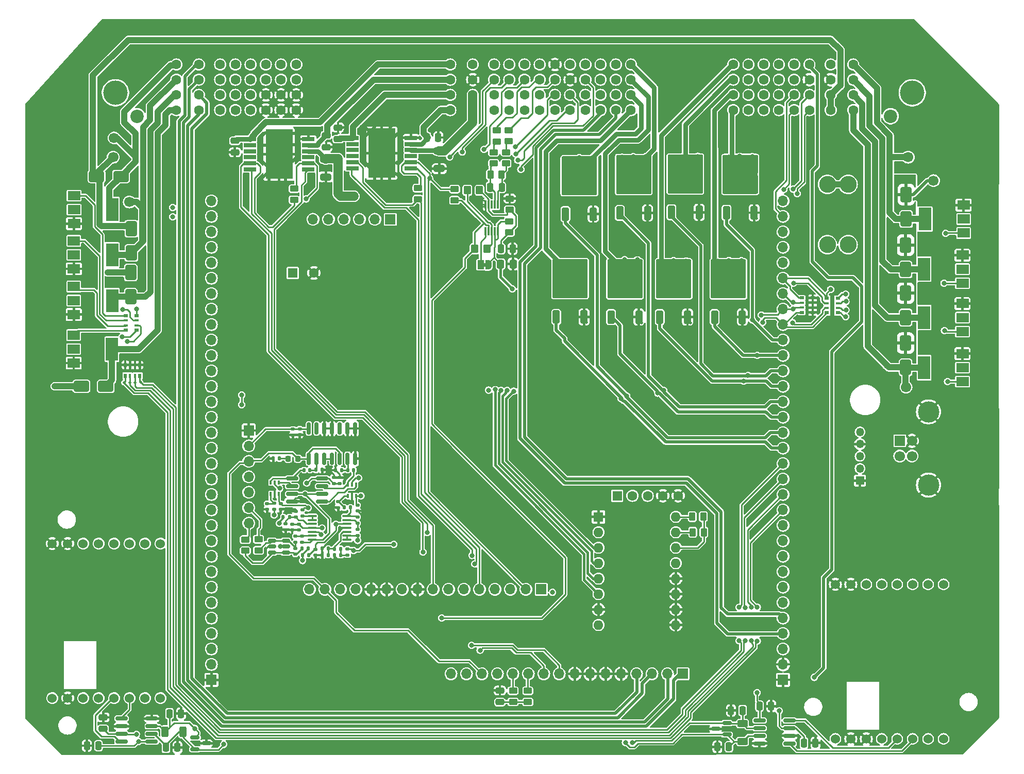
<source format=gbr>
%TF.GenerationSoftware,KiCad,Pcbnew,8.0.5*%
%TF.CreationDate,2025-07-16T23:18:55+01:00*%
%TF.ProjectId,Polygonus-Universal-Base,506f6c79-676f-46e7-9573-2d556e697665,rev?*%
%TF.SameCoordinates,Original*%
%TF.FileFunction,Copper,L1,Top*%
%TF.FilePolarity,Positive*%
%FSLAX46Y46*%
G04 Gerber Fmt 4.6, Leading zero omitted, Abs format (unit mm)*
G04 Created by KiCad (PCBNEW 8.0.5) date 2025-07-16 23:18:55*
%MOMM*%
%LPD*%
G01*
G04 APERTURE LIST*
G04 Aperture macros list*
%AMRoundRect*
0 Rectangle with rounded corners*
0 $1 Rounding radius*
0 $2 $3 $4 $5 $6 $7 $8 $9 X,Y pos of 4 corners*
0 Add a 4 corners polygon primitive as box body*
4,1,4,$2,$3,$4,$5,$6,$7,$8,$9,$2,$3,0*
0 Add four circle primitives for the rounded corners*
1,1,$1+$1,$2,$3*
1,1,$1+$1,$4,$5*
1,1,$1+$1,$6,$7*
1,1,$1+$1,$8,$9*
0 Add four rect primitives between the rounded corners*
20,1,$1+$1,$2,$3,$4,$5,0*
20,1,$1+$1,$4,$5,$6,$7,0*
20,1,$1+$1,$6,$7,$8,$9,0*
20,1,$1+$1,$8,$9,$2,$3,0*%
%AMFreePoly0*
4,1,19,0.550000,-0.750000,0.000000,-0.750000,0.000000,-0.744911,-0.071157,-0.744911,-0.207708,-0.704816,-0.327430,-0.627875,-0.420627,-0.520320,-0.479746,-0.390866,-0.500000,-0.250000,-0.500000,0.250000,-0.479746,0.390866,-0.420627,0.520320,-0.327430,0.627875,-0.207708,0.704816,-0.071157,0.744911,0.000000,0.744911,0.000000,0.750000,0.550000,0.750000,0.550000,-0.750000,0.550000,-0.750000,
$1*%
%AMFreePoly1*
4,1,19,0.000000,0.744911,0.071157,0.744911,0.207708,0.704816,0.327430,0.627875,0.420627,0.520320,0.479746,0.390866,0.500000,0.250000,0.500000,-0.250000,0.479746,-0.390866,0.420627,-0.520320,0.327430,-0.627875,0.207708,-0.704816,0.071157,-0.744911,0.000000,-0.744911,0.000000,-0.750000,-0.550000,-0.750000,-0.550000,0.750000,0.000000,0.750000,0.000000,0.744911,0.000000,0.744911,
$1*%
G04 Aperture macros list end*
%TA.AperFunction,EtchedComponent*%
%ADD10C,0.000000*%
%TD*%
%TA.AperFunction,ComponentPad*%
%ADD11R,1.700000X1.700000*%
%TD*%
%TA.AperFunction,ComponentPad*%
%ADD12O,1.700000X1.700000*%
%TD*%
%TA.AperFunction,ComponentPad*%
%ADD13C,1.600000*%
%TD*%
%TA.AperFunction,ComponentPad*%
%ADD14R,1.600000X1.600000*%
%TD*%
%TA.AperFunction,SMDPad,CuDef*%
%ADD15RoundRect,0.250000X-0.337500X-0.475000X0.337500X-0.475000X0.337500X0.475000X-0.337500X0.475000X0*%
%TD*%
%TA.AperFunction,SMDPad,CuDef*%
%ADD16RoundRect,0.250000X-0.650000X1.000000X-0.650000X-1.000000X0.650000X-1.000000X0.650000X1.000000X0*%
%TD*%
%TA.AperFunction,SMDPad,CuDef*%
%ADD17R,0.500000X0.800000*%
%TD*%
%TA.AperFunction,SMDPad,CuDef*%
%ADD18R,0.400000X0.800000*%
%TD*%
%TA.AperFunction,SMDPad,CuDef*%
%ADD19RoundRect,0.250000X0.350000X-0.850000X0.350000X0.850000X-0.350000X0.850000X-0.350000X-0.850000X0*%
%TD*%
%TA.AperFunction,SMDPad,CuDef*%
%ADD20RoundRect,0.250000X1.125000X-1.275000X1.125000X1.275000X-1.125000X1.275000X-1.125000X-1.275000X0*%
%TD*%
%TA.AperFunction,SMDPad,CuDef*%
%ADD21RoundRect,0.249997X2.650003X-2.950003X2.650003X2.950003X-2.650003X2.950003X-2.650003X-2.950003X0*%
%TD*%
%TA.AperFunction,SMDPad,CuDef*%
%ADD22R,2.000000X1.500000*%
%TD*%
%TA.AperFunction,SMDPad,CuDef*%
%ADD23R,2.000000X3.800000*%
%TD*%
%TA.AperFunction,SMDPad,CuDef*%
%ADD24RoundRect,0.135000X0.185000X-0.135000X0.185000X0.135000X-0.185000X0.135000X-0.185000X-0.135000X0*%
%TD*%
%TA.AperFunction,SMDPad,CuDef*%
%ADD25RoundRect,0.150000X-0.825000X-0.150000X0.825000X-0.150000X0.825000X0.150000X-0.825000X0.150000X0*%
%TD*%
%TA.AperFunction,SMDPad,CuDef*%
%ADD26RoundRect,0.150000X0.150000X-0.825000X0.150000X0.825000X-0.150000X0.825000X-0.150000X-0.825000X0*%
%TD*%
%TA.AperFunction,SMDPad,CuDef*%
%ADD27R,0.800000X0.500000*%
%TD*%
%TA.AperFunction,SMDPad,CuDef*%
%ADD28R,0.800000X0.400000*%
%TD*%
%TA.AperFunction,ComponentPad*%
%ADD29C,1.700000*%
%TD*%
%TA.AperFunction,SMDPad,CuDef*%
%ADD30RoundRect,0.250000X0.450000X-0.262500X0.450000X0.262500X-0.450000X0.262500X-0.450000X-0.262500X0*%
%TD*%
%TA.AperFunction,SMDPad,CuDef*%
%ADD31RoundRect,0.140000X-0.170000X0.140000X-0.170000X-0.140000X0.170000X-0.140000X0.170000X0.140000X0*%
%TD*%
%TA.AperFunction,SMDPad,CuDef*%
%ADD32RoundRect,0.135000X-0.135000X-0.185000X0.135000X-0.185000X0.135000X0.185000X-0.135000X0.185000X0*%
%TD*%
%TA.AperFunction,SMDPad,CuDef*%
%ADD33RoundRect,0.250000X0.250000X0.475000X-0.250000X0.475000X-0.250000X-0.475000X0.250000X-0.475000X0*%
%TD*%
%TA.AperFunction,SMDPad,CuDef*%
%ADD34RoundRect,0.218750X-0.218750X-0.256250X0.218750X-0.256250X0.218750X0.256250X-0.218750X0.256250X0*%
%TD*%
%TA.AperFunction,ComponentPad*%
%ADD35C,1.524000*%
%TD*%
%TA.AperFunction,SMDPad,CuDef*%
%ADD36RoundRect,0.250000X-0.250000X-0.475000X0.250000X-0.475000X0.250000X0.475000X-0.250000X0.475000X0*%
%TD*%
%TA.AperFunction,SMDPad,CuDef*%
%ADD37RoundRect,0.135000X0.135000X0.185000X-0.135000X0.185000X-0.135000X-0.185000X0.135000X-0.185000X0*%
%TD*%
%TA.AperFunction,SMDPad,CuDef*%
%ADD38RoundRect,0.135000X-0.185000X0.135000X-0.185000X-0.135000X0.185000X-0.135000X0.185000X0.135000X0*%
%TD*%
%TA.AperFunction,SMDPad,CuDef*%
%ADD39RoundRect,0.250000X-1.000000X-0.650000X1.000000X-0.650000X1.000000X0.650000X-1.000000X0.650000X0*%
%TD*%
%TA.AperFunction,ComponentPad*%
%ADD40O,1.600000X1.600000*%
%TD*%
%TA.AperFunction,SMDPad,CuDef*%
%ADD41R,0.300000X1.400000*%
%TD*%
%TA.AperFunction,SMDPad,CuDef*%
%ADD42RoundRect,0.250000X-0.262500X-0.450000X0.262500X-0.450000X0.262500X0.450000X-0.262500X0.450000X0*%
%TD*%
%TA.AperFunction,SMDPad,CuDef*%
%ADD43RoundRect,0.140000X0.170000X-0.140000X0.170000X0.140000X-0.170000X0.140000X-0.170000X-0.140000X0*%
%TD*%
%TA.AperFunction,SMDPad,CuDef*%
%ADD44R,2.000000X0.650000*%
%TD*%
%TA.AperFunction,SMDPad,CuDef*%
%ADD45R,4.500000X8.100000*%
%TD*%
%TA.AperFunction,SMDPad,CuDef*%
%ADD46RoundRect,0.250000X0.262500X0.450000X-0.262500X0.450000X-0.262500X-0.450000X0.262500X-0.450000X0*%
%TD*%
%TA.AperFunction,SMDPad,CuDef*%
%ADD47RoundRect,0.250000X0.625000X-0.312500X0.625000X0.312500X-0.625000X0.312500X-0.625000X-0.312500X0*%
%TD*%
%TA.AperFunction,SMDPad,CuDef*%
%ADD48RoundRect,0.250000X-0.350000X-0.450000X0.350000X-0.450000X0.350000X0.450000X-0.350000X0.450000X0*%
%TD*%
%TA.AperFunction,ComponentPad*%
%ADD49C,2.780000*%
%TD*%
%TA.AperFunction,SMDPad,CuDef*%
%ADD50RoundRect,0.150000X-0.512500X-0.150000X0.512500X-0.150000X0.512500X0.150000X-0.512500X0.150000X0*%
%TD*%
%TA.AperFunction,SMDPad,CuDef*%
%ADD51R,0.400000X0.650000*%
%TD*%
%TA.AperFunction,SMDPad,CuDef*%
%ADD52RoundRect,0.140000X0.140000X0.170000X-0.140000X0.170000X-0.140000X-0.170000X0.140000X-0.170000X0*%
%TD*%
%TA.AperFunction,SMDPad,CuDef*%
%ADD53RoundRect,0.250000X-0.312500X-0.625000X0.312500X-0.625000X0.312500X0.625000X-0.312500X0.625000X0*%
%TD*%
%TA.AperFunction,SMDPad,CuDef*%
%ADD54RoundRect,0.150000X0.587500X0.150000X-0.587500X0.150000X-0.587500X-0.150000X0.587500X-0.150000X0*%
%TD*%
%TA.AperFunction,SMDPad,CuDef*%
%ADD55RoundRect,0.250000X-0.450000X0.262500X-0.450000X-0.262500X0.450000X-0.262500X0.450000X0.262500X0*%
%TD*%
%TA.AperFunction,ComponentPad*%
%ADD56C,4.000000*%
%TD*%
%TA.AperFunction,ComponentPad*%
%ADD57C,2.200000*%
%TD*%
%TA.AperFunction,SMDPad,CuDef*%
%ADD58RoundRect,0.250000X-0.475000X0.250000X-0.475000X-0.250000X0.475000X-0.250000X0.475000X0.250000X0*%
%TD*%
%TA.AperFunction,SMDPad,CuDef*%
%ADD59RoundRect,0.150000X-0.587500X-0.150000X0.587500X-0.150000X0.587500X0.150000X-0.587500X0.150000X0*%
%TD*%
%TA.AperFunction,SMDPad,CuDef*%
%ADD60RoundRect,0.250000X0.650000X-0.325000X0.650000X0.325000X-0.650000X0.325000X-0.650000X-0.325000X0*%
%TD*%
%TA.AperFunction,SMDPad,CuDef*%
%ADD61RoundRect,0.250000X0.475000X-0.250000X0.475000X0.250000X-0.475000X0.250000X-0.475000X-0.250000X0*%
%TD*%
%TA.AperFunction,ComponentPad*%
%ADD62C,3.500000*%
%TD*%
%TA.AperFunction,SMDPad,CuDef*%
%ADD63RoundRect,0.140000X-0.140000X-0.170000X0.140000X-0.170000X0.140000X0.170000X-0.140000X0.170000X0*%
%TD*%
%TA.AperFunction,SMDPad,CuDef*%
%ADD64RoundRect,0.150000X0.825000X0.150000X-0.825000X0.150000X-0.825000X-0.150000X0.825000X-0.150000X0*%
%TD*%
%TA.AperFunction,ComponentPad*%
%ADD65R,1.350000X1.350000*%
%TD*%
%TA.AperFunction,ComponentPad*%
%ADD66O,1.350000X1.350000*%
%TD*%
%TA.AperFunction,SMDPad,CuDef*%
%ADD67RoundRect,0.100000X-0.637500X-0.100000X0.637500X-0.100000X0.637500X0.100000X-0.637500X0.100000X0*%
%TD*%
%TA.AperFunction,SMDPad,CuDef*%
%ADD68FreePoly0,180.000000*%
%TD*%
%TA.AperFunction,SMDPad,CuDef*%
%ADD69R,1.000000X1.500000*%
%TD*%
%TA.AperFunction,SMDPad,CuDef*%
%ADD70FreePoly1,180.000000*%
%TD*%
%TA.AperFunction,ViaPad*%
%ADD71C,0.800000*%
%TD*%
%TA.AperFunction,ViaPad*%
%ADD72C,0.500000*%
%TD*%
%TA.AperFunction,Conductor*%
%ADD73C,0.250000*%
%TD*%
%TA.AperFunction,Conductor*%
%ADD74C,1.000000*%
%TD*%
%TA.AperFunction,Conductor*%
%ADD75C,0.500000*%
%TD*%
%TA.AperFunction,Conductor*%
%ADD76C,1.500000*%
%TD*%
%TA.AperFunction,Conductor*%
%ADD77C,0.800000*%
%TD*%
%TA.AperFunction,Conductor*%
%ADD78C,0.900000*%
%TD*%
%TA.AperFunction,Conductor*%
%ADD79C,0.450000*%
%TD*%
%TA.AperFunction,Conductor*%
%ADD80C,0.400000*%
%TD*%
G04 APERTURE END LIST*
D10*
%TA.AperFunction,EtchedComponent*%
%TO.C,JP1*%
G36*
X132900000Y-64082500D02*
G01*
X132400000Y-64082500D01*
X132400000Y-63482500D01*
X132900000Y-63482500D01*
X132900000Y-64082500D01*
G37*
%TD.AperFunction*%
%TD*%
D11*
%TO.P,J2,1,Pin_1*%
%TO.N,GND*%
X181672763Y-132012059D03*
D12*
%TO.P,J2,2,Pin_2*%
X181672763Y-129472059D03*
%TO.P,J2,3,Pin_3*%
%TO.N,/12V_MR_FUSE*%
X181672763Y-126932059D03*
%TO.P,J2,4,Pin_4*%
%TO.N,/LS1*%
X181672763Y-124392059D03*
%TO.P,J2,5,Pin_5*%
%TO.N,/LS2*%
X181672763Y-121852059D03*
%TO.P,J2,6,Pin_6*%
%TO.N,/LS3*%
X181672763Y-119312059D03*
%TO.P,J2,7,Pin_7*%
%TO.N,/LS4*%
X181672763Y-116772059D03*
%TO.P,J2,8,Pin_8*%
%TO.N,/LS5*%
X181672763Y-114232059D03*
%TO.P,J2,9,Pin_9*%
%TO.N,/LS6*%
X181672763Y-111692059D03*
%TO.P,J2,10,Pin_10*%
%TO.N,/LS7*%
X181672763Y-109152059D03*
%TO.P,J2,11,Pin_11*%
%TO.N,/LS8*%
X181672763Y-106612059D03*
%TO.P,J2,12,Pin_12*%
%TO.N,/IGN12*%
X181672763Y-104072059D03*
%TO.P,J2,13,Pin_13*%
%TO.N,/IGN11*%
X181672763Y-101532059D03*
%TO.P,J2,14,Pin_14*%
%TO.N,/IGN10*%
X181672763Y-98992059D03*
%TO.P,J2,15,Pin_15*%
%TO.N,/IGN9*%
X181672763Y-96452059D03*
%TO.P,J2,16,Pin_16*%
%TO.N,/IGN8*%
X181672763Y-93912059D03*
%TO.P,J2,17,Pin_17*%
%TO.N,/IGN7*%
X181672763Y-91372059D03*
%TO.P,J2,18,Pin_18*%
%TO.N,/IGN6*%
X181672763Y-88832059D03*
%TO.P,J2,19,Pin_19*%
%TO.N,/IGN5*%
X181672763Y-86292059D03*
%TO.P,J2,20,Pin_20*%
%TO.N,/IGN4*%
X181672763Y-83752059D03*
%TO.P,J2,21,Pin_21*%
%TO.N,/IGN3*%
X181672763Y-81212059D03*
%TO.P,J2,22,Pin_22*%
%TO.N,/IGN2*%
X181672763Y-78672059D03*
%TO.P,J2,23,Pin_23*%
%TO.N,/IGN1*%
X181672763Y-76132059D03*
%TO.P,J2,24,Pin_24*%
%TO.N,/LS9*%
X181672763Y-73592059D03*
%TO.P,J2,25,Pin_25*%
%TO.N,/LS10*%
X181672763Y-71052059D03*
%TO.P,J2,26,Pin_26*%
%TO.N,/LS11*%
X181672763Y-68512059D03*
%TO.P,J2,27,Pin_27*%
%TO.N,/LS12*%
X181672763Y-65972059D03*
%TO.P,J2,28,Pin_28*%
%TO.N,/LS13*%
X181672763Y-63432059D03*
%TO.P,J2,29,Pin_29*%
%TO.N,/LS14*%
X181672763Y-60892059D03*
%TO.P,J2,30,Pin_30*%
%TO.N,/LS15*%
X181672763Y-58352059D03*
%TO.P,J2,31,Pin_31*%
%TO.N,/LS16*%
X181672763Y-55812059D03*
%TO.P,J2,32,Pin_32*%
%TO.N,/12V_MR_FUSE*%
X181672763Y-53272059D03*
D11*
%TO.P,J2,33,Pin_33*%
%TO.N,GND*%
X87760080Y-132017154D03*
D12*
%TO.P,J2,34,Pin_34*%
%TO.N,/12V_PROT*%
X87760080Y-129477154D03*
%TO.P,J2,35,Pin_35*%
X87760080Y-126937154D03*
%TO.P,J2,36,Pin_36*%
%TO.N,/5V_SENSOR_2*%
X87760080Y-124397154D03*
%TO.P,J2,37,Pin_37*%
X87760080Y-121857154D03*
%TO.P,J2,38,Pin_38*%
%TO.N,unconnected-(J2-Pin_38-Pad38)*%
X87760080Y-119317154D03*
%TO.P,J2,39,Pin_39*%
%TO.N,unconnected-(J2-Pin_39-Pad39)*%
X87760080Y-116777154D03*
%TO.P,J2,40,Pin_40*%
%TO.N,/5V_SENSOR_1*%
X87760080Y-114237154D03*
%TO.P,J2,41,Pin_41*%
X87760080Y-111697154D03*
%TO.P,J2,42,Pin_42*%
%TO.N,/DIGITAL_6*%
X87760080Y-109157154D03*
%TO.P,J2,43,Pin_43*%
%TO.N,/DIGITAL_5*%
X87760080Y-106617154D03*
%TO.P,J2,44,Pin_44*%
%TO.N,/DIGITAL_4*%
X87760080Y-104077154D03*
%TO.P,J2,45,Pin_45*%
%TO.N,/DIGITAL_3*%
X87760080Y-101537154D03*
%TO.P,J2,46,Pin_46*%
%TO.N,/DIGITAL_2*%
X87760080Y-98997154D03*
%TO.P,J2,47,Pin_47*%
%TO.N,/DIGITAL_1*%
X87760080Y-96457154D03*
%TO.P,J2,48,Pin_48*%
%TO.N,/AT4*%
X87760080Y-93917154D03*
%TO.P,J2,49,Pin_49*%
%TO.N,/AT3*%
X87760080Y-91377154D03*
%TO.P,J2,50,Pin_50*%
%TO.N,/AT2*%
X87760080Y-88837154D03*
%TO.P,J2,51,Pin_51*%
%TO.N,/AT1*%
X87760080Y-86297154D03*
%TO.P,J2,52,Pin_52*%
%TO.N,/AV11*%
X87760080Y-83757154D03*
%TO.P,J2,53,Pin_53*%
%TO.N,/AV10*%
X87760080Y-81217154D03*
%TO.P,J2,54,Pin_54*%
%TO.N,/AV9*%
X87760080Y-78677154D03*
%TO.P,J2,55,Pin_55*%
%TO.N,/AV8*%
X87760080Y-76137154D03*
%TO.P,J2,56,Pin_56*%
%TO.N,/AV7*%
X87760080Y-73597154D03*
%TO.P,J2,57,Pin_57*%
%TO.N,/AV6*%
X87760080Y-71057154D03*
%TO.P,J2,58,Pin_58*%
%TO.N,/AV5*%
X87760080Y-68517154D03*
%TO.P,J2,59,Pin_59*%
%TO.N,/AV4*%
X87760080Y-65977154D03*
%TO.P,J2,60,Pin_60*%
%TO.N,/AV3*%
X87760080Y-63437154D03*
%TO.P,J2,61,Pin_61*%
%TO.N,/AV2*%
X87760080Y-60897154D03*
%TO.P,J2,62,Pin_62*%
%TO.N,/AV1*%
X87760080Y-58357154D03*
%TO.P,J2,63,Pin_63*%
%TO.N,/KNOCK_1*%
X87760080Y-55817154D03*
%TO.P,J2,64,Pin_64*%
%TO.N,/KNOCK_2*%
X87760080Y-53277154D03*
D11*
%TO.P,J2,65,Pin_65*%
%TO.N,/HS1*%
X165230080Y-131026287D03*
D12*
%TO.P,J2,66,Pin_66*%
%TO.N,/HS2*%
X162690080Y-131026287D03*
%TO.P,J2,67,Pin_67*%
%TO.N,/HS3*%
X160150080Y-131026287D03*
%TO.P,J2,68,Pin_68*%
%TO.N,/HS4*%
X157610080Y-131026287D03*
%TO.P,J2,69,Pin_69*%
%TO.N,GND*%
X155070080Y-131026287D03*
%TO.P,J2,70,Pin_70*%
X152530080Y-131026287D03*
%TO.P,J2,71,Pin_71*%
X149990080Y-131026287D03*
%TO.P,J2,72,Pin_72*%
X147450080Y-131026287D03*
%TO.P,J2,73,Pin_73*%
%TO.N,/CAN2+*%
X144910080Y-131026287D03*
%TO.P,J2,74,Pin_74*%
%TO.N,/CAN2-*%
X142370080Y-131026287D03*
%TO.P,J2,75,Pin_75*%
%TO.N,/RC1*%
X139830080Y-131026287D03*
%TO.P,J2,76,Pin_76*%
%TO.N,/RC2*%
X137290080Y-131026287D03*
%TO.P,J2,77,Pin_77*%
%TO.N,/Perm_Live*%
X134750080Y-131026287D03*
%TO.P,J2,78,Pin_78*%
%TO.N,output*%
X132210080Y-131026287D03*
%TO.P,J2,79,Pin_79*%
%TO.N,unconnected-(J2-Pin_79-Pad79)*%
X129670080Y-131026287D03*
%TO.P,J2,80,Pin_80*%
%TO.N,unconnected-(J2-Pin_80-Pad80)*%
X127130080Y-131026287D03*
D11*
%TO.P,J2,81,Pin_81*%
%TO.N,+5V*%
X141953794Y-117134404D03*
D12*
%TO.P,J2,82,Pin_82*%
%TO.N,+3.3V*%
X139413794Y-117134404D03*
%TO.P,J2,83,Pin_83*%
%TO.N,/ETB1_PWM*%
X136873794Y-117134404D03*
%TO.P,J2,84,Pin_84*%
%TO.N,/ETB1_DIS*%
X134333794Y-117134404D03*
%TO.P,J2,85,Pin_85*%
%TO.N,/ETB1_DIR*%
X131793794Y-117134404D03*
%TO.P,J2,86,Pin_86*%
%TO.N,/ETB2_PWM*%
X129253794Y-117134404D03*
%TO.P,J2,87,Pin_87*%
%TO.N,/ETB2_DIS*%
X126713794Y-117134404D03*
%TO.P,J2,88,Pin_88*%
%TO.N,/ETB2_DIR*%
X124173794Y-117134404D03*
%TO.P,J2,89,Pin_89*%
%TO.N,GND*%
X121633794Y-117134404D03*
%TO.P,J2,90,Pin_90*%
%TO.N,/12V_KEY*%
X119093794Y-117134404D03*
%TO.P,J2,91,Pin_91*%
%TO.N,GND*%
X116553794Y-117134404D03*
%TO.P,J2,92,Pin_92*%
X114013794Y-117134404D03*
%TO.P,J2,93,Pin_93*%
%TO.N,/CAN+*%
X111473794Y-117134404D03*
%TO.P,J2,94,Pin_94*%
%TO.N,/CAN-*%
X108933794Y-117134404D03*
%TO.P,J2,95,Pin_95*%
%TO.N,output*%
X106393794Y-117134404D03*
%TO.P,J2,96,Pin_96*%
%TO.N,/VR1+*%
X103853794Y-117134404D03*
D13*
%TO.P,J2,97,Pin_97*%
%TO.N,GND*%
X164425871Y-101751522D03*
%TO.P,J2,98,Pin_98*%
X161925871Y-101751522D03*
%TO.P,J2,99,Pin_99*%
%TO.N,/USB+*%
X159425871Y-101751522D03*
%TO.P,J2,100,Pin_100*%
%TO.N,/USB-*%
X156925871Y-101751522D03*
D14*
%TO.P,J2,101,Pin_101*%
%TO.N,/VBUS*%
X154425871Y-101751522D03*
D11*
%TO.P,J2,102,Pin_102*%
%TO.N,/+3V3*%
X117154579Y-56302538D03*
D12*
%TO.P,J2,103,Pin_103*%
%TO.N,/EXT_SPI_CS*%
X114614579Y-56302538D03*
%TO.P,J2,104,Pin_104*%
%TO.N,/EXT_SPI_SCK*%
X112074579Y-56302538D03*
%TO.P,J2,105,Pin_105*%
%TO.N,/EXT_SPI_MISO*%
X109534579Y-56302538D03*
%TO.P,J2,106,Pin_106*%
%TO.N,/EXT_SPI_MOSI*%
X106994579Y-56302538D03*
%TO.P,J2,107,Pin_107*%
%TO.N,unconnected-(J2-Pin_107-Pad107)*%
X104454579Y-56302538D03*
%TD*%
D15*
%TO.P,C25,1*%
%TO.N,+5V*%
X135262500Y-63640000D03*
%TO.P,C25,2*%
%TO.N,GND*%
X137337500Y-63640000D03*
%TD*%
D16*
%TO.P,D2,1,K*%
%TO.N,/12V_MR*%
X201800000Y-76640000D03*
%TO.P,D2,2,A*%
%TO.N,/LS9ADD*%
X201800000Y-80640000D03*
%TD*%
D11*
%TO.P,J5,1,Pin_1*%
%TO.N,GND*%
X93888235Y-91017793D03*
D12*
%TO.P,J5,2,Pin_2*%
%TO.N,+5V*%
X93888235Y-93557793D03*
%TO.P,J5,3,Pin_3*%
%TO.N,output*%
X93888235Y-96097793D03*
%TO.P,J5,4,Pin_4*%
%TO.N,/AV11*%
X93888235Y-98637793D03*
%TO.P,J5,5,Pin_5*%
%TO.N,/LS12*%
X93888235Y-101177793D03*
%TO.P,J5,6,Pin_6*%
%TO.N,/VR-D*%
X93888235Y-103717793D03*
%TO.P,J5,7,Pin_7*%
%TO.N,/VR+D*%
X93888235Y-106257793D03*
%TD*%
D17*
%TO.P,RN3,1,R1.1*%
%TO.N,GND*%
X76000000Y-80240000D03*
D18*
%TO.P,RN3,2,R2.1*%
X75200000Y-80240000D03*
%TO.P,RN3,3,R3.1*%
X74400000Y-80240000D03*
D17*
%TO.P,RN3,4,R4.1*%
X73600000Y-80240000D03*
%TO.P,RN3,5,R4.2*%
%TO.N,/IGN12*%
X73600000Y-82040000D03*
D18*
%TO.P,RN3,6,R3.2*%
%TO.N,/IGN11*%
X74400000Y-82040000D03*
%TO.P,RN3,7,R2.2*%
%TO.N,/IGN10*%
X75200000Y-82040000D03*
D17*
%TO.P,RN3,8,R1.2*%
%TO.N,/IGN9*%
X76000000Y-82040000D03*
%TD*%
D19*
%TO.P,Q2,1,G*%
%TO.N,/IGN3*%
X163337124Y-55140737D03*
D20*
%TO.P,Q2,2,C*%
%TO.N,/IGBT3*%
X164092124Y-50515737D03*
X167142124Y-50515737D03*
D21*
X165617124Y-48840737D03*
D20*
X164092124Y-47165737D03*
X167142124Y-47165737D03*
D19*
%TO.P,Q2,3,E*%
%TO.N,GND*%
X167897124Y-55140737D03*
%TD*%
D22*
%TO.P,U17,1,Input*%
%TO.N,Net-(RN4-R3.2)*%
X65154476Y-59831561D03*
%TO.P,U17,2,Drain*%
%TO.N,unconnected-(U17-Drain-Pad2)*%
X65154476Y-62131561D03*
%TO.P,U17,3,Source*%
%TO.N,GND*%
X65154476Y-64431561D03*
D23*
%TO.P,U17,4,Drain*%
%TO.N,/ExtraLSB*%
X71454476Y-62131561D03*
%TD*%
D14*
%TO.P,C2,1*%
%TO.N,/12V_MR_FUSE*%
X101112052Y-65110107D03*
D13*
%TO.P,C2,2*%
%TO.N,GND*%
X104612052Y-65110107D03*
%TD*%
D24*
%TO.P,R24,1*%
%TO.N,Net-(U6A--)*%
X102694607Y-105039580D03*
%TO.P,R24,2*%
%TO.N,Vref*%
X102694607Y-104019580D03*
%TD*%
D25*
%TO.P,U21,1,TXD*%
%TO.N,/CAN_TX2*%
X73006624Y-138366545D03*
%TO.P,U21,2,GND*%
%TO.N,GND*%
X73006624Y-139636545D03*
%TO.P,U21,3,VCC*%
%TO.N,+5V*%
X73006624Y-140906545D03*
%TO.P,U21,4,RXD*%
%TO.N,/CAN_RX2*%
X73006624Y-142176545D03*
%TO.P,U21,5,VIO*%
%TO.N,+3.3V*%
X77956624Y-142176545D03*
%TO.P,U21,6,CANL*%
%TO.N,/CAN2-*%
X77956624Y-140906545D03*
%TO.P,U21,7,CANH*%
%TO.N,/CAN2+*%
X77956624Y-139636545D03*
%TO.P,U21,8,S*%
%TO.N,GND*%
X77956624Y-138366545D03*
%TD*%
D26*
%TO.P,U5,1*%
%TO.N,output*%
X103772815Y-95640995D03*
%TO.P,U5,2*%
%TO.N,Net-(C11-Pad1)*%
X105042815Y-95640995D03*
%TO.P,U5,3*%
%TO.N,Net-(U5-Pad3)*%
X106312815Y-95640995D03*
%TO.P,U5,4*%
X107582815Y-95640995D03*
%TO.P,U5,5*%
%TO.N,output*%
X108852815Y-95640995D03*
%TO.P,U5,6*%
%TO.N,Net-(C12-Pad1)*%
X110122815Y-95640995D03*
%TO.P,U5,7,GND*%
%TO.N,GND*%
X111392815Y-95640995D03*
%TO.P,U5,8*%
X111392815Y-90690995D03*
%TO.P,U5,9*%
X110122815Y-90690995D03*
%TO.P,U5,10*%
%TO.N,unconnected-(U5-Pad10)*%
X108852815Y-90690995D03*
%TO.P,U5,11*%
%TO.N,GND*%
X107582815Y-90690995D03*
%TO.P,U5,12*%
X106312815Y-90690995D03*
%TO.P,U5,13*%
%TO.N,unconnected-(U5-Pad13)*%
X105042815Y-90690995D03*
%TO.P,U5,14,VCC*%
%TO.N,+5V*%
X103772815Y-90690995D03*
%TD*%
D27*
%TO.P,RN2,1,R1.1*%
%TO.N,/LS12*%
X188862544Y-69273813D03*
D28*
%TO.P,RN2,2,R2.1*%
%TO.N,/LS11*%
X188862544Y-70073813D03*
%TO.P,RN2,3,R3.1*%
%TO.N,/LS10*%
X188862544Y-70873813D03*
D27*
%TO.P,RN2,4,R4.1*%
%TO.N,/LS9*%
X188862544Y-71673813D03*
%TO.P,RN2,5,R4.2*%
%TO.N,Net-(RN2-R4.2)*%
X190662544Y-71673813D03*
D28*
%TO.P,RN2,6,R3.2*%
%TO.N,Net-(RN2-R3.2)*%
X190662544Y-70873813D03*
%TO.P,RN2,7,R2.2*%
%TO.N,Net-(RN2-R2.2)*%
X190662544Y-70073813D03*
D27*
%TO.P,RN2,8,R1.2*%
%TO.N,Net-(RN2-R1.2)*%
X190662544Y-69273813D03*
%TD*%
D29*
%TO.P,P1,1,Pin_1*%
%TO.N,/12V_MR*%
X71628000Y-46075600D03*
%TD*%
D30*
%TO.P,R35,1*%
%TO.N,/ETB1_DIS*%
X121703685Y-52996521D03*
%TO.P,R35,2*%
%TO.N,+3.3V*%
X121703685Y-51171521D03*
%TD*%
D31*
%TO.P,C22,1*%
%TO.N,Vref*%
X111753915Y-103277947D03*
%TO.P,C22,2*%
%TO.N,GND*%
X111753915Y-104237947D03*
%TD*%
D22*
%TO.P,U16,1,Input*%
%TO.N,Net-(RN4-R4.2)*%
X65191189Y-52405741D03*
%TO.P,U16,2,Drain*%
%TO.N,unconnected-(U16-Drain-Pad2)*%
X65191189Y-54705741D03*
%TO.P,U16,3,Source*%
%TO.N,GND*%
X65191189Y-57005741D03*
D23*
%TO.P,U16,4,Drain*%
%TO.N,/ExtraLSA*%
X71491189Y-54705741D03*
%TD*%
D32*
%TO.P,R11,1*%
%TO.N,Net-(U4-IO2)*%
X102652406Y-110402584D03*
%TO.P,R11,2*%
%TO.N,Net-(U6B-+)*%
X103672406Y-110402584D03*
%TD*%
D33*
%TO.P,C36,1*%
%TO.N,+3.3V*%
X69212465Y-142838958D03*
%TO.P,C36,2*%
%TO.N,GND*%
X67312465Y-142838958D03*
%TD*%
D34*
%TO.P,D1,1,K*%
%TO.N,Net-(D1-K)*%
X100384057Y-95641065D03*
%TO.P,D1,2,A*%
%TO.N,output*%
X101959057Y-95641065D03*
%TD*%
D32*
%TO.P,R12,1*%
%TO.N,Net-(U6C-+)*%
X107991506Y-110453400D03*
%TO.P,R12,2*%
%TO.N,Net-(C7-Pad1)*%
X109011506Y-110453400D03*
%TD*%
D35*
%TO.P,U1,1,5V*%
%TO.N,+5V*%
X190269349Y-141724815D03*
%TO.P,U1,2,GND*%
%TO.N,GND*%
X192809349Y-141724815D03*
%TO.P,U1,3,SEL_1*%
X195349349Y-141724815D03*
%TO.P,U1,4,SEL_2*%
%TO.N,unconnected-(U1-SEL_2-Pad4)*%
X197889349Y-141724815D03*
%TO.P,U1,5,CAN_RX*%
%TO.N,/CAN_RX*%
X200429349Y-141724815D03*
%TO.P,U1,6,CAN_TX*%
%TO.N,/CAN_TX*%
X202969349Y-141724815D03*
%TO.P,U1,7,VBatt_Sense*%
%TO.N,/12V_MR_FUSE*%
X205509349Y-141724815D03*
%TO.P,U1,8,Boot0*%
%TO.N,unconnected-(U1-Boot0-Pad8)*%
X208049349Y-141724815D03*
%TO.P,U1,9,HEAT_GND*%
%TO.N,GND*%
X190269349Y-116324815D03*
%TO.P,U1,10,HEAT_GND2*%
X192809349Y-116324815D03*
%TO.P,U1,11,HEATER-*%
%TO.N,/HeaterNeg*%
X195349349Y-116324815D03*
%TO.P,U1,12,HEATER-*%
X197889349Y-116324815D03*
%TO.P,U1,13,LSU_ip*%
%TO.N,/LSU_Ip*%
X200429349Y-116324815D03*
%TO.P,U1,14,LSU_vm*%
%TO.N,/LSU_Vm*%
X202969349Y-116324815D03*
%TO.P,U1,15,LSU_rtrim*%
%TO.N,/LSU_Rtrim*%
X205509349Y-116324815D03*
%TO.P,U1,16,LSU_un*%
%TO.N,/LSU_Un*%
X208049349Y-116324815D03*
%TD*%
D22*
%TO.P,U13,1,Input*%
%TO.N,Net-(RN2-R1.2)*%
X211338488Y-58550546D03*
%TO.P,U13,2,Drain*%
%TO.N,unconnected-(U13-Drain-Pad2)*%
X211338488Y-56250546D03*
%TO.P,U13,3,Source*%
%TO.N,GND*%
X211338488Y-53950546D03*
D23*
%TO.P,U13,4,Drain*%
%TO.N,/LS12ADD*%
X205038488Y-56250546D03*
%TD*%
D33*
%TO.P,C27,1*%
%TO.N,GND*%
X125032661Y-42835627D03*
%TO.P,C27,2*%
%TO.N,/ETB1_+*%
X123132661Y-42835627D03*
%TD*%
D36*
%TO.P,C32,1*%
%TO.N,+3.3V*%
X177805526Y-136340000D03*
%TO.P,C32,2*%
%TO.N,GND*%
X179705526Y-136340000D03*
%TD*%
D22*
%TO.P,U14,1,Input*%
%TO.N,Net-(RN2-R2.2)*%
X211155466Y-66786559D03*
%TO.P,U14,2,Drain*%
%TO.N,unconnected-(U14-Drain-Pad2)*%
X211155466Y-64486559D03*
%TO.P,U14,3,Source*%
%TO.N,GND*%
X211155466Y-62186559D03*
D23*
%TO.P,U14,4,Drain*%
%TO.N,/LS11ADD*%
X204855466Y-64486559D03*
%TD*%
D33*
%TO.P,C33,1*%
%TO.N,GND*%
X82768167Y-137563839D03*
%TO.P,C33,2*%
%TO.N,/CAN2+*%
X80868167Y-137563839D03*
%TD*%
D22*
%TO.P,U19,1,Input*%
%TO.N,Net-(RN4-R2.2)*%
X65154476Y-67355819D03*
%TO.P,U19,2,Drain*%
%TO.N,unconnected-(U19-Drain-Pad2)*%
X65154476Y-69655819D03*
%TO.P,U19,3,Source*%
%TO.N,GND*%
X65154476Y-71955819D03*
D23*
%TO.P,U19,4,Drain*%
%TO.N,/ExtraLSC*%
X71454476Y-69655819D03*
%TD*%
D37*
%TO.P,R19,1*%
%TO.N,Net-(R18-Pad1)*%
X110603170Y-103677567D03*
%TO.P,R19,2*%
%TO.N,thresh_high*%
X109583170Y-103677567D03*
%TD*%
D38*
%TO.P,R23,1*%
%TO.N,Net-(U6A-+)*%
X99963884Y-106309931D03*
%TO.P,R23,2*%
%TO.N,GND*%
X99963884Y-107329931D03*
%TD*%
D39*
%TO.P,D6,1,K*%
%TO.N,/12V_MR*%
X68900000Y-49240000D03*
%TO.P,D6,2,A*%
%TO.N,/ExtraLSA*%
X72900000Y-49240000D03*
%TD*%
D16*
%TO.P,D8,1,K*%
%TO.N,/12V_MR*%
X74500000Y-65040000D03*
%TO.P,D8,2,A*%
%TO.N,/ExtraLSC*%
X74500000Y-69040000D03*
%TD*%
D30*
%TO.P,R28,1*%
%TO.N,Net-(U10-IN+)*%
X136156488Y-47086808D03*
%TO.P,R28,2*%
%TO.N,Net-(R26-Pad1)*%
X136156488Y-45261808D03*
%TD*%
D33*
%TO.P,C30,1*%
%TO.N,/CAN2-*%
X175022461Y-137038591D03*
%TO.P,C30,2*%
%TO.N,GND*%
X173122461Y-137038591D03*
%TD*%
D19*
%TO.P,Q7,1,G*%
%TO.N,/IGN6*%
X153420000Y-72380000D03*
D20*
%TO.P,Q7,2,C*%
%TO.N,/IGBT6*%
X154175000Y-67755000D03*
X157225000Y-67755000D03*
D21*
X155700000Y-66080000D03*
D20*
X154175000Y-64405000D03*
X157225000Y-64405000D03*
D19*
%TO.P,Q7,3,E*%
%TO.N,GND*%
X157980000Y-72380000D03*
%TD*%
D14*
%TO.P,A1,1,GND*%
%TO.N,GND*%
X151360000Y-105209750D03*
D40*
%TO.P,A1,2,~{FLT}*%
%TO.N,unconnected-(A1-~{FLT}-Pad2)*%
X151360000Y-107749750D03*
%TO.P,A1,3,A2*%
%TO.N,/STEPA2*%
X151360000Y-110289750D03*
%TO.P,A1,4,A1*%
%TO.N,/STEPA1*%
X151360000Y-112829750D03*
%TO.P,A1,5,B1*%
%TO.N,/STEPB1*%
X151360000Y-115369750D03*
%TO.P,A1,6,B2*%
%TO.N,/STEPB2*%
X151360000Y-117909750D03*
%TO.P,A1,7,GND*%
%TO.N,GND*%
X151360000Y-120449750D03*
%TO.P,A1,8,VMOT*%
%TO.N,/12V_MR_FUSE*%
X151360000Y-122989750D03*
%TO.P,A1,9,~{EN}*%
%TO.N,GND*%
X164060000Y-122989750D03*
%TO.P,A1,10,M0*%
X164060000Y-120449750D03*
%TO.P,A1,11,M1*%
X164060000Y-117909750D03*
%TO.P,A1,12,M2*%
X164060000Y-115369750D03*
%TO.P,A1,13,~{RST}*%
%TO.N,+5V*%
X164060000Y-112829750D03*
%TO.P,A1,14,~{SLP}*%
X164060000Y-110289750D03*
%TO.P,A1,15,STEP*%
%TO.N,/LS9*%
X164060000Y-107749750D03*
%TO.P,A1,16,DIR*%
%TO.N,/LS10*%
X164060000Y-105209750D03*
%TD*%
D36*
%TO.P,C34,1*%
%TO.N,/CAN2-*%
X80284731Y-143131829D03*
%TO.P,C34,2*%
%TO.N,GND*%
X82184731Y-143131829D03*
%TD*%
%TO.P,C29,1*%
%TO.N,GND*%
X170877796Y-143031045D03*
%TO.P,C29,2*%
%TO.N,/CAN2+*%
X172777796Y-143031045D03*
%TD*%
D41*
%TO.P,U10,1,IN+*%
%TO.N,Net-(U10-IN+)*%
X134811353Y-53880996D03*
%TO.P,U10,2,IN-*%
%TO.N,Net-(U10-IN-)*%
X134311353Y-53880996D03*
%TO.P,U10,3*%
%TO.N,unconnected-(U10-Pad3)*%
X133811353Y-53880996D03*
%TO.P,U10,4,BIAS*%
%TO.N,Net-(U10-BIAS)*%
X133311353Y-53880996D03*
%TO.P,U10,5,GND*%
%TO.N,GND*%
X132811353Y-53880996D03*
%TO.P,U10,6,ZERO_EN*%
%TO.N,Net-(JP1-C)*%
X132811353Y-58280996D03*
%TO.P,U10,7,COUT*%
%TO.N,/VR1+*%
X133311353Y-58280996D03*
%TO.P,U10,8,EXT*%
%TO.N,Net-(U10-EXT)*%
X133811353Y-58280996D03*
%TO.P,U10,9,INT_THRS*%
%TO.N,+5V*%
X134311353Y-58280996D03*
%TO.P,U10,10,VCC*%
X134811353Y-58280996D03*
%TD*%
D30*
%TO.P,R27,1*%
%TO.N,Net-(U10-IN-)*%
X134142220Y-47096793D03*
%TO.P,R27,2*%
%TO.N,Net-(R25-Pad1)*%
X134142220Y-45271793D03*
%TD*%
D22*
%TO.P,U11,1,Input*%
%TO.N,Net-(RN2-R4.2)*%
X211155466Y-82984051D03*
%TO.P,U11,2,Drain*%
%TO.N,unconnected-(U11-Drain-Pad2)*%
X211155466Y-80684051D03*
%TO.P,U11,3,Source*%
%TO.N,GND*%
X211155466Y-78384051D03*
D23*
%TO.P,U11,4,Drain*%
%TO.N,/LS9ADD*%
X204855466Y-80684051D03*
%TD*%
D37*
%TO.P,R15,1*%
%TO.N,Net-(U6C-+)*%
X106958279Y-110441734D03*
%TO.P,R15,2*%
%TO.N,GND*%
X105938279Y-110441734D03*
%TD*%
D42*
%TO.P,R2,1*%
%TO.N,/LS9*%
X166846916Y-107749289D03*
%TO.P,R2,2*%
%TO.N,+5V*%
X168671916Y-107749289D03*
%TD*%
D27*
%TO.P,RN4,1,R1.1*%
%TO.N,/IGN12*%
X75458314Y-74539005D03*
D28*
%TO.P,RN4,2,R2.1*%
%TO.N,/IGN11*%
X75458314Y-73739005D03*
%TO.P,RN4,3,R3.1*%
%TO.N,/IGN10*%
X75458314Y-72939005D03*
D27*
%TO.P,RN4,4,R4.1*%
%TO.N,/IGN9*%
X75458314Y-72139005D03*
%TO.P,RN4,5,R4.2*%
%TO.N,Net-(RN4-R4.2)*%
X73658314Y-72139005D03*
D28*
%TO.P,RN4,6,R3.2*%
%TO.N,Net-(RN4-R3.2)*%
X73658314Y-72939005D03*
%TO.P,RN4,7,R2.2*%
%TO.N,Net-(RN4-R2.2)*%
X73658314Y-73739005D03*
D27*
%TO.P,RN4,8,R1.2*%
%TO.N,Net-(RN4-R1.2)*%
X73658314Y-74539005D03*
%TD*%
D43*
%TO.P,C15,1*%
%TO.N,+5V*%
X107851547Y-99715769D03*
%TO.P,C15,2*%
%TO.N,GND*%
X107851547Y-98755769D03*
%TD*%
D32*
%TO.P,R22,1*%
%TO.N,+5V*%
X99550669Y-105224359D03*
%TO.P,R22,2*%
%TO.N,Net-(U6A-+)*%
X100570669Y-105224359D03*
%TD*%
D44*
%TO.P,U15,1,DIR*%
%TO.N,/ETB1_DIR*%
X120537906Y-47908604D03*
%TO.P,U15,2,VSO*%
%TO.N,+3.3V*%
X120537906Y-46908604D03*
%TO.P,U15,3,SO*%
%TO.N,unconnected-(U15-SO-Pad3)*%
X120537906Y-45908604D03*
%TO.P,U15,4,VS*%
%TO.N,/12V_MR_FUSE*%
X120537906Y-44908604D03*
%TO.P,U15,5,OUT1*%
%TO.N,/ETB1_+*%
X120537906Y-43908604D03*
%TO.P,U15,6,GND*%
%TO.N,GND*%
X120537906Y-42908604D03*
%TO.P,U15,7,OUT2*%
%TO.N,/ETB1_-*%
X110937906Y-42908604D03*
%TO.P,U15,8,SI*%
%TO.N,unconnected-(U15-SI-Pad8)*%
X110937906Y-43908604D03*
%TO.P,U15,9,CSN*%
%TO.N,unconnected-(U15-CSN-Pad9)*%
X110937906Y-44908604D03*
%TO.P,U15,10,SCK*%
%TO.N,unconnected-(U15-SCK-Pad10)*%
X110937906Y-45908604D03*
%TO.P,U15,11,DIS*%
%TO.N,/ETB1_DIS*%
X110937906Y-46908604D03*
%TO.P,U15,12,PWM*%
%TO.N,/ETB1_PWM*%
X110937906Y-47908604D03*
D45*
%TO.P,U15,13,GND*%
%TO.N,GND*%
X115737906Y-45408604D03*
%TD*%
D46*
%TO.P,R29,1*%
%TO.N,Net-(U10-IN+)*%
X135421872Y-48964572D03*
%TO.P,R29,2*%
%TO.N,Net-(U10-IN-)*%
X133596872Y-48964572D03*
%TD*%
D22*
%TO.P,U18,1,Input*%
%TO.N,Net-(RN4-R1.2)*%
X65127619Y-75332820D03*
%TO.P,U18,2,Drain*%
%TO.N,unconnected-(U18-Drain-Pad2)*%
X65127619Y-77632820D03*
%TO.P,U18,3,Source*%
%TO.N,GND*%
X65127619Y-79932820D03*
D23*
%TO.P,U18,4,Drain*%
%TO.N,/ExtraLSD*%
X71427619Y-77632820D03*
%TD*%
D47*
%TO.P,R36,1*%
%TO.N,/CAN2+*%
X175014418Y-142128630D03*
%TO.P,R36,2*%
%TO.N,/CAN2-*%
X175014418Y-139203630D03*
%TD*%
D29*
%TO.P,P3,1,Pin_1*%
%TO.N,/ExtraLSB*%
X74269600Y-53441600D03*
%TD*%
D48*
%TO.P,R32,1*%
%TO.N,Net-(U10-EXT)*%
X129809704Y-51520545D03*
%TO.P,R32,2*%
%TO.N,Net-(U10-BIAS)*%
X131809704Y-51520545D03*
%TD*%
D19*
%TO.P,Q8,1,G*%
%TO.N,/IGN8*%
X144420000Y-72342005D03*
D20*
%TO.P,Q8,2,C*%
%TO.N,/IGBT8*%
X145175000Y-67717005D03*
X148225000Y-67717005D03*
D21*
X146700000Y-66042005D03*
D20*
X145175000Y-64367005D03*
X148225000Y-64367005D03*
D19*
%TO.P,Q8,3,E*%
%TO.N,GND*%
X148980000Y-72342005D03*
%TD*%
D31*
%TO.P,C18,1*%
%TO.N,+5V*%
X101158839Y-90784460D03*
%TO.P,C18,2*%
%TO.N,GND*%
X101158839Y-91744460D03*
%TD*%
D49*
%TO.P,F1,1*%
%TO.N,/12V_MR*%
X192364464Y-50542664D03*
X188964464Y-50542664D03*
%TO.P,F1,2*%
%TO.N,/12V_MR_FUSE*%
X192364464Y-60462664D03*
X188964464Y-60462664D03*
%TD*%
D30*
%TO.P,R5,1*%
%TO.N,/ETB2_DIS*%
X101340513Y-53094840D03*
%TO.P,R5,2*%
%TO.N,+3.3V*%
X101340513Y-51269840D03*
%TD*%
D50*
%TO.P,U4,1,IO1*%
%TO.N,Net-(U4-IO1)*%
X97720254Y-109163333D03*
%TO.P,U4,2,VN*%
%TO.N,GND*%
X97720254Y-110113333D03*
%TO.P,U4,3,IO2*%
%TO.N,Net-(U4-IO2)*%
X97720254Y-111063333D03*
%TO.P,U4,4,IO3*%
X99995254Y-111063333D03*
%TO.P,U4,5,VP*%
%TO.N,+5V*%
X99995254Y-110113333D03*
%TO.P,U4,6,IO4*%
%TO.N,Net-(U4-IO1)*%
X99995254Y-109163333D03*
%TD*%
D51*
%TO.P,U8,1*%
%TO.N,thresh_low*%
X97506000Y-101473000D03*
%TO.P,U8,2,GND*%
%TO.N,GND*%
X98156000Y-101473000D03*
%TO.P,U8,3*%
%TO.N,Vref*%
X98806000Y-101473000D03*
%TO.P,U8,4*%
%TO.N,Net-(U7A--)*%
X98806000Y-99573000D03*
%TO.P,U8,5,V+*%
%TO.N,+5V*%
X98156000Y-99573000D03*
%TO.P,U8,6*%
%TO.N,Net-(C11-Pad2)*%
X97506000Y-99573000D03*
%TD*%
D52*
%TO.P,C7,1*%
%TO.N,Net-(C7-Pad1)*%
X108969840Y-111550010D03*
%TO.P,C7,2*%
%TO.N,GND*%
X108009840Y-111550010D03*
%TD*%
D22*
%TO.P,U12,1,Input*%
%TO.N,Net-(RN2-R3.2)*%
X211155466Y-74748038D03*
%TO.P,U12,2,Drain*%
%TO.N,unconnected-(U12-Drain-Pad2)*%
X211155466Y-72448038D03*
%TO.P,U12,3,Source*%
%TO.N,GND*%
X211155466Y-70148038D03*
D23*
%TO.P,U12,4,Drain*%
%TO.N,/LS10ADD*%
X204855466Y-72448038D03*
%TD*%
D30*
%TO.P,R8,1*%
%TO.N,Net-(U4-IO2)*%
X93328736Y-110787347D03*
%TO.P,R8,2*%
%TO.N,/VR+D*%
X93328736Y-108962347D03*
%TD*%
D31*
%TO.P,C20,1*%
%TO.N,Vref*%
X99154135Y-103003922D03*
%TO.P,C20,2*%
%TO.N,GND*%
X99154135Y-103963922D03*
%TD*%
%TO.P,C16,1*%
%TO.N,+5V*%
X102278781Y-90761128D03*
%TO.P,C16,2*%
%TO.N,GND*%
X102278781Y-91721128D03*
%TD*%
D30*
%TO.P,R4,1*%
%TO.N,Net-(C1-Pad1)*%
X137316345Y-135636620D03*
%TO.P,R4,2*%
%TO.N,/RC2*%
X137316345Y-133811620D03*
%TD*%
D46*
%TO.P,R1,1*%
%TO.N,+5V*%
X168584105Y-105177683D03*
%TO.P,R1,2*%
%TO.N,/LS10*%
X166759105Y-105177683D03*
%TD*%
D53*
%TO.P,R37,1*%
%TO.N,/CAN2+*%
X80155250Y-140550045D03*
%TO.P,R37,2*%
%TO.N,/CAN2-*%
X83080250Y-140550045D03*
%TD*%
D31*
%TO.P,C10,1*%
%TO.N,thresh_low*%
X96901000Y-103025000D03*
%TO.P,C10,2*%
%TO.N,GND*%
X96901000Y-103985000D03*
%TD*%
D36*
%TO.P,C24,1*%
%TO.N,Net-(U10-BIAS)*%
X135350000Y-61140000D03*
%TO.P,C24,2*%
%TO.N,GND*%
X137250000Y-61140000D03*
%TD*%
D54*
%TO.P,D10,1,K*%
%TO.N,/CAN2+*%
X172464671Y-141014880D03*
%TO.P,D10,2,K*%
%TO.N,/CAN2-*%
X172464671Y-139114880D03*
%TO.P,D10,3,A*%
%TO.N,GND*%
X170589671Y-140064880D03*
%TD*%
D48*
%TO.P,R33,1*%
%TO.N,/VR1+*%
X131000000Y-61140000D03*
%TO.P,R33,2*%
%TO.N,Net-(U10-EXT)*%
X133000000Y-61140000D03*
%TD*%
D29*
%TO.P,P6,1,Pin_1*%
%TO.N,/12V_MR*%
X206400400Y-49936400D03*
%TD*%
D55*
%TO.P,R30,1*%
%TO.N,+5V*%
X136700000Y-56627500D03*
%TO.P,R30,2*%
%TO.N,Net-(U10-BIAS)*%
X136700000Y-58452500D03*
%TD*%
D25*
%TO.P,U7,1*%
%TO.N,Net-(C11-Pad2)*%
X101008268Y-98873572D03*
%TO.P,U7,2,-*%
%TO.N,Net-(U7A--)*%
X101008268Y-100143572D03*
%TO.P,U7,3,+*%
%TO.N,/AV11*%
X101008268Y-101413572D03*
%TO.P,U7,4,V-*%
%TO.N,GND*%
X101008268Y-102683572D03*
%TO.P,U7,5,+*%
%TO.N,Net-(U7B-+)*%
X105958268Y-102683572D03*
%TO.P,U7,6,-*%
%TO.N,/AV11*%
X105958268Y-101413572D03*
%TO.P,U7,7*%
%TO.N,Net-(C12-Pad2)*%
X105958268Y-100143572D03*
%TO.P,U7,8,V+*%
%TO.N,+5V*%
X105958268Y-98873572D03*
%TD*%
D29*
%TO.P,P5,1,Pin_1*%
%TO.N,/LS12ADD*%
X202234800Y-46075600D03*
%TD*%
D24*
%TO.P,R16,1*%
%TO.N,Net-(U6C--)*%
X98044000Y-104015000D03*
%TO.P,R16,2*%
%TO.N,thresh_low*%
X98044000Y-102995000D03*
%TD*%
D13*
%TO.P,J1,112*%
%TO.N,/LS12ADD*%
X193200000Y-30840000D03*
%TO.P,J1,111*%
%TO.N,/LS11ADD*%
X193200000Y-33340000D03*
%TO.P,J1,110*%
%TO.N,/LS10ADD*%
X193200000Y-35840000D03*
%TO.P,J1,109*%
%TO.N,/LS9ADD*%
X193200000Y-38340000D03*
%TO.P,J1,108*%
%TO.N,/HeaterNeg*%
X189500000Y-30840000D03*
%TO.P,J1,107*%
%TO.N,GND*%
X189500000Y-33340000D03*
%TO.P,J1,106*%
%TO.N,/12V_MR*%
X189500000Y-35840000D03*
%TO.P,J1,105*%
X189500000Y-38340000D03*
%TO.P,J1,104*%
%TO.N,/Perm_Live*%
X186000000Y-30840000D03*
%TO.P,J1,103*%
%TO.N,GND*%
X186000000Y-33340000D03*
%TO.P,J1,102*%
%TO.N,/LS14*%
X186000000Y-35840000D03*
%TO.P,J1,101*%
%TO.N,/LS13*%
X186000000Y-38340000D03*
%TO.P,J1,100*%
%TO.N,/LSU_Ip*%
X183500000Y-30840000D03*
%TO.P,J1,99*%
%TO.N,/LS5*%
X183500000Y-33340000D03*
%TO.P,J1,98*%
%TO.N,/LS16*%
X183500000Y-35840000D03*
%TO.P,J1,97*%
%TO.N,/LS15*%
X183500000Y-38340000D03*
%TO.P,J1,96*%
%TO.N,/LSU_Vm*%
X181000000Y-30840000D03*
%TO.P,J1,95*%
%TO.N,/LS4*%
X181000000Y-33340000D03*
%TO.P,J1,94*%
%TO.N,/LS7*%
X181000000Y-35840000D03*
%TO.P,J1,93*%
%TO.N,/LS6*%
X181000000Y-38340000D03*
%TO.P,J1,92*%
%TO.N,/LSU_Rtrim*%
X178500000Y-30840000D03*
%TO.P,J1,91*%
%TO.N,/IGN4*%
X178500000Y-33340000D03*
%TO.P,J1,90*%
%TO.N,/IGN1*%
X178500000Y-35840000D03*
%TO.P,J1,89*%
%TO.N,/LS8*%
X178500000Y-38340000D03*
%TO.P,J1,88*%
%TO.N,/LSU_Un*%
X176000000Y-30840000D03*
%TO.P,J1,87*%
%TO.N,/IGN3*%
X176000000Y-33340000D03*
%TO.P,J1,86*%
%TO.N,/IGN2*%
X176000000Y-35840000D03*
%TO.P,J1,85*%
%TO.N,/LS3*%
X176000000Y-38340000D03*
%TO.P,J1,84*%
%TO.N,/IGBT4*%
X173500000Y-30840000D03*
%TO.P,J1,83*%
%TO.N,/IGBT3*%
X173500000Y-33340000D03*
%TO.P,J1,82*%
%TO.N,/IGBT2*%
X173500000Y-35840000D03*
%TO.P,J1,81*%
%TO.N,/IGBT1*%
X173500000Y-38340000D03*
%TO.P,J1,80*%
%TO.N,/ETB2_-*%
X127000000Y-30840000D03*
%TO.P,J1,79*%
%TO.N,/ETB2_+*%
X127000000Y-33340000D03*
%TO.P,J1,78*%
%TO.N,/ETB1_-*%
X127000000Y-35840000D03*
%TO.P,J1,77*%
%TO.N,/ETB1_+*%
X127000000Y-38340000D03*
%TO.P,J1,76*%
%TO.N,/HeaterNeg2*%
X130700000Y-30840000D03*
%TO.P,J1,75*%
%TO.N,GND*%
X130700000Y-33340000D03*
%TO.P,J1,74*%
%TO.N,/12V_MR_FUSE*%
X130700000Y-35840000D03*
%TO.P,J1,73*%
X130700000Y-38340000D03*
%TO.P,J1,72*%
%TO.N,/LSU_Un2*%
X134200000Y-30840000D03*
%TO.P,J1,71*%
%TO.N,/AV3*%
X134200000Y-33340000D03*
%TO.P,J1,70*%
%TO.N,/AV2*%
X134200000Y-35840000D03*
%TO.P,J1,69*%
%TO.N,/AV1*%
X134200000Y-38340000D03*
%TO.P,J1,68*%
%TO.N,/LSU_Rtrim2*%
X136700000Y-30840000D03*
%TO.P,J1,67*%
%TO.N,/AV6*%
X136700000Y-33340000D03*
%TO.P,J1,66*%
%TO.N,/AV5*%
X136700000Y-35840000D03*
%TO.P,J1,65*%
%TO.N,/AV4*%
X136700000Y-38340000D03*
%TO.P,J1,64*%
%TO.N,/LSU_Vm2*%
X139200000Y-30840000D03*
%TO.P,J1,63*%
%TO.N,/AV9*%
X139200000Y-33340000D03*
%TO.P,J1,62*%
%TO.N,/AV8*%
X139200000Y-35840000D03*
%TO.P,J1,61*%
%TO.N,/AV7*%
X139200000Y-38340000D03*
%TO.P,J1,60*%
%TO.N,/LSU_Ip2*%
X141700000Y-30840000D03*
%TO.P,J1,59*%
%TO.N,/CRANK +*%
X141700000Y-33340000D03*
%TO.P,J1,58*%
%TO.N,/AV11*%
X141700000Y-35840000D03*
%TO.P,J1,57*%
%TO.N,/AV10*%
X141700000Y-38340000D03*
%TO.P,J1,56*%
%TO.N,GND*%
X144200000Y-30840000D03*
%TO.P,J1,55*%
%TO.N,/CRANK -*%
X144200000Y-33340000D03*
%TO.P,J1,54*%
%TO.N,/AT2*%
X144200000Y-35840000D03*
%TO.P,J1,53*%
%TO.N,/AT1*%
X144200000Y-38340000D03*
%TO.P,J1,52*%
%TO.N,/STEPB2*%
X146700000Y-30840000D03*
%TO.P,J1,51*%
%TO.N,GND*%
X146700000Y-33340000D03*
%TO.P,J1,50*%
%TO.N,/AT4*%
X146700000Y-35840000D03*
%TO.P,J1,49*%
%TO.N,/AT3*%
X146700000Y-38340000D03*
%TO.P,J1,48*%
%TO.N,/STEPB1*%
X149200000Y-30840000D03*
%TO.P,J1,47*%
%TO.N,/CAN+*%
X149200000Y-33340000D03*
%TO.P,J1,46*%
%TO.N,/CAN-*%
X149200000Y-35840000D03*
%TO.P,J1,45*%
%TO.N,/12V_KEY*%
X149200000Y-38340000D03*
%TO.P,J1,44*%
%TO.N,/STEPA1*%
X151700000Y-30840000D03*
%TO.P,J1,43*%
%TO.N,/IGN5*%
X151700000Y-33340000D03*
%TO.P,J1,42*%
%TO.N,/IGN8*%
X151700000Y-35840000D03*
%TO.P,J1,41*%
%TO.N,/LS1*%
X151700000Y-38340000D03*
%TO.P,J1,40*%
%TO.N,/STEPA2*%
X154200000Y-30840000D03*
%TO.P,J1,39*%
%TO.N,/IGN6*%
X154200000Y-33340000D03*
%TO.P,J1,38*%
%TO.N,/IGN7*%
X154200000Y-35840000D03*
%TO.P,J1,37*%
%TO.N,/LS2*%
X154200000Y-38340000D03*
%TO.P,J1,36*%
%TO.N,/IGBT5*%
X156700000Y-30840000D03*
%TO.P,J1,35*%
%TO.N,/IGBT6*%
X156700000Y-33340000D03*
%TO.P,J1,34*%
%TO.N,/IGBT7*%
X156700000Y-35840000D03*
%TO.P,J1,33*%
%TO.N,/IGBT8*%
X156700000Y-38340000D03*
%TO.P,J1,32*%
%TO.N,/ExtraLSA*%
X82000000Y-30840000D03*
%TO.P,J1,31*%
%TO.N,/ExtraLSB*%
X82000000Y-33340000D03*
%TO.P,J1,30*%
%TO.N,/ExtraLSC*%
X82000000Y-35840000D03*
%TO.P,J1,29*%
%TO.N,/ExtraLSD*%
X82000000Y-38340000D03*
%TO.P,J1,28*%
%TO.N,/HS1*%
X85700000Y-30840000D03*
%TO.P,J1,27*%
%TO.N,/HS2*%
X85700000Y-33340000D03*
%TO.P,J1,26*%
%TO.N,/HS4*%
X85700000Y-35840000D03*
%TO.P,J1,25*%
%TO.N,/HS3*%
X85700000Y-38340000D03*
%TO.P,J1,24*%
%TO.N,/DIGITAL_6*%
X89200000Y-30840000D03*
%TO.P,J1,23*%
%TO.N,/DIGITAL_5*%
X89200000Y-33340000D03*
%TO.P,J1,22*%
%TO.N,/DIGITAL_4*%
X89200000Y-35840000D03*
%TO.P,J1,21*%
%TO.N,/DIGITAL_3*%
X89200000Y-38340000D03*
%TO.P,J1,20*%
%TO.N,/5V_SENSOR_1*%
X91700000Y-30840000D03*
%TO.P,J1,19*%
X91700000Y-33340000D03*
%TO.P,J1,18*%
%TO.N,/DIGITAL_2*%
X91700000Y-35840000D03*
%TO.P,J1,17*%
%TO.N,/DIGITAL_1*%
X91700000Y-38340000D03*
%TO.P,J1,16*%
%TO.N,/5V_SENSOR_1*%
X94200000Y-30840000D03*
%TO.P,J1,15*%
%TO.N,/CAN2+*%
X94200000Y-33340000D03*
%TO.P,J1,14*%
%TO.N,/KNOCK_2*%
X94200000Y-35840000D03*
%TO.P,J1,13*%
%TO.N,/KNOCK_1*%
X94200000Y-38340000D03*
%TO.P,J1,12*%
%TO.N,/5V_SENSOR_2*%
X96700000Y-30840000D03*
%TO.P,J1,11*%
%TO.N,/CAN2-*%
X96700000Y-33340000D03*
%TO.P,J1,10*%
%TO.N,GND*%
X96700000Y-35840000D03*
%TO.P,J1,9*%
X96700000Y-38340000D03*
%TO.P,J1,8*%
%TO.N,/5V_SENSOR_2*%
X99200000Y-30840000D03*
%TO.P,J1,7*%
X99200000Y-33340000D03*
%TO.P,J1,6*%
%TO.N,GND*%
X99200000Y-35840000D03*
%TO.P,J1,5*%
X99200000Y-38340000D03*
%TO.P,J1,4*%
%TO.N,/VR-D*%
X101700000Y-30840000D03*
%TO.P,J1,3*%
%TO.N,/VR+D*%
X101700000Y-33340000D03*
%TO.P,J1,2*%
%TO.N,GND*%
X101700000Y-35840000D03*
%TO.P,J1,1*%
X101700000Y-38340000D03*
D56*
%TO.P,J1,*%
%TO.N,*%
X202900000Y-35490000D03*
D57*
X199350000Y-39340000D03*
X75550000Y-39340000D03*
D56*
X72000000Y-35490000D03*
%TD*%
D16*
%TO.P,D3,1,K*%
%TO.N,/12V_MR*%
X201800000Y-68440000D03*
%TO.P,D3,2,A*%
%TO.N,/LS10ADD*%
X201800000Y-72440000D03*
%TD*%
D58*
%TO.P,C5,1*%
%TO.N,/ETB2_-*%
X91623348Y-43390000D03*
%TO.P,C5,2*%
%TO.N,GND*%
X91623348Y-45290000D03*
%TD*%
D59*
%TO.P,D11,1,K*%
%TO.N,/CAN2+*%
X85069372Y-141504002D03*
%TO.P,D11,2,K*%
%TO.N,/CAN2-*%
X85069372Y-143404002D03*
%TO.P,D11,3,A*%
%TO.N,GND*%
X86944372Y-142454002D03*
%TD*%
D60*
%TO.P,C3,1*%
%TO.N,GND*%
X106562042Y-49339600D03*
%TO.P,C3,2*%
%TO.N,/12V_MR_FUSE*%
X106562042Y-46389600D03*
%TD*%
D19*
%TO.P,Q5,1,G*%
%TO.N,/IGN2*%
X170420000Y-72380000D03*
D20*
%TO.P,Q5,2,C*%
%TO.N,/IGBT2*%
X171175000Y-67755000D03*
X174225000Y-67755000D03*
D21*
X172700000Y-66080000D03*
D20*
X171175000Y-64405000D03*
X174225000Y-64405000D03*
D19*
%TO.P,Q5,3,E*%
%TO.N,GND*%
X174980000Y-72380000D03*
%TD*%
D61*
%TO.P,C35,1*%
%TO.N,+5V*%
X69993202Y-140080574D03*
%TO.P,C35,2*%
%TO.N,GND*%
X69993202Y-138180574D03*
%TD*%
D52*
%TO.P,C11,1*%
%TO.N,Net-(C11-Pad1)*%
X103950231Y-97512576D03*
%TO.P,C11,2*%
%TO.N,Net-(C11-Pad2)*%
X102990231Y-97512576D03*
%TD*%
D32*
%TO.P,R21,1*%
%TO.N,GND*%
X108147741Y-97543685D03*
%TO.P,R21,2*%
%TO.N,Net-(C12-Pad1)*%
X109167741Y-97543685D03*
%TD*%
D31*
%TO.P,C13,1*%
%TO.N,thresh_high*%
X108584360Y-102738701D03*
%TO.P,C13,2*%
%TO.N,GND*%
X108584360Y-103698701D03*
%TD*%
D11*
%TO.P,J4,1,VBUS*%
%TO.N,/VBUS*%
X200849999Y-92720000D03*
D29*
%TO.P,J4,2,D-*%
%TO.N,/USB-*%
X200849999Y-95220000D03*
%TO.P,J4,3,D+*%
%TO.N,/USB+*%
X202849999Y-95220000D03*
%TO.P,J4,4,GND*%
%TO.N,GND*%
X202849999Y-92720000D03*
D62*
%TO.P,J4,5,Shield*%
X205559999Y-87950000D03*
X205559999Y-99990000D03*
%TD*%
D38*
%TO.P,R18,1*%
%TO.N,Net-(R18-Pad1)*%
X111786259Y-105229532D03*
%TO.P,R18,2*%
%TO.N,Net-(U6D--)*%
X111786259Y-106249532D03*
%TD*%
D63*
%TO.P,C12,1*%
%TO.N,Net-(C12-Pad1)*%
X110146538Y-97520079D03*
%TO.P,C12,2*%
%TO.N,Net-(C12-Pad2)*%
X111106538Y-97520079D03*
%TD*%
D38*
%TO.P,R9,1*%
%TO.N,/LS12*%
X110134755Y-110480039D03*
%TO.P,R9,2*%
%TO.N,Net-(C7-Pad1)*%
X110134755Y-111500039D03*
%TD*%
D32*
%TO.P,R6,1*%
%TO.N,GND*%
X97915000Y-95631000D03*
%TO.P,R6,2*%
%TO.N,Net-(D1-K)*%
X98935000Y-95631000D03*
%TD*%
D64*
%TO.P,U20,1,TXD*%
%TO.N,/CAN_TX*%
X182760593Y-142478446D03*
%TO.P,U20,2,GND*%
%TO.N,GND*%
X182760593Y-141208446D03*
%TO.P,U20,3,VCC*%
%TO.N,+5V*%
X182760593Y-139938446D03*
%TO.P,U20,4,RXD*%
%TO.N,/CAN_RX*%
X182760593Y-138668446D03*
%TO.P,U20,5,VIO*%
%TO.N,+3.3V*%
X177810593Y-138668446D03*
%TO.P,U20,6,CANL*%
%TO.N,/CAN2-*%
X177810593Y-139938446D03*
%TO.P,U20,7,CANH*%
%TO.N,/CAN2+*%
X177810593Y-141208446D03*
%TO.P,U20,8,S*%
%TO.N,GND*%
X177810593Y-142478446D03*
%TD*%
D32*
%TO.P,R13,1*%
%TO.N,Net-(U6B-+)*%
X102731362Y-111507528D03*
%TO.P,R13,2*%
%TO.N,Vref*%
X103751362Y-111507528D03*
%TD*%
D16*
%TO.P,D4,1,K*%
%TO.N,/12V_MR*%
X201800000Y-60540000D03*
%TO.P,D4,2,A*%
%TO.N,/LS11ADD*%
X201800000Y-64540000D03*
%TD*%
D19*
%TO.P,Q6,1,G*%
%TO.N,/IGN4*%
X161420000Y-72380000D03*
D20*
%TO.P,Q6,2,C*%
%TO.N,/IGBT4*%
X162175000Y-67755000D03*
X165225000Y-67755000D03*
D21*
X163700000Y-66080000D03*
D20*
X162175000Y-64405000D03*
X165225000Y-64405000D03*
D19*
%TO.P,Q6,3,E*%
%TO.N,GND*%
X165980000Y-72380000D03*
%TD*%
D39*
%TO.P,D9,1,K*%
%TO.N,/12V_MR*%
X66400000Y-83740000D03*
%TO.P,D9,2,A*%
%TO.N,/ExtraLSD*%
X70400000Y-83740000D03*
%TD*%
D43*
%TO.P,C9,1*%
%TO.N,GND*%
X104884343Y-111504719D03*
%TO.P,C9,2*%
%TO.N,Vref*%
X104884343Y-110544719D03*
%TD*%
D19*
%TO.P,Q4,1,G*%
%TO.N,/IGN7*%
X145922936Y-55440022D03*
D20*
%TO.P,Q4,2,C*%
%TO.N,/IGBT7*%
X146677936Y-50815022D03*
X149727936Y-50815022D03*
D21*
X148202936Y-49140022D03*
D20*
X146677936Y-47465022D03*
X149727936Y-47465022D03*
D19*
%TO.P,Q4,3,E*%
%TO.N,GND*%
X150482936Y-55440022D03*
%TD*%
D43*
%TO.P,C14,1*%
%TO.N,Net-(U6A-+)*%
X101591948Y-105251543D03*
%TO.P,C14,2*%
%TO.N,GND*%
X101591948Y-104291543D03*
%TD*%
D30*
%TO.P,R25,1*%
%TO.N,Net-(R25-Pad1)*%
X134632173Y-43509301D03*
%TO.P,R25,2*%
%TO.N,/CRANK +*%
X134632173Y-41684301D03*
%TD*%
D36*
%TO.P,C31,1*%
%TO.N,+5V*%
X185107368Y-142389712D03*
%TO.P,C31,2*%
%TO.N,GND*%
X187007368Y-142389712D03*
%TD*%
D30*
%TO.P,R3,1*%
%TO.N,Net-(C1-Pad1)*%
X139749110Y-135636620D03*
%TO.P,R3,2*%
%TO.N,/RC1*%
X139749110Y-133811620D03*
%TD*%
D16*
%TO.P,D7,1,K*%
%TO.N,/12V_MR*%
X74600000Y-57840000D03*
%TO.P,D7,2,A*%
%TO.N,/ExtraLSB*%
X74600000Y-61840000D03*
%TD*%
D65*
%TO.P,J3,1,Pin_1*%
%TO.N,GND*%
X194310000Y-99250000D03*
D66*
%TO.P,J3,2,Pin_2*%
%TO.N,/USB+*%
X194310000Y-97250000D03*
%TO.P,J3,3,Pin_3*%
%TO.N,/USB-*%
X194310000Y-95250000D03*
%TO.P,J3,4,Pin_4*%
%TO.N,GND*%
X194310000Y-93250000D03*
%TO.P,J3,5,Pin_5*%
%TO.N,/VBUS*%
X194310000Y-91250000D03*
%TD*%
D61*
%TO.P,C28,1*%
%TO.N,/ETB1_-*%
X108579658Y-43118935D03*
%TO.P,C28,2*%
%TO.N,GND*%
X108579658Y-41218935D03*
%TD*%
D52*
%TO.P,C8,1*%
%TO.N,Net-(U6C-+)*%
X106939945Y-111515012D03*
%TO.P,C8,2*%
%TO.N,GND*%
X105979945Y-111515012D03*
%TD*%
D27*
%TO.P,RN1,1,R1.1*%
%TO.N,GND*%
X186551050Y-71602925D03*
D28*
%TO.P,RN1,2,R2.1*%
X186551050Y-70802925D03*
%TO.P,RN1,3,R3.1*%
X186551050Y-70002925D03*
D27*
%TO.P,RN1,4,R4.1*%
X186551050Y-69202925D03*
%TO.P,RN1,5,R4.2*%
%TO.N,/LS12*%
X184751050Y-69202925D03*
D28*
%TO.P,RN1,6,R3.2*%
%TO.N,/LS11*%
X184751050Y-70002925D03*
%TO.P,RN1,7,R2.2*%
%TO.N,/LS10*%
X184751050Y-70802925D03*
D27*
%TO.P,RN1,8,R1.2*%
%TO.N,/LS9*%
X184751050Y-71602925D03*
%TD*%
D31*
%TO.P,C19,1*%
%TO.N,+5V*%
X102094885Y-106391780D03*
%TO.P,C19,2*%
%TO.N,GND*%
X102094885Y-107351780D03*
%TD*%
D19*
%TO.P,Q3,1,G*%
%TO.N,/IGN5*%
X154852819Y-55247290D03*
D20*
%TO.P,Q3,2,C*%
%TO.N,/IGBT5*%
X155607819Y-50622290D03*
X158657819Y-50622290D03*
D21*
X157132819Y-48947290D03*
D20*
X155607819Y-47272290D03*
X158657819Y-47272290D03*
D19*
%TO.P,Q3,3,E*%
%TO.N,GND*%
X159412819Y-55247290D03*
%TD*%
D29*
%TO.P,P4,1,Pin_1*%
%TO.N,/LS9ADD*%
X201879200Y-83870800D03*
%TD*%
D44*
%TO.P,U3,1,DIR*%
%TO.N,/ETB2_DIR*%
X103677537Y-48096167D03*
%TO.P,U3,2,VSO*%
%TO.N,+3.3V*%
X103677537Y-47096167D03*
%TO.P,U3,3,SO*%
%TO.N,unconnected-(U3-SO-Pad3)*%
X103677537Y-46096167D03*
%TO.P,U3,4,VS*%
%TO.N,/12V_MR_FUSE*%
X103677537Y-45096167D03*
%TO.P,U3,5,OUT1*%
%TO.N,/ETB2_+*%
X103677537Y-44096167D03*
%TO.P,U3,6,GND*%
%TO.N,GND*%
X103677537Y-43096167D03*
%TO.P,U3,7,OUT2*%
%TO.N,/ETB2_-*%
X94077537Y-43096167D03*
%TO.P,U3,8,SI*%
%TO.N,unconnected-(U3-SI-Pad8)*%
X94077537Y-44096167D03*
%TO.P,U3,9,CSN*%
%TO.N,unconnected-(U3-CSN-Pad9)*%
X94077537Y-45096167D03*
%TO.P,U3,10,SCK*%
%TO.N,unconnected-(U3-SCK-Pad10)*%
X94077537Y-46096167D03*
%TO.P,U3,11,DIS*%
%TO.N,/ETB2_DIS*%
X94077537Y-47096167D03*
%TO.P,U3,12,PWM*%
%TO.N,/ETB2_PWM*%
X94077537Y-48096167D03*
D45*
%TO.P,U3,13,GND*%
%TO.N,GND*%
X98877537Y-45596167D03*
%TD*%
D61*
%TO.P,C1,1*%
%TO.N,Net-(C1-Pad1)*%
X135157194Y-135666133D03*
%TO.P,C1,2*%
%TO.N,GND*%
X135157194Y-133766133D03*
%TD*%
D67*
%TO.P,U6,1*%
%TO.N,Net-(U6A--)*%
X104314536Y-105075641D03*
%TO.P,U6,2,-*%
X104314536Y-105725641D03*
%TO.P,U6,3,+*%
%TO.N,Net-(U6A-+)*%
X104314536Y-106375641D03*
%TO.P,U6,4,V+*%
%TO.N,+5V*%
X104314536Y-107025641D03*
%TO.P,U6,5,+*%
%TO.N,Net-(U6B-+)*%
X104314536Y-107675641D03*
%TO.P,U6,6,-*%
%TO.N,Net-(U6B--)*%
X104314536Y-108325641D03*
%TO.P,U6,7*%
%TO.N,/AV11*%
X104314536Y-108975641D03*
%TO.P,U6,8*%
%TO.N,Net-(U6C--)*%
X110039536Y-108975641D03*
%TO.P,U6,9,-*%
X110039536Y-108325641D03*
%TO.P,U6,10,+*%
%TO.N,Net-(U6C-+)*%
X110039536Y-107675641D03*
%TO.P,U6,11,V-*%
%TO.N,GND*%
X110039536Y-107025641D03*
%TO.P,U6,12,+*%
%TO.N,Vref*%
X110039536Y-106375641D03*
%TO.P,U6,13,-*%
%TO.N,Net-(U6D--)*%
X110039536Y-105725641D03*
%TO.P,U6,14*%
%TO.N,Net-(R18-Pad1)*%
X110039536Y-105075641D03*
%TD*%
D43*
%TO.P,C17,1*%
%TO.N,+5V*%
X108862606Y-99723546D03*
%TO.P,C17,2*%
%TO.N,GND*%
X108862606Y-98763546D03*
%TD*%
D16*
%TO.P,D5,1,K*%
%TO.N,/12V_MR*%
X201900000Y-52240000D03*
%TO.P,D5,2,A*%
%TO.N,/LS12ADD*%
X201900000Y-56240000D03*
%TD*%
D31*
%TO.P,C21,1*%
%TO.N,+5V*%
X101042347Y-106396965D03*
%TO.P,C21,2*%
%TO.N,GND*%
X101042347Y-107356965D03*
%TD*%
D35*
%TO.P,U2,1,5V*%
%TO.N,+5V*%
X61611115Y-135011435D03*
%TO.P,U2,2,GND*%
%TO.N,GND*%
X64151115Y-135011435D03*
%TO.P,U2,3,SEL_1*%
%TO.N,unconnected-(U2-SEL_1-Pad3)*%
X66691115Y-135011435D03*
%TO.P,U2,4,SEL_2*%
%TO.N,+5V*%
X69231115Y-135011435D03*
%TO.P,U2,5,CAN_RX*%
%TO.N,/CAN_RX2*%
X71771115Y-135011435D03*
%TO.P,U2,6,CAN_TX*%
%TO.N,/CAN_TX2*%
X74311115Y-135011435D03*
%TO.P,U2,7,VBatt_Sense*%
%TO.N,/12V_MR_FUSE*%
X76851115Y-135011435D03*
%TO.P,U2,8,Boot0*%
%TO.N,unconnected-(U2-Boot0-Pad8)*%
X79391115Y-135011435D03*
%TO.P,U2,9,HEAT_GND*%
%TO.N,GND*%
X61611115Y-109611435D03*
%TO.P,U2,10,HEAT_GND2*%
X64151115Y-109611435D03*
%TO.P,U2,11,HEATER-*%
%TO.N,/HeaterNeg2*%
X66691115Y-109611435D03*
%TO.P,U2,12,HEATER-*%
X69231115Y-109611435D03*
%TO.P,U2,13,LSU_ip*%
%TO.N,/LSU_Ip2*%
X71771115Y-109611435D03*
%TO.P,U2,14,LSU_vm*%
%TO.N,/LSU_Vm2*%
X74311115Y-109611435D03*
%TO.P,U2,15,LSU_rtrim*%
%TO.N,/LSU_Rtrim2*%
X76851115Y-109611435D03*
%TO.P,U2,16,LSU_un*%
%TO.N,/LSU_Un2*%
X79391115Y-109611435D03*
%TD*%
D68*
%TO.P,JP1,1,A*%
%TO.N,+5V*%
X133300000Y-63782500D03*
D69*
%TO.P,JP1,2,C*%
%TO.N,Net-(JP1-C)*%
X132000000Y-63782500D03*
D70*
%TO.P,JP1,3,B*%
%TO.N,GND*%
X130700000Y-63782500D03*
%TD*%
D55*
%TO.P,R7,1*%
%TO.N,/VR-D*%
X95492320Y-108906871D03*
%TO.P,R7,2*%
%TO.N,Net-(U4-IO1)*%
X95492320Y-110731871D03*
%TD*%
D30*
%TO.P,R26,1*%
%TO.N,Net-(R26-Pad1)*%
X136615925Y-43481749D03*
%TO.P,R26,2*%
%TO.N,/CRANK -*%
X136615925Y-41656749D03*
%TD*%
D36*
%TO.P,C23,1*%
%TO.N,Net-(U10-IN-)*%
X133559372Y-51041904D03*
%TO.P,C23,2*%
%TO.N,Net-(U10-IN+)*%
X135459372Y-51041904D03*
%TD*%
D61*
%TO.P,C4,1*%
%TO.N,GND*%
X106612595Y-44416468D03*
%TO.P,C4,2*%
%TO.N,/ETB2_+*%
X106612595Y-42516468D03*
%TD*%
D31*
%TO.P,C6,1*%
%TO.N,Net-(U4-IO1)*%
X101531149Y-110419946D03*
%TO.P,C6,2*%
%TO.N,Net-(U4-IO2)*%
X101531149Y-111379946D03*
%TD*%
D55*
%TO.P,R31,1*%
%TO.N,GND*%
X136767835Y-52882467D03*
%TO.P,R31,2*%
%TO.N,Net-(U10-BIAS)*%
X136767835Y-54707467D03*
%TD*%
D38*
%TO.P,R10,1*%
%TO.N,Net-(U6B--)*%
X101545284Y-108404638D03*
%TO.P,R10,2*%
%TO.N,Net-(U4-IO1)*%
X101545284Y-109424638D03*
%TD*%
%TO.P,R17,1*%
%TO.N,Net-(U6D--)*%
X111786259Y-107271094D03*
%TO.P,R17,2*%
%TO.N,Net-(U6C--)*%
X111786259Y-108291094D03*
%TD*%
D24*
%TO.P,R14,1*%
%TO.N,/AV11*%
X102660041Y-109388344D03*
%TO.P,R14,2*%
%TO.N,Net-(U6B--)*%
X102660041Y-108368344D03*
%TD*%
D60*
%TO.P,C26,1*%
%TO.N,GND*%
X125200007Y-47969022D03*
%TO.P,C26,2*%
%TO.N,/12V_MR_FUSE*%
X125200007Y-45019022D03*
%TD*%
D29*
%TO.P,P2,1,Pin_1*%
%TO.N,/ExtraLSA*%
X71780400Y-42926000D03*
%TD*%
D37*
%TO.P,R20,1*%
%TO.N,GND*%
X105971239Y-97497021D03*
%TO.P,R20,2*%
%TO.N,Net-(C11-Pad1)*%
X104951239Y-97497021D03*
%TD*%
D51*
%TO.P,U9,1*%
%TO.N,thresh_high*%
X110205506Y-101814105D03*
%TO.P,U9,2,GND*%
%TO.N,GND*%
X110855506Y-101814105D03*
%TO.P,U9,3*%
%TO.N,Vref*%
X111505506Y-101814105D03*
%TO.P,U9,4*%
%TO.N,Net-(U7B-+)*%
X111505506Y-99914105D03*
%TO.P,U9,5,V+*%
%TO.N,+5V*%
X110855506Y-99914105D03*
%TO.P,U9,6*%
%TO.N,Net-(C12-Pad2)*%
X110205506Y-99914105D03*
%TD*%
D55*
%TO.P,R34,1*%
%TO.N,+3.3V*%
X127720250Y-51342152D03*
%TO.P,R34,2*%
%TO.N,/VR1+*%
X127720250Y-53167152D03*
%TD*%
D19*
%TO.P,Q1,1,G*%
%TO.N,/IGN1*%
X172371404Y-55213011D03*
D20*
%TO.P,Q1,2,C*%
%TO.N,/IGBT1*%
X173126404Y-50588011D03*
X176176404Y-50588011D03*
D21*
X174651404Y-48913011D03*
D20*
X173126404Y-47238011D03*
X176176404Y-47238011D03*
D19*
%TO.P,Q1,3,E*%
%TO.N,GND*%
X176931404Y-55213011D03*
%TD*%
D71*
%TO.N,/12V_MR*%
X201800000Y-49740000D03*
X202900000Y-49740000D03*
X203000000Y-58240000D03*
X199700000Y-67240000D03*
X200100000Y-63240000D03*
X69400000Y-55940000D03*
X203000000Y-62640000D03*
X199324149Y-57292971D03*
X199700000Y-76640000D03*
X69400000Y-57140000D03*
X200443169Y-54420817D03*
X64231609Y-83740500D03*
X197120158Y-73080499D03*
X203100000Y-66240000D03*
X63113017Y-83740500D03*
X199800000Y-78940000D03*
X203000000Y-54420817D03*
X197076926Y-76290526D03*
X200700000Y-49740000D03*
X69400000Y-54840000D03*
X199600000Y-68740000D03*
X203000000Y-78840000D03*
X203000000Y-74340000D03*
X198200000Y-68740000D03*
X198200000Y-65440000D03*
X200100000Y-65940000D03*
X62031712Y-83739500D03*
X71700000Y-65040000D03*
X72700000Y-65040000D03*
X198200000Y-67240000D03*
X199500000Y-61440000D03*
X70700000Y-65040000D03*
X199476340Y-74172124D03*
X199500000Y-59740000D03*
%TO.N,GND*%
X182810143Y-100222707D03*
X194234883Y-75155437D03*
X184273610Y-107571193D03*
X112327419Y-31356286D03*
X174561213Y-44780697D03*
X86371584Y-72251350D03*
X171846242Y-28079120D03*
X123444758Y-124286293D03*
X129440911Y-57555260D03*
X146603683Y-110879516D03*
X170765889Y-23886954D03*
D72*
X166700000Y-54340000D03*
D71*
X117058200Y-135923682D03*
X208913868Y-77888025D03*
X213244159Y-69033864D03*
X90255702Y-77682007D03*
X137268971Y-94293167D03*
X90215618Y-62590644D03*
X168780682Y-140105747D03*
X149208662Y-81370953D03*
D72*
X166400000Y-69840000D03*
D71*
X172722806Y-96328499D03*
D72*
X164800000Y-70340000D03*
D71*
X67205853Y-29653917D03*
X177960399Y-60885427D03*
X176963269Y-85931588D03*
X67867033Y-81359641D03*
X76309596Y-67467078D03*
X64793260Y-32298119D03*
X97234012Y-50515285D03*
X92909385Y-32098733D03*
X162958838Y-60736281D03*
X208913868Y-70710393D03*
X106987426Y-92311251D03*
X83456634Y-143803040D03*
X213257734Y-70113811D03*
X174661676Y-98125755D03*
X102913209Y-125105409D03*
D72*
X165800000Y-69840000D03*
D71*
X139730902Y-120023107D03*
X153623645Y-86491256D03*
X65437883Y-135947846D03*
X117721224Y-108429489D03*
X97914711Y-32111600D03*
X61365315Y-78313265D03*
X120396000Y-111125000D03*
X145474779Y-123764861D03*
X129415177Y-55071897D03*
X132141751Y-31267536D03*
X71965383Y-38652023D03*
X96167988Y-62490436D03*
X184668246Y-139486972D03*
X185817491Y-111469121D03*
X98057636Y-112127307D03*
X132049428Y-89973419D03*
X116225911Y-89673631D03*
X199526295Y-86851907D03*
X206807187Y-82567468D03*
X93017492Y-29853798D03*
X156081760Y-77858700D03*
X131539978Y-99292768D03*
X102850106Y-98575566D03*
X74314905Y-113355528D03*
X96181932Y-94420297D03*
X107426500Y-114370289D03*
X140675146Y-112026073D03*
X89260280Y-51778344D03*
X116706957Y-69537228D03*
X96316551Y-107702798D03*
X160166597Y-85835030D03*
D72*
X175300000Y-69840000D03*
D71*
X69656937Y-95913923D03*
X146949602Y-113732635D03*
X109685163Y-142737774D03*
X65100000Y-102640000D03*
X73812400Y-46380400D03*
X81111761Y-135646088D03*
X200594344Y-43874771D03*
X73969251Y-42708204D03*
X124295785Y-60354041D03*
X169144138Y-38887536D03*
X191480412Y-107280109D03*
X131211521Y-95111211D03*
X67755174Y-59267449D03*
X137366487Y-86166827D03*
X112693752Y-42995126D03*
X188444723Y-113279692D03*
X169714207Y-123350705D03*
X58803496Y-112521021D03*
X201846263Y-140397802D03*
X62841273Y-59840320D03*
X192090359Y-39308193D03*
X76327000Y-122047000D03*
D72*
X156700000Y-71540000D03*
D71*
X98001372Y-29862376D03*
X158990099Y-91673311D03*
X183760080Y-40230890D03*
X177382362Y-81037045D03*
X139920096Y-107551705D03*
X93502449Y-53932651D03*
X137400000Y-65240000D03*
X90104289Y-41242172D03*
X132774826Y-111905827D03*
X130021253Y-44617273D03*
X58896168Y-75061813D03*
X147176554Y-76167238D03*
X137393942Y-105202662D03*
X213217733Y-63261357D03*
X202341196Y-32533687D03*
X170653411Y-101865529D03*
X107094447Y-85108409D03*
X153755729Y-126209489D03*
X208913868Y-69610444D03*
X138088575Y-114196326D03*
X120748413Y-84383980D03*
X129085431Y-110724262D03*
D72*
X147900000Y-69840000D03*
D71*
X186153372Y-39960680D03*
X95472933Y-101582078D03*
X95377000Y-112014000D03*
X173426963Y-131862381D03*
X170679385Y-80822969D03*
X117348000Y-46990000D03*
X58635707Y-120323200D03*
X67811103Y-63574028D03*
X177880941Y-43532582D03*
X109725602Y-39905251D03*
X79565845Y-104020166D03*
X93982464Y-86898854D03*
X97410571Y-56497982D03*
X196691744Y-99222104D03*
X114316214Y-119997815D03*
X117002707Y-50285531D03*
D72*
X159600000Y-52640000D03*
D71*
X124456118Y-53399589D03*
X187722968Y-85788630D03*
X151015268Y-133560494D03*
X147533562Y-122799949D03*
X107337438Y-112423471D03*
X126609420Y-57900382D03*
X125077409Y-86929270D03*
X97258891Y-98243503D03*
X107696000Y-109220000D03*
X177963424Y-63852582D03*
X155985465Y-76279097D03*
X79621015Y-101741834D03*
X67811103Y-76829343D03*
X63862736Y-143109438D03*
X116594863Y-40444309D03*
X204879109Y-75296382D03*
X70865782Y-59164640D03*
X114108556Y-23997933D03*
X210820000Y-142240000D03*
X85746463Y-100918678D03*
X164787228Y-133325585D03*
X84287066Y-33110070D03*
D72*
X158100000Y-54440000D03*
D71*
X168975523Y-100075782D03*
X85552726Y-131113686D03*
X215900000Y-127000000D03*
X192341372Y-95276385D03*
X124919479Y-75752565D03*
X163021011Y-143245587D03*
X81444743Y-44693156D03*
X125317909Y-115648954D03*
X199725810Y-25384658D03*
X206769900Y-77962598D03*
X77340663Y-119843459D03*
X206788544Y-69685017D03*
X180669877Y-59630118D03*
X105065115Y-39017417D03*
X67767603Y-75436147D03*
X94692137Y-107702798D03*
D72*
X175700000Y-54940000D03*
D71*
X124917076Y-71056283D03*
X163196131Y-100672364D03*
X76400000Y-106140000D03*
X160021319Y-28040518D03*
X101405186Y-112387573D03*
X131709666Y-107736671D03*
X183592134Y-133197677D03*
D72*
X150400000Y-52840000D03*
D71*
X114161298Y-47203066D03*
X117116699Y-28540907D03*
X117348000Y-42926000D03*
X208596390Y-113791836D03*
X109940090Y-102739810D03*
X182268643Y-32093674D03*
X148336000Y-106299000D03*
X202164486Y-113064752D03*
X144093092Y-126181615D03*
X200378187Y-90073551D03*
X208951155Y-62861606D03*
X153049161Y-81147235D03*
X208411145Y-38624969D03*
X215663820Y-116727278D03*
X100687212Y-97866567D03*
X75297075Y-55752950D03*
X184777740Y-34641373D03*
X71702926Y-25330550D03*
X166912541Y-125888749D03*
X117348000Y-48006000D03*
X183630117Y-128880259D03*
X125382586Y-41296225D03*
X157167339Y-40798255D03*
X96002438Y-103987288D03*
X172443158Y-103673920D03*
X93455727Y-49316829D03*
X160528000Y-122809000D03*
X153124278Y-110330688D03*
X139842748Y-28063613D03*
D72*
X177300000Y-56140000D03*
D71*
X114577667Y-40670295D03*
X104313706Y-32228669D03*
D72*
X158300000Y-69840000D03*
D71*
X112497952Y-41130438D03*
X176378048Y-143472713D03*
D72*
X164800000Y-71540000D03*
D71*
X136060090Y-132256060D03*
X123138531Y-28630977D03*
X96028687Y-77596616D03*
X132020666Y-68402207D03*
X215704179Y-93419533D03*
X197096930Y-23867653D03*
X120836567Y-61690657D03*
X74188818Y-107766587D03*
X102717949Y-94518143D03*
X206800000Y-58940000D03*
X168913849Y-131334913D03*
X180832735Y-69795188D03*
X62841273Y-64364403D03*
X166956720Y-42168663D03*
X75259599Y-139474044D03*
X104292400Y-119278400D03*
X93433726Y-50991745D03*
X86280902Y-104970467D03*
X203825321Y-25110488D03*
X143800000Y-53640000D03*
X147999375Y-29653972D03*
X85642078Y-48763139D03*
X171537430Y-43596918D03*
X98308927Y-96744735D03*
X100080748Y-82402548D03*
X91417355Y-48794493D03*
X132067456Y-119972523D03*
X107696000Y-104521000D03*
X165687898Y-123439464D03*
X98590758Y-24055835D03*
D72*
X158100000Y-53240000D03*
D71*
X128667935Y-123889500D03*
X112008075Y-112032398D03*
X83726080Y-29973891D03*
D72*
X176800000Y-52640000D03*
D71*
X61307413Y-56165662D03*
X95767155Y-54654151D03*
X104842374Y-52790937D03*
X152535027Y-142636575D03*
D72*
X166700000Y-54940000D03*
D71*
X208565662Y-99393858D03*
X132321291Y-49628913D03*
X79375000Y-129921000D03*
X179980871Y-138591778D03*
X86413561Y-112843123D03*
X117694304Y-122845122D03*
X161666398Y-119654035D03*
X182797276Y-90006180D03*
X103334301Y-42113294D03*
X192310476Y-98179863D03*
X80170894Y-42685878D03*
X58644907Y-137328546D03*
X118002707Y-66486786D03*
X155488063Y-29576769D03*
X175259999Y-94265606D03*
X154282565Y-27989050D03*
X82619394Y-24041360D03*
X165657033Y-106694118D03*
X150159391Y-136073994D03*
X122912911Y-113684873D03*
X97338637Y-44464187D03*
X85642914Y-126935001D03*
X166930986Y-44690626D03*
X117958277Y-95743385D03*
X112682586Y-37100210D03*
X120920554Y-102070760D03*
X174548346Y-42142928D03*
X114173000Y-42926000D03*
X108854156Y-92365099D03*
X79374221Y-117320143D03*
X110155482Y-112369623D03*
X101318361Y-131119603D03*
X81437376Y-59143480D03*
X86223630Y-52301608D03*
X67806720Y-54171319D03*
X81457417Y-72310844D03*
X63114707Y-52283610D03*
X135229870Y-28140816D03*
X167569952Y-138025491D03*
X79375000Y-123444000D03*
X58677654Y-128167326D03*
X165485959Y-35394046D03*
X91964810Y-105890902D03*
X180760557Y-141576685D03*
X91126971Y-135686199D03*
X116800208Y-74282988D03*
X161941968Y-76362992D03*
X71946082Y-40890909D03*
X213331546Y-54952967D03*
X87749653Y-33587035D03*
X178708991Y-120353971D03*
X166352697Y-122704991D03*
X115565490Y-40470043D03*
X153776246Y-76223168D03*
X171748291Y-137796131D03*
X166370000Y-120904000D03*
X193970284Y-57012942D03*
X90295785Y-59223647D03*
X118738728Y-49381920D03*
X101413485Y-116461395D03*
X139597326Y-142617524D03*
X137431229Y-101735027D03*
X61365315Y-63808756D03*
X182835877Y-97687876D03*
X89853322Y-112780388D03*
X75717370Y-99040643D03*
X70789302Y-110923634D03*
X67848390Y-78544518D03*
X81437376Y-65677058D03*
X173838591Y-117952950D03*
X179881444Y-116257833D03*
X174009187Y-91052473D03*
X174218515Y-76223168D03*
X180849891Y-62134937D03*
X177016104Y-83819500D03*
D72*
X158100000Y-55140000D03*
D71*
X76694889Y-78715142D03*
X187677512Y-95993502D03*
X140507357Y-91425337D03*
X139544932Y-128558375D03*
D72*
X173700000Y-71540000D03*
D71*
X107996336Y-58969702D03*
X174084564Y-110811370D03*
D72*
X167000000Y-52640000D03*
D71*
X124502007Y-23973807D03*
X90477052Y-29913844D03*
X186385017Y-23886954D03*
X110693962Y-93935665D03*
X163632255Y-91086051D03*
X86499583Y-117912877D03*
X178156431Y-127473555D03*
X187034773Y-132984550D03*
X194258531Y-65220350D03*
X158366514Y-137932029D03*
X204666801Y-53486541D03*
X113816084Y-41932919D03*
X124964631Y-135893619D03*
X177314786Y-42297334D03*
X69464040Y-27395730D03*
X68800000Y-107340000D03*
X69726497Y-33194971D03*
X131336526Y-80245766D03*
X132337343Y-46552516D03*
X155850710Y-100597792D03*
X150423736Y-114002845D03*
X137700365Y-29626973D03*
X63442208Y-35135328D03*
X187635974Y-77407183D03*
X92686850Y-56242245D03*
X187623802Y-110203016D03*
X181579132Y-23925555D03*
X106766372Y-52760874D03*
X196677142Y-80785683D03*
X213331546Y-53928645D03*
X157618090Y-122856924D03*
D72*
X159000000Y-52640000D03*
D71*
X99941419Y-50515285D03*
X214988822Y-43773807D03*
X89232449Y-107924648D03*
X145409004Y-134810587D03*
X177953670Y-94891827D03*
X170055712Y-135166867D03*
X166331287Y-134445028D03*
D72*
X157800000Y-73340000D03*
D71*
X66480123Y-138495545D03*
X137352952Y-25322907D03*
X204917710Y-69583362D03*
X125017284Y-80195275D03*
X176830233Y-88986221D03*
D72*
X148500000Y-69740000D03*
D71*
X133608742Y-97338038D03*
X99161106Y-53114767D03*
X133563873Y-71268163D03*
X81457417Y-52950610D03*
X117518477Y-114491995D03*
X98615801Y-50470349D03*
X93982464Y-85148795D03*
X189510548Y-64628461D03*
X178893734Y-122901875D03*
X150038468Y-79013047D03*
X180824157Y-67196021D03*
X98165332Y-107209192D03*
X177198981Y-34628505D03*
X77257092Y-118507784D03*
X175670150Y-129751289D03*
X111665961Y-122856183D03*
X191524204Y-35435177D03*
X77813509Y-24079961D03*
X156449307Y-133454257D03*
X104334738Y-82294852D03*
X155956000Y-105791000D03*
X130778355Y-114411859D03*
X105417753Y-136144758D03*
X70900000Y-49240000D03*
X215808748Y-102427700D03*
X106203940Y-50525868D03*
X90400289Y-34620697D03*
X108259118Y-122756633D03*
X196440835Y-89764739D03*
D72*
X151000000Y-52840000D03*
D71*
X100444897Y-108241278D03*
X120794620Y-68528051D03*
X95482818Y-32085866D03*
X188367490Y-73915168D03*
X149225000Y-122575370D03*
D72*
X150300000Y-56340000D03*
D71*
X172962990Y-81067747D03*
X67773817Y-70994022D03*
D72*
X174700000Y-69840000D03*
D71*
X58813989Y-52754919D03*
X63040134Y-72020544D03*
X188308006Y-142855416D03*
X168910000Y-143510000D03*
X84032062Y-138314425D03*
X116984429Y-52937008D03*
X164331819Y-44716361D03*
X166805007Y-102127680D03*
X158066831Y-128671411D03*
D72*
X168200000Y-56040000D03*
D71*
X174767088Y-39505160D03*
X180042935Y-119092904D03*
X100336686Y-44631460D03*
X131717134Y-28063613D03*
D72*
X173700000Y-72140000D03*
D71*
X73079657Y-110885032D03*
X67700500Y-67113401D03*
X124737725Y-49493714D03*
X88062203Y-24041360D03*
X173103030Y-135434659D03*
X126996430Y-120010461D03*
X76835000Y-128143000D03*
X209018454Y-54639955D03*
X213205018Y-109198055D03*
X62928275Y-67434317D03*
X104657826Y-86952702D03*
X95878807Y-50530787D03*
D72*
X166700000Y-53740000D03*
X166500000Y-73340000D03*
D71*
X126869962Y-91149480D03*
X107847326Y-70152408D03*
X150489171Y-29615370D03*
X206695443Y-67830628D03*
X118127627Y-99365820D03*
X62953132Y-56944410D03*
X80274960Y-47138532D03*
X160517195Y-23925555D03*
X96971702Y-105010399D03*
X133444654Y-132466497D03*
D72*
X149200000Y-53940000D03*
D71*
X159691832Y-133415655D03*
X99190502Y-72336332D03*
X182835877Y-95114444D03*
X92918966Y-112315100D03*
X135213920Y-23954506D03*
X125297867Y-112101582D03*
D72*
X158100000Y-53840000D03*
D71*
X120527955Y-56846753D03*
X70581613Y-143739925D03*
X134609292Y-119997815D03*
X116129776Y-131813583D03*
X147432315Y-126141869D03*
X169079802Y-43635519D03*
X166712364Y-140051385D03*
X213246186Y-61326526D03*
D72*
X157100000Y-69840000D03*
D71*
X183242639Y-60649280D03*
X191065539Y-73496192D03*
X144648205Y-76229297D03*
X202583958Y-40502525D03*
X58938115Y-82192837D03*
X180739984Y-82486739D03*
X152801557Y-114648336D03*
X171859109Y-38874669D03*
D72*
X150900000Y-56340000D03*
D71*
X76444738Y-62120384D03*
X117348000Y-43942000D03*
X74422000Y-119253000D03*
X200088620Y-30190488D03*
X83456634Y-142921207D03*
X81417334Y-79004756D03*
X90215618Y-85217667D03*
X191013421Y-113788585D03*
X78600000Y-133240000D03*
X128733051Y-31819504D03*
X154333280Y-135055007D03*
X114173000Y-43942000D03*
X120687506Y-108415782D03*
X124406014Y-67338557D03*
X74422000Y-128143000D03*
X73100278Y-136507568D03*
X128559345Y-34598811D03*
X65559440Y-142941249D03*
X191028253Y-78548499D03*
X137801978Y-125848626D03*
D72*
X164800000Y-72140000D03*
D71*
X120749141Y-89714017D03*
D72*
X156700000Y-70940000D03*
D71*
X194089993Y-44739511D03*
X180826367Y-43782227D03*
D72*
X156700000Y-70340000D03*
D71*
X204068478Y-47503311D03*
X132337343Y-42262582D03*
X158030854Y-108126543D03*
X150250029Y-128710012D03*
X169075897Y-32074318D03*
X100330000Y-49022000D03*
X127162984Y-47230626D03*
X111761733Y-120035753D03*
X178464408Y-134717138D03*
X96244079Y-116219079D03*
X88519000Y-142494000D03*
X164040933Y-137340140D03*
X129060432Y-96645433D03*
X90255702Y-74595592D03*
X131848446Y-85692448D03*
X208969798Y-53465433D03*
X106807000Y-103759000D03*
X96092185Y-96951152D03*
X179759547Y-32080807D03*
X128165798Y-28681237D03*
X100323819Y-46831744D03*
X85328409Y-142453552D03*
X162048156Y-110330688D03*
X187599648Y-99344960D03*
X182844113Y-102790251D03*
X183667734Y-118255036D03*
X109799022Y-34039090D03*
X62071744Y-94215458D03*
X139742986Y-95172620D03*
X180716217Y-87567789D03*
X86371584Y-57066464D03*
X146752829Y-97689452D03*
X73300000Y-55840000D03*
D72*
X174100000Y-69840000D03*
D71*
X78419585Y-28051955D03*
X109258712Y-131890786D03*
D72*
X159100000Y-56240000D03*
D71*
X165837277Y-28040518D03*
X137163774Y-119997815D03*
X165323080Y-23886954D03*
X177154034Y-118088069D03*
D72*
X147700000Y-70440000D03*
D71*
X162477377Y-126030009D03*
D72*
X165200000Y-69840000D03*
D71*
X101712010Y-135604337D03*
X100423808Y-34492025D03*
D72*
X173700000Y-70940000D03*
D71*
X63801169Y-49402537D03*
X206307364Y-36173774D03*
X71702926Y-31622592D03*
X198355458Y-37621330D03*
X65128172Y-90611795D03*
X182791194Y-84965738D03*
X199622768Y-82351712D03*
X135917912Y-127669890D03*
X70901258Y-142098461D03*
X113030000Y-124968000D03*
D72*
X175300000Y-73340000D03*
D71*
X191827826Y-23886954D03*
X206807187Y-74718681D03*
X91530116Y-101714737D03*
X128673710Y-60505797D03*
X109963456Y-128317875D03*
X118235841Y-81951155D03*
X179199929Y-125624928D03*
X140831266Y-98986867D03*
X110819607Y-92329200D03*
X86246260Y-93433132D03*
X76804546Y-143679800D03*
X131806566Y-53190854D03*
X161596172Y-134612301D03*
X129918316Y-46791823D03*
X156230565Y-137919162D03*
D72*
X157700000Y-69840000D03*
D71*
X153409793Y-60851727D03*
X164421889Y-41370899D03*
X90761522Y-91856868D03*
X90582654Y-88628301D03*
X75199474Y-137710378D03*
X117729000Y-111125000D03*
X92158752Y-116133740D03*
X100272350Y-47925453D03*
X207254624Y-61649798D03*
X114543753Y-50274369D03*
X213246186Y-62293941D03*
X145303815Y-44540070D03*
X157773304Y-85699925D03*
X169814467Y-105258591D03*
X213276377Y-79621842D03*
X131578376Y-125101190D03*
X112959242Y-52941249D03*
X99314528Y-58141398D03*
X196479436Y-94068805D03*
X190956732Y-88588728D03*
X98470471Y-89816295D03*
X166521932Y-109287525D03*
X107847326Y-64657325D03*
X126569337Y-55415218D03*
X120626831Y-75617128D03*
X118543831Y-58971168D03*
X109245188Y-119985169D03*
X117348000Y-49022000D03*
X208900000Y-46840000D03*
X104169382Y-112405522D03*
X91514592Y-98252711D03*
X120920554Y-97018024D03*
X145161000Y-109474000D03*
X158642121Y-80848943D03*
X114046000Y-48260000D03*
X167933768Y-94527698D03*
X145280016Y-100765580D03*
X171743304Y-42142928D03*
D72*
X158400000Y-73340000D03*
D71*
X121369704Y-54882671D03*
X76327000Y-125222000D03*
X125845693Y-34629715D03*
X114554000Y-110617000D03*
X95887405Y-59223647D03*
X131817049Y-54154429D03*
X141318618Y-126183440D03*
X137845846Y-48923251D03*
X114173000Y-46214110D03*
X88926829Y-90176431D03*
X73000000Y-51140000D03*
X100023087Y-91709949D03*
X130100000Y-65740000D03*
X176759277Y-107770565D03*
X140498973Y-32078167D03*
X113216261Y-100542823D03*
X78432397Y-110910767D03*
X208336337Y-85477167D03*
X107847326Y-74347128D03*
X79375000Y-125476000D03*
X128520743Y-37223713D03*
X216158497Y-37810378D03*
X107119816Y-119117505D03*
X76383268Y-37642493D03*
X80194793Y-49984446D03*
X111159203Y-28540907D03*
X96208072Y-74635676D03*
X97235700Y-48941959D03*
X77931555Y-136833472D03*
X198814826Y-93953001D03*
X172526770Y-125672211D03*
X188779428Y-29327234D03*
X97274301Y-47912586D03*
X146254775Y-104448977D03*
X127205874Y-50018512D03*
X136463987Y-80799801D03*
D72*
X147700000Y-72240000D03*
D71*
X204782605Y-59006554D03*
X122409321Y-128227688D03*
X191700000Y-102340000D03*
X121204607Y-41643638D03*
X75822354Y-28580775D03*
X188122159Y-53741466D03*
X109982000Y-98552000D03*
X82773910Y-32092684D03*
X97361890Y-42153377D03*
X124803674Y-92621415D03*
X125835332Y-128043877D03*
X144590896Y-86510556D03*
X124496201Y-64522705D03*
X78668419Y-143619675D03*
X187982329Y-66793626D03*
X193387413Y-67937961D03*
X152913416Y-118591373D03*
X172931289Y-120003702D03*
X169041200Y-42194397D03*
D72*
X168200000Y-52540000D03*
D71*
X189633091Y-129446512D03*
X115407895Y-128513211D03*
X61278462Y-70930731D03*
X141378743Y-123808504D03*
X92986588Y-34633564D03*
X213257734Y-78410034D03*
X76327000Y-123571000D03*
D72*
X160200000Y-52640000D03*
D71*
X93714309Y-41892836D03*
X171573336Y-86124541D03*
X95099810Y-114307476D03*
X79375000Y-121412000D03*
X67811103Y-62026643D03*
X183508202Y-137451631D03*
X167848514Y-89073706D03*
X155095725Y-44565804D03*
X120151974Y-32062716D03*
D72*
X147700000Y-71040000D03*
D71*
X189089121Y-139398825D03*
X176034993Y-23867653D03*
X89499620Y-88702761D03*
X81509079Y-39790767D03*
X101762366Y-114340000D03*
X114554000Y-108839000D03*
X128300000Y-63440000D03*
X187862307Y-70466857D03*
X166732865Y-128729313D03*
X97325770Y-45673700D03*
X120744198Y-86757321D03*
X143800000Y-60140000D03*
X60431292Y-38088342D03*
X61488117Y-140332014D03*
X159316155Y-44051117D03*
X89748530Y-120430223D03*
X156152042Y-81376559D03*
D72*
X149200000Y-54540000D03*
D71*
X149698602Y-120976757D03*
X90323086Y-32098733D03*
X90315827Y-82251503D03*
X71251269Y-139133335D03*
X183774931Y-124664107D03*
X75216435Y-85946140D03*
X114404310Y-105772571D03*
X180961472Y-49630352D03*
X183624975Y-46793143D03*
X191831806Y-25403959D03*
X172026382Y-44922235D03*
X146612018Y-136224306D03*
X92790052Y-142617524D03*
X175946962Y-29314312D03*
X183682877Y-49533849D03*
X104156648Y-49235482D03*
D72*
X149300000Y-53240000D03*
X167600000Y-56040000D03*
D71*
X81511622Y-85659462D03*
X86245742Y-64826696D03*
X103569731Y-51210498D03*
X143204422Y-132726255D03*
X122410161Y-34629715D03*
X132833528Y-115769204D03*
X89279023Y-105394109D03*
X187292103Y-126485620D03*
X92551894Y-41892836D03*
X59022010Y-68392208D03*
X177924822Y-70569241D03*
X76219300Y-31757698D03*
X139846098Y-23968982D03*
X102058667Y-44287421D03*
X89270618Y-49213489D03*
X141559118Y-136043931D03*
X138495150Y-132496559D03*
X114173000Y-45085000D03*
X75133200Y-51917600D03*
X150231938Y-44527202D03*
X71491769Y-137008921D03*
X75563020Y-110846431D03*
X204801906Y-61727959D03*
X67874937Y-87119302D03*
X112393976Y-114370289D03*
X99515344Y-77542768D03*
X59041152Y-43058451D03*
X215567202Y-85084632D03*
X114444696Y-111938165D03*
X182926299Y-74871449D03*
X117784331Y-40530003D03*
X121070767Y-122915940D03*
X175539705Y-133982663D03*
X211151851Y-34031392D03*
X58938115Y-91085643D03*
X123253229Y-46066845D03*
X67850500Y-57286322D03*
X110230251Y-50212267D03*
X87534760Y-29939579D03*
X188623280Y-82295782D03*
X158242000Y-110236000D03*
X114728465Y-35092933D03*
X62928275Y-75351462D03*
X107094488Y-97543685D03*
X67829747Y-51828813D03*
X168910000Y-110490000D03*
X103396643Y-24017234D03*
X191426518Y-86662816D03*
X191910218Y-37159377D03*
X68393568Y-102438943D03*
X102880843Y-85175719D03*
X63936274Y-43901825D03*
X129944816Y-23973807D03*
X102870000Y-102489000D03*
X67867033Y-79942758D03*
X145748354Y-119856254D03*
X96228113Y-70126304D03*
D72*
X158400000Y-52740000D03*
D71*
X95798641Y-42975085D03*
X206900403Y-53502720D03*
D72*
X176700000Y-56140000D03*
D71*
X213244159Y-77213568D03*
X89249916Y-93164994D03*
X177100204Y-109905839D03*
X209018454Y-61612511D03*
X145451676Y-37123360D03*
X124567421Y-96701363D03*
X177610731Y-28001917D03*
X166712364Y-141928134D03*
X85642914Y-102885021D03*
X137803970Y-51742538D03*
X208305102Y-93343075D03*
X158518391Y-30781169D03*
X85852000Y-121666000D03*
X76479711Y-119159762D03*
X130743210Y-128228131D03*
X183851650Y-62563315D03*
D72*
X164800000Y-70940000D03*
D71*
X77408188Y-127271277D03*
X112627327Y-90466283D03*
X187535075Y-102858958D03*
D72*
X175800000Y-53140000D03*
D71*
X67867033Y-64990912D03*
X179802723Y-140399980D03*
X186134072Y-42990896D03*
X116832759Y-120010461D03*
X129586522Y-142527337D03*
X69646800Y-46177200D03*
X135682805Y-114993946D03*
X90055285Y-70166388D03*
X182796197Y-28040518D03*
X146546000Y-120957766D03*
D72*
X177400000Y-52640000D03*
D71*
X107889273Y-79758316D03*
X109854273Y-41783857D03*
X99153215Y-64860409D03*
X61357728Y-41408070D03*
X73511385Y-29209999D03*
X190730625Y-95194594D03*
X90997243Y-53992776D03*
X86413531Y-80305213D03*
X120067018Y-29522716D03*
X100336686Y-45699434D03*
X189445127Y-135535217D03*
X161239795Y-33232363D03*
X185343895Y-29288633D03*
X121199092Y-142707712D03*
X171808143Y-60674137D03*
D72*
X175700000Y-53740000D03*
D71*
X177911955Y-67262380D03*
X124552544Y-37100210D03*
X124395993Y-57548210D03*
X95300000Y-121340000D03*
X177953670Y-97762879D03*
X104875167Y-142647587D03*
X160147000Y-107569000D03*
X188303343Y-31900667D03*
X150094792Y-23930381D03*
X144813936Y-117367350D03*
X177957516Y-91040183D03*
X100388155Y-42328238D03*
X85549368Y-44873296D03*
X86413531Y-87687920D03*
X154617421Y-122818940D03*
X98261423Y-142617524D03*
X96927887Y-130448448D03*
X170842374Y-129279875D03*
X137931974Y-32097468D03*
X69707196Y-38130903D03*
X107386429Y-36548187D03*
X167163914Y-78601298D03*
D72*
X174700000Y-73340000D03*
D71*
X85900000Y-109540000D03*
X108911816Y-86831544D03*
X144507857Y-112500667D03*
X108839452Y-24017234D03*
X71200000Y-66740000D03*
X191362112Y-90323670D03*
X180841313Y-64674057D03*
X74481239Y-59796767D03*
X143800000Y-45440000D03*
X118367920Y-46997035D03*
X91761235Y-114092084D03*
X133639511Y-73507546D03*
X155363896Y-23911080D03*
X208913868Y-78969330D03*
X188542871Y-91262444D03*
D72*
X149200000Y-55340000D03*
D71*
X102832157Y-89807320D03*
X108056572Y-44525875D03*
X124496201Y-51635924D03*
X95898849Y-44117459D03*
X86102656Y-41167553D03*
D72*
X166700000Y-53140000D03*
D71*
X204705402Y-77940584D03*
X144651983Y-23930381D03*
D72*
X159700000Y-56240000D03*
D71*
X185003312Y-109604788D03*
X90700000Y-86340000D03*
X119696122Y-24012408D03*
X135287772Y-32116769D03*
X124650956Y-100037952D03*
X91397438Y-40084127D03*
X161818818Y-39273496D03*
X176206118Y-105663461D03*
X67774894Y-69450411D03*
X200457974Y-48114612D03*
X118757697Y-40893326D03*
X79375000Y-119507000D03*
X104501697Y-41730806D03*
X184752006Y-31965003D03*
X129793494Y-49993217D03*
X166434979Y-81221807D03*
X195122718Y-30410605D03*
X89853322Y-130280695D03*
X65082660Y-96956163D03*
X184618912Y-112693023D03*
X120267778Y-37177413D03*
X180702697Y-92653497D03*
X92960027Y-107693824D03*
X160626766Y-81228115D03*
X113352785Y-142437150D03*
X153017568Y-29518867D03*
X61365315Y-88388253D03*
X161030016Y-139308816D03*
X209480439Y-30804208D03*
X117348000Y-44958000D03*
X61423217Y-47277669D03*
X95700000Y-93340000D03*
X121137758Y-49733964D03*
X86711702Y-32042975D03*
X159882165Y-97250188D03*
D72*
X165900000Y-73340000D03*
D71*
X97377239Y-43190337D03*
X162592365Y-123559612D03*
X168924691Y-141977849D03*
X144390136Y-81112726D03*
X77399748Y-128934095D03*
X67997128Y-111541258D03*
X96639639Y-100128183D03*
X148909717Y-133484618D03*
X189623768Y-121518533D03*
X92123821Y-125599974D03*
X93331307Y-24022059D03*
X196460136Y-92389640D03*
X100336686Y-43409079D03*
X159373285Y-126057974D03*
X124730736Y-89471628D03*
X98138408Y-108079734D03*
X124436739Y-31985513D03*
D72*
X176200000Y-52640000D03*
D71*
X118009591Y-34629715D03*
X100471868Y-32024059D03*
X142050841Y-120187222D03*
X91707387Y-110982363D03*
X94400844Y-109842581D03*
X193451749Y-72248461D03*
X103182982Y-54254089D03*
X176677109Y-74847901D03*
X117348000Y-42037000D03*
X125606331Y-29464814D03*
X112049136Y-97328088D03*
X181355075Y-28104854D03*
D72*
X156700000Y-72140000D03*
D71*
X91467120Y-51048575D03*
X216001986Y-137162147D03*
X63828223Y-39014777D03*
X102843594Y-96519493D03*
X186031078Y-140836443D03*
X112990230Y-47039715D03*
X169942997Y-120099270D03*
X178015321Y-109026609D03*
D72*
X149100000Y-69740000D03*
D71*
X187561665Y-108384951D03*
X182810495Y-79870342D03*
X75200000Y-48740000D03*
X149593804Y-107903810D03*
X140571255Y-84270580D03*
X119729561Y-125057358D03*
X175725748Y-103714528D03*
X199819345Y-41240907D03*
X142834363Y-32097468D03*
X119387240Y-120010461D03*
X171995750Y-122181004D03*
X129550912Y-119985169D03*
X120126082Y-52958681D03*
X104648418Y-28540907D03*
D72*
X149400000Y-73240000D03*
D71*
X162826361Y-43815659D03*
X117348000Y-45974000D03*
X165184790Y-85854331D03*
X90015202Y-66899599D03*
X143824010Y-121499324D03*
X120098734Y-93710623D03*
X142650706Y-106767723D03*
X208568425Y-106353200D03*
X100330000Y-104140000D03*
X123278521Y-47167043D03*
X101690886Y-42193460D03*
X103209093Y-92517668D03*
X176658676Y-76943546D03*
X205612537Y-28685086D03*
X118757697Y-42211666D03*
X124454595Y-119959877D03*
X115847908Y-32101317D03*
X133111562Y-136043931D03*
X90703812Y-95359299D03*
X116854010Y-37164546D03*
X67755174Y-72448192D03*
X96424521Y-135890500D03*
X95705599Y-82321776D03*
X63910150Y-86858297D03*
X213331546Y-52961230D03*
X75153514Y-94755052D03*
X91498284Y-47098448D03*
X171058492Y-76362992D03*
X58896168Y-59793032D03*
X198795526Y-92408941D03*
X63040134Y-79999833D03*
X79715249Y-138377248D03*
D72*
X148800000Y-73240000D03*
D71*
X86783548Y-141117459D03*
D72*
X167600000Y-52540000D03*
D71*
X106578893Y-48083664D03*
X165018096Y-76251132D03*
X148030444Y-112535989D03*
D72*
X147700000Y-71640000D03*
D71*
X69800000Y-99440000D03*
X213525842Y-39956720D03*
X148217259Y-123502637D03*
X97287168Y-46780276D03*
X166713537Y-123559612D03*
X109042956Y-44955838D03*
X147257094Y-27963315D03*
X79375000Y-127762000D03*
D72*
X149800000Y-52840000D03*
D71*
X96167988Y-66939682D03*
X118616744Y-51453838D03*
X165172310Y-103673920D03*
X161876720Y-36030971D03*
X79307364Y-113316926D03*
X124082123Y-41541141D03*
X67443355Y-140856917D03*
X87456348Y-46807330D03*
X213276377Y-71176473D03*
X149679611Y-123540620D03*
X59273693Y-101824126D03*
D72*
X173700000Y-70340000D03*
X175700000Y-54340000D03*
D71*
%TO.N,/CAN+*%
X138592308Y-48099946D03*
%TO.N,/AT4*%
X138077011Y-46580753D03*
%TO.N,/AT3*%
X137752324Y-45518019D03*
%TO.N,/AT2*%
X137700000Y-44340000D03*
%TO.N,/AV9*%
X132548105Y-44811169D03*
%TO.N,/AV6*%
X128945241Y-45246450D03*
%TO.N,/AV3*%
X126905629Y-46046292D03*
%TO.N,/LS15*%
X181774885Y-51408747D03*
%TO.N,/IGBT7*%
X150101980Y-50379435D03*
X148202936Y-48300022D03*
X146169803Y-50400022D03*
X148207947Y-50379435D03*
X150246091Y-46200209D03*
X148187359Y-46159035D03*
X150122567Y-48238354D03*
X146272739Y-48320703D03*
X146350697Y-46289325D03*
%TO.N,/IGBT6*%
X153642999Y-67151715D03*
X157575176Y-67131128D03*
X153823893Y-63041018D03*
X157719287Y-62951902D03*
X157595763Y-64990047D03*
X155700000Y-65240000D03*
X155660555Y-62910728D03*
X153745935Y-65072396D03*
X155681143Y-67131128D03*
%TO.N,/IGBT4*%
X161672052Y-67340000D03*
X163700000Y-65240000D03*
X163710196Y-67319413D03*
X161852946Y-63229303D03*
X165624816Y-65178332D03*
X161774988Y-65260681D03*
X163689608Y-63099013D03*
X165604229Y-67319413D03*
X165748340Y-63140187D03*
%TO.N,/IGBT1*%
X176618443Y-45973198D03*
X172645091Y-48093692D03*
X174559711Y-45932024D03*
X172542155Y-50173011D03*
X174580299Y-50152424D03*
X174651404Y-48073011D03*
X176474332Y-50152424D03*
X172723049Y-46062314D03*
X176494919Y-48011343D03*
%TO.N,/LS13*%
X183997768Y-52080111D03*
%TO.N,/LS14*%
X183322961Y-51342791D03*
%TO.N,/IGBT2*%
X174827346Y-63096013D03*
X174683235Y-67275239D03*
X170931952Y-63185129D03*
X170853994Y-65216507D03*
X172789202Y-67275239D03*
X172700000Y-65240000D03*
X174703822Y-65134158D03*
X172768614Y-63054839D03*
X170751058Y-67295826D03*
%TO.N,/IGBT3*%
X167539436Y-47984924D03*
X165617124Y-48000737D03*
X167518849Y-50126005D03*
X165604228Y-45905605D03*
X163767566Y-46035895D03*
X163586672Y-50146592D03*
X167662960Y-45946779D03*
X165624816Y-50126005D03*
X163689608Y-48067273D03*
%TO.N,/IGBT8*%
X148660868Y-65340031D03*
X146725660Y-63260712D03*
X146746248Y-67481112D03*
X146700000Y-65202005D03*
X144811040Y-65422380D03*
X144888998Y-63391002D03*
X148784392Y-63301886D03*
X148640281Y-67481112D03*
X144708104Y-67501699D03*
%TO.N,/IGBT5*%
X155145872Y-48127971D03*
X157081080Y-50186703D03*
X157060492Y-45966303D03*
X159119224Y-46007477D03*
X158975113Y-50186703D03*
X157132819Y-48107290D03*
X155223830Y-46096593D03*
X158995700Y-48045622D03*
X155042936Y-50207290D03*
%TO.N,/12V_KEY*%
X133300000Y-84378241D03*
%TO.N,/IGN11*%
X176443024Y-125596976D03*
X176443024Y-120083024D03*
D72*
X74400000Y-83140000D03*
D71*
X73915516Y-76378327D03*
%TO.N,/IGN10*%
X175443537Y-125602619D03*
X175444506Y-120127368D03*
D72*
X75200000Y-83140000D03*
D71*
X73138285Y-71121448D03*
D72*
%TO.N,/IGN9*%
X76100000Y-83040000D03*
D71*
X174445354Y-120100913D03*
X174444295Y-125579818D03*
X75452756Y-71037625D03*
%TO.N,/IGN8*%
X155071862Y-85787754D03*
%TO.N,/IGN7*%
X156008706Y-85337754D03*
%TO.N,/IGN6*%
X161097670Y-84873565D03*
%TO.N,/IGN5*%
X162099346Y-84423111D03*
%TO.N,/IGN4*%
X175225203Y-82909230D03*
%TO.N,/IGN3*%
X175918651Y-81955739D03*
%TO.N,/IGN2*%
X177434805Y-78672059D03*
%TO.N,/IGN1*%
X176648294Y-72845146D03*
%TO.N,/LS9*%
X178335189Y-73223064D03*
%TO.N,/LS10*%
X183205641Y-73288769D03*
X178100856Y-72029524D03*
X183334036Y-71050219D03*
%TO.N,/LS11*%
X183364252Y-69950202D03*
X183374843Y-66774866D03*
%TO.N,/LS12*%
X117729000Y-109728000D03*
X143811213Y-117634239D03*
X111125000Y-110744000D03*
X189484000Y-67818000D03*
%TO.N,/CAN2+*%
X130508078Y-126338267D03*
X155778943Y-142303583D03*
X85037976Y-140002024D03*
X81388625Y-54337625D03*
%TO.N,/CAN2-*%
X81407000Y-55880000D03*
X131904520Y-127135480D03*
X156888602Y-142359512D03*
X89789000Y-142621000D03*
%TO.N,/ETB1_PWM*%
X130568889Y-111556921D03*
%TO.N,/ETB1_DIS*%
X131038936Y-112972010D03*
%TO.N,/ETB2_PWM*%
X123224705Y-107778318D03*
%TO.N,/ETB2_DIS*%
X122510777Y-110987853D03*
%TO.N,/VR1+*%
X125598135Y-121834639D03*
%TO.N,Vref*%
X108204000Y-106426000D03*
X112331691Y-101746194D03*
X103629346Y-103759000D03*
%TO.N,/Perm_Live*%
X186790976Y-131609785D03*
%TO.N,/12V_MR_FUSE*%
X110062586Y-52497414D03*
X109020212Y-52497414D03*
X111172602Y-52497414D03*
%TO.N,Net-(RN2-R4.2)*%
X208694675Y-82954508D03*
X191965310Y-72289501D03*
%TO.N,Net-(RN2-R3.2)*%
X192012569Y-71178925D03*
X208185094Y-74586795D03*
%TO.N,Net-(RN2-R2.2)*%
X192012569Y-69808427D03*
X208110521Y-66789886D03*
%TO.N,Net-(RN2-R1.2)*%
X208383955Y-58606490D03*
X191988940Y-68579704D03*
%TO.N,Net-(U6B-+)*%
X102743000Y-112395000D03*
X105792554Y-108157610D03*
%TO.N,Net-(U6C--)*%
X111760000Y-109093000D03*
X98044000Y-104902000D03*
%TO.N,+5V*%
X98963965Y-100546942D03*
X103437063Y-99665308D03*
X181026130Y-137117201D03*
X75429293Y-140972487D03*
X98911548Y-106280914D03*
X137200000Y-67740000D03*
X111926039Y-98837109D03*
X105948601Y-107059442D03*
X99060000Y-110109000D03*
%TO.N,+3.3V*%
X177413541Y-134121934D03*
X103333770Y-52954046D03*
X123599995Y-49529795D03*
X75790043Y-142144923D03*
%TO.N,/STEPA2*%
X137426186Y-84549799D03*
%TO.N,/STEPA1*%
X136364877Y-84434232D03*
%TO.N,/STEPB1*%
X135351215Y-84403706D03*
%TO.N,/STEPB2*%
X134358105Y-84290842D03*
%TO.N,/AV11*%
X103124000Y-101473000D03*
X92712037Y-86761432D03*
X92737559Y-85177970D03*
%TO.N,/IGN12*%
X73099518Y-75617464D03*
D72*
X73400000Y-83140000D03*
D71*
X177442526Y-120083434D03*
X177442069Y-125627195D03*
%TD*%
D73*
%TO.N,GND*%
X107160013Y-109220000D02*
X107696000Y-109220000D01*
X105938279Y-110441734D02*
X107160013Y-109220000D01*
D74*
%TO.N,/12V_MR*%
X68900000Y-48803600D02*
X71628000Y-46075600D01*
X69400000Y-54840000D02*
X69400000Y-49740000D01*
X68900000Y-49240000D02*
X68300140Y-48640140D01*
X74184608Y-57424608D02*
X69684608Y-57424608D01*
X69400000Y-57140000D02*
X69400000Y-54840000D01*
X66400000Y-83740000D02*
X64232109Y-83740000D01*
X189500000Y-35840000D02*
X189500000Y-38340000D01*
X74500000Y-65040000D02*
X72700000Y-65040000D01*
X189460560Y-26807251D02*
X191110773Y-28457464D01*
X68900000Y-49240000D02*
X68900000Y-48803600D01*
X191110773Y-34335177D02*
X191004823Y-34335177D01*
X191004823Y-34335177D02*
X189500000Y-35840000D01*
X62032712Y-83740500D02*
X62031712Y-83739500D01*
D75*
X201900000Y-52240000D02*
X203080800Y-52240000D01*
D74*
X72700000Y-65040000D02*
X70700000Y-65040000D01*
D75*
X205384400Y-49936400D02*
X206400400Y-49936400D01*
D74*
X191110773Y-28457464D02*
X191110773Y-34335177D01*
X74600000Y-57840000D02*
X74184608Y-57424608D01*
D75*
X203080800Y-52240000D02*
X205384400Y-49936400D01*
D74*
X68300140Y-32602213D02*
X74095102Y-26807251D01*
X68300140Y-48640140D02*
X68300140Y-32602213D01*
X69684608Y-57424608D02*
X69400000Y-57140000D01*
X189500000Y-35840000D02*
X189500000Y-35540000D01*
X64231609Y-83740500D02*
X62032712Y-83740500D01*
X74095102Y-26807251D02*
X189460560Y-26807251D01*
X64232109Y-83740000D02*
X64231609Y-83740500D01*
X188964464Y-50542664D02*
X192364464Y-50542664D01*
D76*
X69400000Y-49740000D02*
X68900000Y-49240000D01*
D73*
%TO.N,GND*%
X117928264Y-46997035D02*
X117348000Y-46416771D01*
D75*
X97274301Y-47912586D02*
X97274301Y-48324336D01*
D73*
X117348000Y-46990000D02*
X117397715Y-47039715D01*
X101591948Y-104291543D02*
X101591948Y-104004948D01*
D75*
X97274301Y-48324336D02*
X95878807Y-49719830D01*
X114577667Y-41171336D02*
X113816084Y-41932919D01*
X100272350Y-47925453D02*
X100272350Y-47555220D01*
X117145338Y-41834338D02*
X117348000Y-42037000D01*
X100272350Y-47925453D02*
X99941419Y-48256384D01*
X100950895Y-44017251D02*
X101788497Y-44017251D01*
X115737906Y-46568094D02*
X114046000Y-48260000D01*
D73*
X97720254Y-110113333D02*
X97057754Y-110113333D01*
X117348000Y-45974000D02*
X116905229Y-45974000D01*
X114161298Y-47203066D02*
X114324649Y-47039715D01*
D75*
X100995826Y-46831744D02*
X102058667Y-45768903D01*
X100388155Y-42025721D02*
X100388155Y-42328238D01*
D73*
X132537920Y-54154429D02*
X132811353Y-53880996D01*
X108733040Y-112369623D02*
X110155482Y-112369623D01*
D75*
X99941419Y-48256384D02*
X99941419Y-50515285D01*
X117145338Y-42239662D02*
X117145338Y-42723338D01*
X117784331Y-40530003D02*
X117145338Y-41168996D01*
D73*
X101008268Y-102683572D02*
X101583840Y-102108000D01*
D75*
X95798641Y-42975085D02*
X95798641Y-42824731D01*
D73*
X108862606Y-98258550D02*
X108147741Y-97543685D01*
D75*
X100323819Y-46831744D02*
X100995826Y-46831744D01*
X117348000Y-43942000D02*
X117145338Y-43482584D01*
X118757697Y-42211666D02*
X118416256Y-42211666D01*
D73*
X117397715Y-47039715D02*
X118325240Y-47039715D01*
D75*
X118416256Y-42211666D02*
X117145338Y-43482584D01*
X115737906Y-45408604D02*
X115737906Y-46568094D01*
X100272350Y-47555220D02*
X100323819Y-47503751D01*
X97304714Y-42096201D02*
X97361890Y-42153377D01*
X114046000Y-48095485D02*
X112990230Y-47039715D01*
X95798641Y-42824731D02*
X96527171Y-42096201D01*
D73*
X113997947Y-47039715D02*
X112990230Y-47039715D01*
X107696000Y-109220000D02*
X107696000Y-108609359D01*
X117348000Y-46416771D02*
X117348000Y-45974000D01*
D75*
X100323819Y-47503751D02*
X100323819Y-46831744D01*
D73*
X108009840Y-111550010D02*
X108009840Y-111646423D01*
X95377000Y-112014000D02*
X95504000Y-112014000D01*
D75*
X113013603Y-41130438D02*
X113816084Y-41932919D01*
X100388155Y-42328238D02*
X100522933Y-42193460D01*
X96527171Y-42096201D02*
X97304714Y-42096201D01*
D73*
X108862606Y-98763546D02*
X108862606Y-98258550D01*
D75*
X97274301Y-47912586D02*
X97287168Y-47925453D01*
X97338637Y-44464187D02*
X100169413Y-44464187D01*
X97338637Y-44464187D02*
X96991909Y-44117459D01*
D73*
X107851547Y-98300744D02*
X107094488Y-97543685D01*
D75*
X117145338Y-42723338D02*
X117348000Y-42926000D01*
D73*
X116905229Y-45974000D02*
X115779576Y-44848347D01*
X107851547Y-98755769D02*
X107851547Y-98300744D01*
X109279718Y-107025641D02*
X110039536Y-107025641D01*
D75*
X100201474Y-41839040D02*
X100388155Y-42025721D01*
D73*
X108009840Y-111646423D02*
X108733040Y-112369623D01*
D75*
X97274301Y-47912586D02*
X95898849Y-46537134D01*
X114577667Y-40670295D02*
X114577667Y-41171336D01*
X95898849Y-46537134D02*
X95898849Y-44117459D01*
X117002707Y-48803733D02*
X117069463Y-48736977D01*
X97274301Y-47912586D02*
X97234012Y-47952875D01*
X117348000Y-49022000D02*
X118093785Y-48736977D01*
D73*
X96647000Y-111102865D02*
X95735865Y-112014000D01*
D75*
X100522933Y-42193460D02*
X101690886Y-42193460D01*
X117069463Y-48736977D02*
X117348000Y-49022000D01*
D73*
X101473000Y-103886000D02*
X100584000Y-103886000D01*
X114324649Y-47039715D02*
X117298285Y-47039715D01*
D75*
X117348000Y-42926000D02*
X117145338Y-43128662D01*
D73*
X111753915Y-104237947D02*
X111780245Y-104237947D01*
X118325240Y-47039715D02*
X118367920Y-46997035D01*
X108854829Y-98755769D02*
X108862606Y-98763546D01*
D75*
X114543753Y-47762247D02*
X115737906Y-46568094D01*
X114543753Y-50274369D02*
X114543753Y-47762247D01*
X117348000Y-42037000D02*
X117145338Y-42239662D01*
X100388155Y-42328238D02*
X100213294Y-42153377D01*
X114046000Y-48260000D02*
X114046000Y-48095485D01*
X118093785Y-48736977D02*
X118738728Y-49381920D01*
X101788497Y-44017251D02*
X102058667Y-44287421D01*
D73*
X114161298Y-47203066D02*
X113997947Y-47039715D01*
X100584000Y-103886000D02*
X100330000Y-104140000D01*
D75*
X112497952Y-41130438D02*
X113013603Y-41130438D01*
D73*
X101583840Y-102108000D02*
X102489000Y-102108000D01*
D75*
X96991909Y-44117459D02*
X95898849Y-44117459D01*
X102058667Y-45768903D02*
X102058667Y-44287421D01*
X117002707Y-50285531D02*
X117002707Y-48803733D01*
D73*
X96647000Y-110524087D02*
X96647000Y-111102865D01*
D75*
X100336686Y-44631460D02*
X100950895Y-44017251D01*
X113755959Y-41932919D02*
X112693752Y-42995126D01*
D73*
X132811353Y-53503520D02*
X132817442Y-53497431D01*
X113314869Y-105772571D02*
X114404310Y-105772571D01*
D75*
X117145338Y-43128662D02*
X117348000Y-43942000D01*
D73*
X132817442Y-53497431D02*
X132510865Y-53190854D01*
D75*
X117145338Y-41168996D02*
X117145338Y-41834338D01*
X97234012Y-47952875D02*
X97234012Y-50515285D01*
D73*
X107696000Y-108609359D02*
X109279718Y-107025641D01*
D75*
X100213294Y-42153377D02*
X97361890Y-42153377D01*
D73*
X117298285Y-47039715D02*
X117348000Y-46990000D01*
X101591948Y-104004948D02*
X101473000Y-103886000D01*
D75*
X97287168Y-47925453D02*
X100272350Y-47925453D01*
D73*
X102489000Y-102108000D02*
X102870000Y-102489000D01*
X132510865Y-53190854D02*
X131806566Y-53190854D01*
X118367920Y-46997035D02*
X117928264Y-46997035D01*
X132811353Y-53880996D02*
X132811353Y-53503520D01*
X95735865Y-112014000D02*
X95377000Y-112014000D01*
D75*
X100169413Y-44464187D02*
X100336686Y-44631460D01*
D73*
X111780245Y-104237947D02*
X113314869Y-105772571D01*
X97057754Y-110113333D02*
X96647000Y-110524087D01*
D75*
X113816084Y-41932919D02*
X113755959Y-41932919D01*
X95878807Y-49719830D02*
X95878807Y-50530787D01*
D73*
X131817049Y-54154429D02*
X132537920Y-54154429D01*
%TO.N,Net-(C1-Pad1)*%
X137308358Y-135628633D02*
X137316345Y-135636620D01*
X137316345Y-135636620D02*
X139749110Y-135636620D01*
X135157194Y-135628633D02*
X137308358Y-135628633D01*
%TO.N,/CAN+*%
X150472344Y-39264534D02*
X150472344Y-34612344D01*
X148813963Y-40922915D02*
X150472344Y-39264534D01*
X150472344Y-34612344D02*
X149200000Y-33340000D01*
X138592308Y-48099946D02*
X138592308Y-47589185D01*
X140534505Y-44286077D02*
X143897667Y-40922915D01*
X140534505Y-45646988D02*
X140534505Y-44286077D01*
X143897667Y-40922915D02*
X148813963Y-40922915D01*
X138592308Y-47589185D02*
X140534505Y-45646988D01*
%TO.N,/AT4*%
X138777242Y-46580753D02*
X139130501Y-46227494D01*
X143711271Y-40472915D02*
X147309519Y-40472915D01*
X140084505Y-44127602D02*
X140084505Y-44099681D01*
X147907767Y-39874667D02*
X147907767Y-37047767D01*
X147309519Y-40472915D02*
X147907767Y-39874667D01*
X139130501Y-46227494D02*
X139130501Y-45081606D01*
X138077011Y-46580753D02*
X138777242Y-46580753D01*
X140084505Y-44099681D02*
X143711271Y-40472915D01*
X147907767Y-37047767D02*
X146700000Y-35840000D01*
X139130501Y-45081606D02*
X140084505Y-44127602D01*
%TO.N,/AT3*%
X143247428Y-40022915D02*
X144492423Y-40022915D01*
X144492423Y-40022915D02*
X146175338Y-38340000D01*
X146175338Y-38340000D02*
X146700000Y-38340000D01*
X137752324Y-45518019D02*
X143247428Y-40022915D01*
%TO.N,/AT2*%
X143760082Y-35840000D02*
X144200000Y-35840000D01*
X142945054Y-39094946D02*
X142945054Y-36655028D01*
X137700000Y-44340000D02*
X142945054Y-39094946D01*
X142945054Y-36655028D02*
X143760082Y-35840000D01*
%TO.N,Net-(U4-IO1)*%
X95492320Y-110731871D02*
X96737165Y-109487026D01*
X101531149Y-109438773D02*
X101545284Y-109424638D01*
X100456934Y-109163333D02*
X101531149Y-110237548D01*
X99995254Y-109163333D02*
X100456934Y-109163333D01*
X96737165Y-109487026D02*
X97396561Y-109487026D01*
X97396561Y-109487026D02*
X97720254Y-109163333D01*
X101531149Y-110237548D02*
X101531149Y-110419946D01*
X97720254Y-109163333D02*
X99995254Y-109163333D01*
X101531149Y-110419946D02*
X101531149Y-109438773D01*
%TO.N,/AV9*%
X137917983Y-34622017D02*
X139200000Y-33340000D01*
X135430631Y-38946702D02*
X135430631Y-35406913D01*
X135430631Y-35406913D02*
X136215527Y-34622017D01*
X133431052Y-40946281D02*
X135430631Y-38946702D01*
X133431052Y-43928222D02*
X133431052Y-40946281D01*
X132548105Y-44811169D02*
X133431052Y-43928222D01*
X136215527Y-34622017D02*
X137917983Y-34622017D01*
%TO.N,/AV6*%
X133562078Y-34614318D02*
X135425682Y-34614318D01*
X128945241Y-44580671D02*
X132767795Y-40758117D01*
X132767795Y-40758117D02*
X132767795Y-35408601D01*
X128945241Y-45246450D02*
X128945241Y-44580671D01*
X135425682Y-34614318D02*
X136700000Y-33340000D01*
X132767795Y-35408601D02*
X133562078Y-34614318D01*
%TO.N,/AV3*%
X126905629Y-46046292D02*
X126905629Y-45983887D01*
X132317795Y-40571721D02*
X132317795Y-35222205D01*
X132317795Y-35222205D02*
X134200000Y-33340000D01*
X126905629Y-45983887D02*
X132317795Y-40571721D01*
%TO.N,/LS16*%
X182243642Y-37096358D02*
X183500000Y-35840000D01*
X182243642Y-49915392D02*
X182243642Y-37096358D01*
X181672763Y-55812059D02*
X180421610Y-54560906D01*
X180421610Y-54560906D02*
X180421610Y-51737424D01*
X180421610Y-51737424D02*
X182243642Y-49915392D01*
%TO.N,/LS15*%
X182693642Y-39146358D02*
X183500000Y-38340000D01*
X181774885Y-51408747D02*
X182693642Y-50489990D01*
X182693642Y-50489990D02*
X182693642Y-39146358D01*
D75*
%TO.N,/LS1*%
X138459778Y-92332216D02*
X145792180Y-99664618D01*
X145792180Y-99664618D02*
X165802615Y-99664618D01*
X181584490Y-124480332D02*
X181672763Y-124392059D01*
X148912732Y-41637318D02*
X143996436Y-41637318D01*
X143996436Y-41637318D02*
X141109506Y-44524249D01*
X170800519Y-104662522D02*
X170800519Y-122700947D01*
X172579904Y-124480332D02*
X181584490Y-124480332D01*
X141109506Y-44524249D02*
X141109506Y-60709051D01*
X138459778Y-63358779D02*
X138459778Y-92332216D01*
X165802615Y-99664618D02*
X170800519Y-104662522D01*
X151700000Y-38340000D02*
X151700000Y-38850051D01*
X170800519Y-122700947D02*
X172579904Y-124480332D01*
X151700000Y-38850051D02*
X148912732Y-41637318D01*
X141109506Y-60709051D02*
X138459778Y-63358779D01*
D74*
%TO.N,/LS9ADD*%
X201844051Y-80684051D02*
X201800000Y-80640000D01*
X199100000Y-80640000D02*
X201800000Y-80640000D01*
X204855466Y-80684051D02*
X201844051Y-80684051D01*
X193200000Y-38340000D02*
X193200000Y-41621754D01*
X198800000Y-80340000D02*
X199100000Y-80640000D01*
X201800000Y-83791600D02*
X201879200Y-83870800D01*
X198700000Y-80240000D02*
X198700000Y-80340000D01*
X195585493Y-44007247D02*
X195585493Y-77125493D01*
X195585493Y-77125493D02*
X198700000Y-80240000D01*
X201800000Y-80640000D02*
X201800000Y-83791600D01*
X193200000Y-41621754D02*
X195585493Y-44007247D01*
X198700000Y-80340000D02*
X198800000Y-80340000D01*
D73*
%TO.N,/CRANK +*%
X139913509Y-34591176D02*
X141164685Y-33340000D01*
X136143361Y-39563007D02*
X137219166Y-39563007D01*
X141164685Y-33340000D02*
X141700000Y-33340000D01*
X134632173Y-41684301D02*
X134632173Y-41074195D01*
X137939727Y-35329710D02*
X138678261Y-34591176D01*
X138678261Y-34591176D02*
X139913509Y-34591176D01*
X134632173Y-41074195D02*
X136143361Y-39563007D01*
X137939727Y-38842446D02*
X137939727Y-35329710D01*
X137219166Y-39563007D02*
X137939727Y-38842446D01*
D77*
%TO.N,/IGBT7*%
X158344388Y-41333712D02*
X157432097Y-42246003D01*
X156700000Y-35840000D02*
X158344388Y-37484388D01*
X157432097Y-42246003D02*
X154256955Y-42246003D01*
X154256955Y-42246003D02*
X148202936Y-48300022D01*
X158344388Y-37484388D02*
X158344388Y-41333712D01*
%TO.N,/IGBT6*%
X155700000Y-64808098D02*
X155700000Y-65240000D01*
X152410293Y-61518391D02*
X155700000Y-64808098D01*
X159509772Y-41582542D02*
X157846311Y-43246003D01*
X154671169Y-43246003D02*
X152410293Y-45506879D01*
X152410293Y-45506879D02*
X152410293Y-61518391D01*
X157846311Y-43246003D02*
X154671169Y-43246003D01*
X159509772Y-36149772D02*
X159509772Y-41582542D01*
X156700000Y-33340000D02*
X159509772Y-36149772D01*
%TO.N,/IGBT4*%
X163700000Y-65240000D02*
X163222393Y-65240000D01*
X161662005Y-42489366D02*
X173311371Y-30840000D01*
X161662005Y-63679612D02*
X161662005Y-42489366D01*
X173311371Y-30840000D02*
X173500000Y-30840000D01*
X163222393Y-65240000D02*
X161662005Y-63679612D01*
%TO.N,/IGBT1*%
X173500000Y-38340000D02*
X173271746Y-38568254D01*
X173271746Y-38568254D02*
X173271746Y-46231309D01*
X174634769Y-48056376D02*
X174651404Y-48073011D01*
X174634769Y-47594332D02*
X174634769Y-48056376D01*
X173271746Y-46231309D02*
X174634769Y-47594332D01*
D73*
%TO.N,/LS13*%
X184047961Y-51254187D02*
X184047961Y-52029918D01*
X185157862Y-39182138D02*
X185157862Y-50144286D01*
X184047961Y-52029918D02*
X183997768Y-52080111D01*
X185157862Y-50144286D02*
X184047961Y-51254187D01*
X186000000Y-38340000D02*
X185157862Y-39182138D01*
%TO.N,/LS14*%
X185700000Y-36140000D02*
X184707862Y-37132138D01*
X184707862Y-37132138D02*
X184707862Y-49957890D01*
X184707862Y-49957890D02*
X183322961Y-51342791D01*
X185700000Y-35840000D02*
X185700000Y-36140000D01*
D75*
%TO.N,/LS2*%
X141809506Y-44814198D02*
X141809506Y-60999001D01*
X181024675Y-121203971D02*
X181672763Y-121852059D01*
X144286386Y-42337318D02*
X141809506Y-44814198D01*
X154200000Y-38340000D02*
X154200000Y-39637918D01*
X172536426Y-121203971D02*
X181024675Y-121203971D01*
X171500519Y-104372573D02*
X171500519Y-120168064D01*
X166092565Y-98964618D02*
X171500519Y-104372573D01*
X141809506Y-60999001D02*
X139220976Y-63587531D01*
X139220976Y-92103465D02*
X146082129Y-98964618D01*
X146082129Y-98964618D02*
X166092565Y-98964618D01*
X139220976Y-63587531D02*
X139220976Y-92103465D01*
X154200000Y-39637918D02*
X151500600Y-42337318D01*
X151500600Y-42337318D02*
X144286386Y-42337318D01*
X171500519Y-120168064D02*
X172536426Y-121203971D01*
D74*
%TO.N,/LS10ADD*%
X193200000Y-35840000D02*
X194700000Y-37340000D01*
X204855466Y-72448038D02*
X201808038Y-72448038D01*
X196785013Y-70425013D02*
X198800000Y-72440000D01*
X198800000Y-72440000D02*
X201800000Y-72440000D01*
X194700000Y-37340000D02*
X194700000Y-41424698D01*
X201808038Y-72448038D02*
X201800000Y-72440000D01*
X194700000Y-41424698D02*
X196785013Y-43509711D01*
X196785013Y-43509711D02*
X196785013Y-70425013D01*
%TO.N,/LS11ADD*%
X197984533Y-63124533D02*
X199400000Y-64540000D01*
X193200000Y-33340000D02*
X193208218Y-33340000D01*
X204855466Y-64486559D02*
X201853441Y-64486559D01*
X193208218Y-33340000D02*
X195900000Y-36031782D01*
X199400000Y-64540000D02*
X201800000Y-64540000D01*
X195900000Y-40927642D02*
X197984533Y-43012175D01*
X201853441Y-64486559D02*
X201800000Y-64540000D01*
X195900000Y-36031782D02*
X195900000Y-40927642D01*
X197984533Y-43012175D02*
X197984533Y-63124533D01*
%TO.N,/LS12ADD*%
X199184533Y-42515119D02*
X199184533Y-45719520D01*
X199184053Y-42514639D02*
X199184053Y-55224053D01*
X200200000Y-56240000D02*
X201900000Y-56240000D01*
X193200000Y-30840000D02*
X197100000Y-34740000D01*
X197100000Y-40430586D02*
X199184053Y-42514639D01*
X201910546Y-56250546D02*
X201900000Y-56240000D01*
X199184053Y-45720000D02*
X199539653Y-46075600D01*
X205038488Y-56250546D02*
X201910546Y-56250546D01*
X199539653Y-46075600D02*
X202234800Y-46075600D01*
X199184533Y-45719520D02*
X199184053Y-45720000D01*
X197100000Y-34740000D02*
X197100000Y-40430586D01*
X199184053Y-42514639D02*
X199184533Y-42515119D01*
X199184053Y-55224053D02*
X200200000Y-56240000D01*
D77*
%TO.N,/IGBT2*%
X170405586Y-44652984D02*
X170411607Y-44659005D01*
X170411607Y-44659005D02*
X170411607Y-62951607D01*
X173500000Y-35840000D02*
X172914598Y-35840000D01*
X170411607Y-62951607D02*
X172700000Y-65240000D01*
X172914598Y-35840000D02*
X170405586Y-38349012D01*
X170405586Y-38349012D02*
X170405586Y-44652984D01*
%TO.N,/IGBT3*%
X165605853Y-40687901D02*
X172953754Y-33340000D01*
X172953754Y-33340000D02*
X173500000Y-33340000D01*
X165617124Y-48000737D02*
X165605853Y-47989466D01*
X165605853Y-47989466D02*
X165605853Y-40687901D01*
%TO.N,/IGBT8*%
X144888998Y-63391002D02*
X146700000Y-65202005D01*
X144488915Y-43336871D02*
X142659506Y-45166280D01*
X142659506Y-61161510D02*
X144888998Y-63391002D01*
X142659506Y-45166280D02*
X142659506Y-61161510D01*
X151703129Y-43336871D02*
X144488915Y-43336871D01*
X156700000Y-38340000D02*
X151703129Y-43336871D01*
%TO.N,/IGBT5*%
X160509772Y-44730337D02*
X157132819Y-48107290D01*
X160509772Y-34649772D02*
X160509772Y-44730337D01*
X156700000Y-30840000D02*
X160509772Y-34649772D01*
D73*
%TO.N,Net-(U4-IO2)*%
X93328736Y-110787347D02*
X93328736Y-111589742D01*
X101214536Y-111063333D02*
X101531149Y-111379946D01*
X99995254Y-111063333D02*
X101214536Y-111063333D01*
X101531149Y-111379946D02*
X101675044Y-111379946D01*
X101675044Y-111379946D02*
X102652406Y-110402584D01*
X97720254Y-111063333D02*
X99995254Y-111063333D01*
X96149064Y-112784600D02*
X97720254Y-111213410D01*
X93328736Y-111589742D02*
X94523594Y-112784600D01*
X97720254Y-111213410D02*
X97720254Y-111063333D01*
X94523594Y-112784600D02*
X96149064Y-112784600D01*
%TO.N,/IGN11*%
X176443024Y-119812227D02*
X175844160Y-119213363D01*
X75242749Y-84419145D02*
X77648828Y-84419145D01*
X73915516Y-76378327D02*
X74918014Y-76378327D01*
X88849097Y-141118787D02*
X162996407Y-141118787D01*
X165913325Y-138214880D02*
X166059093Y-138069112D01*
X74400000Y-83140000D02*
X74400000Y-83576396D01*
X181636515Y-101532059D02*
X181672763Y-101532059D01*
X80987447Y-133257137D02*
X88849097Y-141118787D01*
X176695526Y-126198342D02*
X176443024Y-125945840D01*
X75957336Y-73739005D02*
X75458314Y-73739005D01*
X166059093Y-138069112D02*
X166059093Y-137176898D01*
X77648828Y-84419145D02*
X80987447Y-87757764D01*
X162996407Y-141118787D02*
X165900314Y-138214880D01*
X176443024Y-120083024D02*
X176443024Y-119812227D01*
X74918014Y-76378327D02*
X76182825Y-75113516D01*
X165900314Y-138214880D02*
X165913325Y-138214880D01*
X74400000Y-82040000D02*
X74400000Y-83140000D01*
X176695526Y-126540465D02*
X176695526Y-126198342D01*
X76182825Y-75113516D02*
X76182825Y-73964494D01*
X176443024Y-125945840D02*
X176443024Y-125596976D01*
X166059093Y-137176898D02*
X176695526Y-126540465D01*
X175844160Y-107324414D02*
X181636515Y-101532059D01*
X74400000Y-83576396D02*
X75242749Y-84419145D01*
X76182825Y-73964494D02*
X75957336Y-73739005D01*
X80987447Y-87757764D02*
X80987447Y-133257137D01*
X175844160Y-119213363D02*
X175844160Y-107324414D01*
%TO.N,/IGN10*%
X165609093Y-137869705D02*
X162810011Y-140668787D01*
X165609093Y-136990502D02*
X165609093Y-137869705D01*
X175225276Y-127374319D02*
X165609093Y-136990502D01*
X77907269Y-83969145D02*
X75429145Y-83969145D01*
X175225276Y-125820880D02*
X175225276Y-127374319D01*
X74382825Y-72365988D02*
X74955842Y-72939005D01*
X74955842Y-72939005D02*
X75458314Y-72939005D01*
X75200000Y-82040000D02*
X75200000Y-83140000D01*
X89034815Y-140668787D02*
X81436967Y-133070939D01*
X81436967Y-87498843D02*
X77907269Y-83969145D01*
X162810011Y-140668787D02*
X89034815Y-140668787D01*
X175318720Y-105346102D02*
X181672763Y-98992059D01*
X175444506Y-120127368D02*
X175318720Y-120001582D01*
X75200000Y-83740000D02*
X75200000Y-83140000D01*
X73138285Y-71121448D02*
X73939779Y-71121448D01*
X175318720Y-120001582D02*
X175318720Y-105346102D01*
X175443537Y-125602619D02*
X175225276Y-125820880D01*
X74382825Y-71564494D02*
X74382825Y-72365988D01*
X81436967Y-133070939D02*
X81436967Y-87498843D01*
X75429145Y-83969145D02*
X75200000Y-83740000D01*
X73939779Y-71121448D02*
X74382825Y-71564494D01*
%TO.N,/IGN9*%
X81886487Y-132884741D02*
X81886487Y-87252349D01*
X165159093Y-137683309D02*
X162623615Y-140218787D01*
X75452756Y-71037625D02*
X75452756Y-72133447D01*
X81886487Y-87252349D02*
X78106131Y-83471993D01*
X174705558Y-119841011D02*
X174869200Y-119677369D01*
X162623615Y-140218787D02*
X89220533Y-140218787D01*
X174869200Y-103255622D02*
X181672763Y-96452059D01*
X174705256Y-119841011D02*
X174705558Y-119841011D01*
X76531993Y-83471993D02*
X76100000Y-83040000D01*
X174775276Y-127187923D02*
X165159093Y-136804106D01*
X78106131Y-83471993D02*
X76531993Y-83471993D01*
X76000000Y-82940000D02*
X76100000Y-83040000D01*
X76000000Y-82040000D02*
X76000000Y-82940000D01*
X174775276Y-125910799D02*
X174775276Y-127187923D01*
X174444295Y-125579818D02*
X174775276Y-125910799D01*
X75452756Y-72133447D02*
X75458314Y-72139005D01*
X174445354Y-120100913D02*
X174705256Y-119841011D01*
X89220533Y-140218787D02*
X81886487Y-132884741D01*
X165159093Y-136804106D02*
X165159093Y-137683309D01*
X174869200Y-119677369D02*
X174869200Y-103255622D01*
D75*
%TO.N,/IGN8*%
X179784171Y-93912059D02*
X181672763Y-93912059D01*
X144420000Y-74501716D02*
X144420000Y-71502005D01*
X144411091Y-71564853D02*
X144422742Y-71576504D01*
X144411091Y-71510914D02*
X144411091Y-71564853D01*
X155071862Y-85787754D02*
X155071862Y-85601784D01*
X155434359Y-86197208D02*
X155667285Y-86197208D01*
X145789370Y-75871086D02*
X144420000Y-74501716D01*
X155071862Y-85787754D02*
X155071862Y-85834711D01*
X178783138Y-92911026D02*
X179784171Y-93912059D01*
X155667285Y-86197208D02*
X162381103Y-92911026D01*
X162381103Y-92911026D02*
X178783138Y-92911026D01*
X145789370Y-76319292D02*
X145789370Y-75871086D01*
X144420000Y-71502005D02*
X144411091Y-71510914D01*
X155071862Y-85601784D02*
X145789370Y-76319292D01*
X155071862Y-85834711D02*
X155434359Y-86197208D01*
%TO.N,/IGN7*%
X151129330Y-62137830D02*
X145922936Y-56931436D01*
X156008706Y-85548679D02*
X162671053Y-92211026D01*
X178735672Y-92211026D02*
X179574639Y-91372059D01*
X145922936Y-54600022D02*
X145896691Y-54600022D01*
X156008706Y-85337754D02*
X156008706Y-85308862D01*
X179574639Y-91372059D02*
X181672763Y-91372059D01*
X145922936Y-56931436D02*
X145922936Y-54600022D01*
X162671053Y-92211026D02*
X178735672Y-92211026D01*
X145896691Y-54600022D02*
X145886714Y-54609999D01*
X156008706Y-85337754D02*
X156008706Y-85548679D01*
X151129330Y-80429486D02*
X151129330Y-62137830D01*
X156008706Y-85308862D02*
X151129330Y-80429486D01*
%TO.N,/IGN6*%
X161097670Y-84622811D02*
X154900000Y-78425141D01*
X161097670Y-84873565D02*
X161097670Y-84622811D01*
X178848287Y-87936299D02*
X179744047Y-88832059D01*
X154900000Y-78425141D02*
X154900000Y-73729949D01*
X153420000Y-72249949D02*
X153420000Y-71540000D01*
X154900000Y-73729949D02*
X153420000Y-72249949D01*
X164411158Y-87936299D02*
X178848287Y-87936299D01*
X161348424Y-84873565D02*
X164411158Y-87936299D01*
X179744047Y-88832059D02*
X181672763Y-88832059D01*
X161097670Y-84873565D02*
X161348424Y-84873565D01*
%TO.N,/IGN5*%
X164623382Y-87158573D02*
X178748249Y-87158573D01*
X178748249Y-87158573D02*
X179614763Y-86292059D01*
X161948957Y-84423111D02*
X159560498Y-82034652D01*
X162099346Y-84423111D02*
X161948957Y-84423111D01*
X154852819Y-55492819D02*
X154852819Y-54407290D01*
X154948531Y-54415257D02*
X154940564Y-54407290D01*
X162099346Y-84423111D02*
X162099346Y-84634537D01*
X159560498Y-60200498D02*
X154852819Y-55492819D01*
X162099346Y-84634537D02*
X164623382Y-87158573D01*
X154940564Y-54407290D02*
X154852819Y-54407290D01*
X159560498Y-82034652D02*
X159560498Y-60200498D01*
X179614763Y-86292059D02*
X181672763Y-86292059D01*
%TO.N,/IGN4*%
X170053832Y-82902762D02*
X175218735Y-82902762D01*
X161420000Y-74268930D02*
X170053832Y-82902762D01*
X178933414Y-82902762D02*
X179782711Y-83752059D01*
X175231671Y-82902762D02*
X178933414Y-82902762D01*
X161420000Y-71540000D02*
X161420000Y-74268930D01*
X175218735Y-82902762D02*
X175225203Y-82909230D01*
X175225203Y-82909230D02*
X175231671Y-82902762D01*
X179782711Y-83752059D02*
X181672763Y-83752059D01*
%TO.N,/IGN3*%
X168186049Y-60626049D02*
X163337124Y-55777124D01*
X179654887Y-81212059D02*
X178846621Y-82020325D01*
X178846621Y-82020325D02*
X175983237Y-82020325D01*
X170161345Y-82020325D02*
X168186049Y-80045029D01*
X181672763Y-81212059D02*
X179654887Y-81212059D01*
X175918651Y-81955739D02*
X175854065Y-82020325D01*
X163337124Y-55777124D02*
X163337124Y-54300737D01*
X168186049Y-80045029D02*
X168186049Y-60626049D01*
X175854065Y-82020325D02*
X170161345Y-82020325D01*
X175983237Y-82020325D02*
X175918651Y-81955739D01*
%TO.N,/IGN2*%
X177434805Y-78672059D02*
X175156133Y-78672059D01*
X175156133Y-78672059D02*
X170420000Y-73935926D01*
X170395190Y-71540000D02*
X170420000Y-71540000D01*
X170341941Y-71593249D02*
X170395190Y-71540000D01*
X170420000Y-73935926D02*
X170420000Y-71540000D01*
X177434805Y-78672059D02*
X181672763Y-78672059D01*
%TO.N,/IGN1*%
X172371404Y-57131290D02*
X172371404Y-54668596D01*
X176648294Y-61408180D02*
X172371404Y-57131290D01*
X179935207Y-76132059D02*
X181672763Y-76132059D01*
X176648294Y-72845146D02*
X176648294Y-61408180D01*
X176648294Y-72845146D02*
X179935207Y-76132059D01*
D73*
%TO.N,/LS9*%
X181672763Y-73592059D02*
X182109143Y-74028439D01*
X166846455Y-107749750D02*
X166846916Y-107749289D01*
X181841691Y-73592059D02*
X181672763Y-73592059D01*
X178335189Y-72820496D02*
X178697567Y-72458118D01*
X178697567Y-72458118D02*
X180538822Y-72458118D01*
X180538822Y-72458118D02*
X181672763Y-73592059D01*
X178335189Y-73223064D02*
X178335189Y-72820496D01*
X164060000Y-107749750D02*
X166846455Y-107749750D01*
X183830825Y-71602925D02*
X181841691Y-73592059D01*
X184751050Y-71602925D02*
X183830825Y-71602925D01*
X182109143Y-74028439D02*
X186507918Y-74028439D01*
X186507918Y-74028439D02*
X188862544Y-71673813D01*
%TO.N,/LS10*%
X178100856Y-72029524D02*
X178184110Y-71946270D01*
X183334036Y-71050219D02*
X183332196Y-71052059D01*
X183205641Y-73288769D02*
X183495791Y-73578919D01*
X180778552Y-71946270D02*
X181672763Y-71052059D01*
X186310396Y-73578919D02*
X188138033Y-71751282D01*
X188138033Y-71751282D02*
X188138033Y-71268538D01*
X188532758Y-70873813D02*
X188862544Y-70873813D01*
X183495791Y-73578919D02*
X186310396Y-73578919D01*
X183581330Y-70802925D02*
X184751050Y-70802925D01*
X164060000Y-105209750D02*
X166727038Y-105209750D01*
X166727038Y-105209750D02*
X166759105Y-105177683D01*
X188138033Y-71268538D02*
X188532758Y-70873813D01*
X183334036Y-71050219D02*
X183581330Y-70802925D01*
X178184110Y-71946270D02*
X180778552Y-71946270D01*
X183332196Y-71052059D02*
X181672763Y-71052059D01*
%TO.N,/LS11*%
X183416975Y-70002925D02*
X184751050Y-70002925D01*
X188518759Y-70073813D02*
X188862544Y-70073813D01*
X188091186Y-69646240D02*
X188518759Y-70073813D01*
X185785184Y-66774866D02*
X188091186Y-69080868D01*
X183374843Y-66774866D02*
X185785184Y-66774866D01*
X188091186Y-69080868D02*
X188091186Y-69646240D01*
X183364252Y-69950202D02*
X183416975Y-70002925D01*
X183110906Y-69950202D02*
X181672763Y-68512059D01*
X183364252Y-69950202D02*
X183110906Y-69950202D01*
%TO.N,/LS12*%
X111125000Y-110744000D02*
X110998000Y-110617000D01*
X184751050Y-69202925D02*
X184267716Y-69202925D01*
X188862544Y-69059887D02*
X188862544Y-69273813D01*
X182800587Y-67735796D02*
X182800587Y-67216603D01*
X117729000Y-109728000D02*
X113015953Y-109728000D01*
X184267716Y-69202925D02*
X182800587Y-67735796D01*
X185774716Y-65972059D02*
X188862544Y-69059887D01*
X111999953Y-110744000D02*
X111125000Y-110744000D01*
X113015953Y-109728000D02*
X111999953Y-110744000D01*
X110861039Y-110480039D02*
X111125000Y-110744000D01*
X110134755Y-110480039D02*
X110861039Y-110480039D01*
X188862544Y-69273813D02*
X188862544Y-68439456D01*
X182757758Y-67216603D02*
X181672763Y-66131608D01*
X188862544Y-68439456D02*
X189484000Y-67818000D01*
X181672763Y-65972059D02*
X185774716Y-65972059D01*
X181672763Y-66131608D02*
X181672763Y-65972059D01*
D75*
%TO.N,/HS1*%
X82461006Y-132646766D02*
X89458027Y-139643787D01*
X159215322Y-139643787D02*
X163683660Y-135175449D01*
X163683660Y-135175449D02*
X163683660Y-132120121D01*
X163683660Y-132120121D02*
X164777494Y-131026287D01*
X164777494Y-131026287D02*
X165230080Y-131026287D01*
X85700000Y-30840000D02*
X85325377Y-30840000D01*
X83418704Y-32746673D02*
X83418704Y-39185311D01*
X83418704Y-39185311D02*
X82461006Y-40143009D01*
X85325377Y-30840000D02*
X83418704Y-32746673D01*
X82461006Y-40143009D02*
X82461006Y-132646766D01*
X89458027Y-139643787D02*
X159215322Y-139643787D01*
%TO.N,/HS2*%
X89747297Y-138943787D02*
X158919243Y-138943787D01*
X84128011Y-39465954D02*
X83160526Y-40433439D01*
X84128011Y-34911989D02*
X84128011Y-39465954D01*
X83160526Y-132357016D02*
X89747297Y-138943787D01*
X162728482Y-135134548D02*
X162728482Y-131064689D01*
X83160526Y-40433439D02*
X83160526Y-132357016D01*
X158919243Y-138943787D02*
X162728482Y-135134548D01*
X162728482Y-131064689D02*
X162690080Y-131026287D01*
X85700000Y-33340000D02*
X84128011Y-34911989D01*
%TO.N,/HS3*%
X85700000Y-38340000D02*
X85700000Y-39038234D01*
X158556780Y-134190427D02*
X158556780Y-132619587D01*
X83860045Y-132067265D02*
X90036567Y-138243787D01*
X154503420Y-138243787D02*
X158556780Y-134190427D01*
X83860045Y-40878189D02*
X83860045Y-132067265D01*
X90036567Y-138243787D02*
X154503420Y-138243787D01*
X85700000Y-39038234D02*
X83860045Y-40878189D01*
X158556780Y-132619587D02*
X160150080Y-131026287D01*
%TO.N,/HS4*%
X157645953Y-131062160D02*
X157610080Y-131026287D01*
X84559565Y-41403712D02*
X84559565Y-131777515D01*
X85700000Y-35840000D02*
X87013675Y-37153675D01*
X157645953Y-134046146D02*
X157645953Y-131062160D01*
X154148312Y-137543787D02*
X157645953Y-134046146D01*
X157610080Y-131026287D02*
X157913959Y-131330166D01*
X84559565Y-131777515D02*
X90325837Y-137543787D01*
X87013675Y-37153675D02*
X87013675Y-38949602D01*
X87013675Y-38949602D02*
X84559565Y-41403712D01*
X90325837Y-137543787D02*
X154148312Y-137543787D01*
D73*
%TO.N,/CAN2+*%
X157866981Y-142468787D02*
X163564456Y-142468787D01*
X144910080Y-129606580D02*
X144910080Y-131026287D01*
X130508078Y-126338267D02*
X130509811Y-126340000D01*
X175014418Y-142128630D02*
X173680211Y-142128630D01*
X173680211Y-142128630D02*
X172777796Y-143031045D01*
X77956624Y-139636545D02*
X79241750Y-139636545D01*
X138025402Y-127096664D02*
X142400164Y-127096664D01*
X85598000Y-140562048D02*
X85598000Y-140975374D01*
X85037976Y-140002024D02*
X85598000Y-140562048D01*
X130509811Y-126340000D02*
X137268738Y-126340000D01*
X177810593Y-141208446D02*
X175934602Y-141208446D01*
X80868167Y-139837128D02*
X80868167Y-137563839D01*
X172459280Y-141009489D02*
X172464671Y-141014880D01*
X79241750Y-139636545D02*
X80155250Y-140550045D01*
X175934602Y-141208446D02*
X175014418Y-142128630D01*
X80155250Y-140550045D02*
X80868167Y-139837128D01*
X165023754Y-141009489D02*
X172459280Y-141009489D01*
X163564456Y-142468787D02*
X165023754Y-141009489D01*
X157251756Y-143084012D02*
X157866981Y-142468787D01*
X81618290Y-139087005D02*
X84122957Y-139087005D01*
X155778943Y-142375570D02*
X156487385Y-143084012D01*
X175014418Y-142128630D02*
X173578421Y-142128630D01*
X156487385Y-143084012D02*
X157251756Y-143084012D01*
X84122957Y-139087005D02*
X85037976Y-140002024D01*
X142400164Y-127096664D02*
X144910080Y-129606580D01*
X173578421Y-142128630D02*
X172464671Y-141014880D01*
X80155250Y-140550045D02*
X81618290Y-139087005D01*
X85598000Y-140975374D02*
X85069372Y-141504002D01*
X155778943Y-142303583D02*
X155778943Y-142375570D01*
X137268738Y-126340000D02*
X138025402Y-127096664D01*
%TO.N,/CAN2-*%
X172553421Y-139203630D02*
X172464671Y-139114880D01*
X175014418Y-139203630D02*
X175749234Y-139938446D01*
X175014418Y-139203630D02*
X175014418Y-137046634D01*
X83080250Y-141414880D02*
X85069372Y-143404002D01*
X163369199Y-142018787D02*
X166273106Y-139114880D01*
X89789000Y-142621000D02*
X88907585Y-143502415D01*
X80284731Y-143131829D02*
X80284731Y-142644106D01*
X157518883Y-142018787D02*
X163369199Y-142018787D01*
X175014418Y-139203630D02*
X172553421Y-139203630D01*
X137066725Y-126789520D02*
X137823869Y-127546664D01*
X88907585Y-143502415D02*
X85167785Y-143502415D01*
X82378792Y-140550045D02*
X83080250Y-140550045D01*
X156888602Y-142359512D02*
X157178158Y-142359512D01*
X142370080Y-129705140D02*
X142370080Y-131026287D01*
X175749234Y-139938446D02*
X177810593Y-139938446D01*
X77956624Y-140906545D02*
X78332696Y-140906545D01*
X85167785Y-143502415D02*
X85069372Y-143404002D01*
X83080250Y-140550045D02*
X83080250Y-141414880D01*
X140211604Y-127546664D02*
X142370080Y-129705140D01*
X137823869Y-127546664D02*
X140211604Y-127546664D01*
X132250480Y-126789520D02*
X137066725Y-126789520D01*
X175014418Y-137046634D02*
X175022461Y-137038591D01*
X131904520Y-127135480D02*
X132250480Y-126789520D01*
X80284731Y-142644106D02*
X82378792Y-140550045D01*
X78332696Y-140906545D02*
X80284731Y-142858580D01*
X157178158Y-142359512D02*
X157518883Y-142018787D01*
X166273106Y-139114880D02*
X172464671Y-139114880D01*
X80284731Y-142858580D02*
X80284731Y-143131829D01*
%TO.N,/ETB1_PWM*%
X119729484Y-54375028D02*
X116165136Y-54375028D01*
X121781455Y-56426999D02*
X119729484Y-54375028D01*
X116165136Y-54375028D02*
X110798624Y-49008516D01*
X110798624Y-49008516D02*
X110798624Y-47935320D01*
X121781455Y-101812007D02*
X121781455Y-56426999D01*
X130568889Y-110599441D02*
X121781455Y-101812007D01*
X130568889Y-111556921D02*
X130568889Y-110599441D01*
%TO.N,/ETB1_DIS*%
X131293389Y-112717557D02*
X131038936Y-112972010D01*
X116332953Y-53907127D02*
X120793079Y-53907127D01*
X122230975Y-53523811D02*
X122230975Y-101436378D01*
X121703685Y-52996521D02*
X122230975Y-53523811D01*
X122230975Y-101436378D02*
X131293389Y-110498792D01*
X111745930Y-46908604D02*
X112666232Y-47828906D01*
X120793079Y-53907127D02*
X121703685Y-52996521D01*
X112666232Y-47828906D02*
X112666232Y-50240406D01*
X110937906Y-46908604D02*
X111745930Y-46908604D01*
X131293389Y-110498792D02*
X131293389Y-112717557D01*
X112666232Y-50240406D02*
X116332953Y-53907127D01*
%TO.N,/ETB1_DIR*%
X122791315Y-101200023D02*
X131793794Y-110202502D01*
X121520611Y-47908604D02*
X122791315Y-49179308D01*
X131793794Y-110202502D02*
X131793794Y-117134404D01*
X120537906Y-47908604D02*
X121520611Y-47908604D01*
X122791315Y-49179308D02*
X122791315Y-101200023D01*
%TO.N,/ETB2_PWM*%
X123224705Y-106323304D02*
X119533279Y-102631878D01*
X119533279Y-95150010D02*
X112812476Y-88429207D01*
X119533279Y-102631878D02*
X119533279Y-95150010D01*
X97615573Y-58632598D02*
X94340715Y-55357740D01*
X94340715Y-55357740D02*
X94340715Y-48359345D01*
X112812476Y-88429207D02*
X108240993Y-88429207D01*
X123224705Y-107778318D02*
X123224705Y-106323304D01*
X94340715Y-48359345D02*
X94077537Y-48096167D01*
X108240993Y-88429207D02*
X97615573Y-77803787D01*
X97615573Y-77803787D02*
X97615573Y-58632598D01*
%TO.N,/ETB2_DIS*%
X97165573Y-58818316D02*
X92604428Y-54257171D01*
X101340513Y-54035815D02*
X101340513Y-53094840D01*
X97816138Y-57560190D02*
X101340513Y-54035815D01*
X95818028Y-48570872D02*
X94849308Y-49539592D01*
X95818028Y-47615853D02*
X95818028Y-48570872D01*
X122510777Y-110987853D02*
X122468568Y-110945644D01*
X94077537Y-47096167D02*
X95298342Y-47096167D01*
X112626080Y-88879207D02*
X108054597Y-88879207D01*
X119083279Y-102818274D02*
X119083279Y-95336406D01*
X122468568Y-110945644D02*
X122468568Y-106203563D01*
X92604428Y-47595254D02*
X93103515Y-47096167D01*
X94849308Y-55230615D02*
X97178883Y-57560190D01*
X97178883Y-57560190D02*
X97816138Y-57560190D01*
X119083279Y-95336406D02*
X112626080Y-88879207D01*
X97165573Y-77990183D02*
X97165573Y-58818316D01*
X108054597Y-88879207D02*
X97165573Y-77990183D01*
X92604428Y-54257171D02*
X92604428Y-47595254D01*
X95298342Y-47096167D02*
X95818028Y-47615853D01*
X94849308Y-49539592D02*
X94849308Y-55230615D01*
X93103515Y-47096167D02*
X94077537Y-47096167D01*
X122468568Y-106203563D02*
X119083279Y-102818274D01*
%TO.N,/ETB2_DIR*%
X103183647Y-50071963D02*
X102568728Y-50686882D01*
X98096082Y-57915964D02*
X98096082Y-77647900D01*
X103183647Y-48590057D02*
X103183647Y-50071963D01*
X103677537Y-48096167D02*
X103183647Y-48590057D01*
X102568728Y-50686882D02*
X102568728Y-53443318D01*
X102568728Y-53443318D02*
X98096082Y-57915964D01*
X119983279Y-102445482D02*
X124173794Y-106635997D01*
X124173794Y-106635997D02*
X124173794Y-117134404D01*
X108427389Y-87979207D02*
X112998872Y-87979207D01*
X112998872Y-87979207D02*
X119983279Y-94963614D01*
X119983279Y-94963614D02*
X119983279Y-102445482D01*
X98096082Y-77647900D02*
X108427389Y-87979207D01*
%TO.N,Net-(C7-Pad1)*%
X108969840Y-111550010D02*
X110084784Y-111550010D01*
X110084784Y-111550010D02*
X110134755Y-111500039D01*
X109011506Y-111508344D02*
X108969840Y-111550010D01*
X109011506Y-110453400D02*
X109011506Y-111508344D01*
%TO.N,/VR1+*%
X133311353Y-57281974D02*
X133285864Y-57256485D01*
X132530911Y-56909089D02*
X128788973Y-53167152D01*
X145934862Y-111935945D02*
X127541651Y-93542734D01*
X123968474Y-89949915D02*
X123968474Y-69636760D01*
X145934862Y-117951499D02*
X145934862Y-111935945D01*
X129400000Y-62715000D02*
X130975000Y-61140000D01*
X123968474Y-69636760D02*
X129400000Y-64205234D01*
X128788973Y-53167152D02*
X127720250Y-53167152D01*
X125630462Y-121866966D02*
X142019395Y-121866966D01*
X130975000Y-61140000D02*
X130975000Y-58465000D01*
X129400000Y-64205234D02*
X129400000Y-62715000D01*
X125598135Y-121834639D02*
X125630462Y-121866966D01*
X142019395Y-121866966D02*
X145934862Y-117951499D01*
X127541651Y-93542734D02*
X127541651Y-93523092D01*
X130975000Y-58465000D02*
X132530911Y-56909089D01*
X133311353Y-58280996D02*
X133311353Y-57281974D01*
X133285864Y-57256485D02*
X132878306Y-57256485D01*
X127541651Y-93523092D02*
X123968474Y-89949915D01*
X132878306Y-57256485D02*
X132530911Y-56909089D01*
%TO.N,Net-(U6C-+)*%
X107991506Y-110453400D02*
X107991506Y-110084324D01*
X108977036Y-108049599D02*
X109350994Y-107675641D01*
X108977036Y-109098794D02*
X108977036Y-108049599D01*
X107979840Y-110441734D02*
X107991506Y-110453400D01*
X106939945Y-111515012D02*
X106939945Y-110460068D01*
X106958279Y-110441734D02*
X107979840Y-110441734D01*
X106939945Y-110460068D02*
X106958279Y-110441734D01*
X107991506Y-110084324D02*
X108977036Y-109098794D01*
X109350994Y-107675641D02*
X110039536Y-107675641D01*
%TO.N,Vref*%
X103751362Y-111507528D02*
X104714171Y-110544719D01*
X112331691Y-101746194D02*
X111573417Y-101746194D01*
X108238073Y-106426000D02*
X108288432Y-106375641D01*
X99458785Y-103308572D02*
X99154135Y-103003922D01*
X103178918Y-103308572D02*
X99458785Y-103308572D01*
X111573417Y-101746194D02*
X111505506Y-101814105D01*
X108204000Y-106426000D02*
X108238073Y-106426000D01*
X103629346Y-103759000D02*
X102955187Y-103759000D01*
X108288432Y-106375641D02*
X110039536Y-106375641D01*
X104714171Y-110544719D02*
X104884343Y-110544719D01*
X111505506Y-103029538D02*
X111753915Y-103277947D01*
X104884343Y-109744376D02*
X105211175Y-109417544D01*
X106251419Y-109417544D02*
X108204000Y-107464963D01*
X104884343Y-110544719D02*
X104884343Y-109744376D01*
X98806000Y-101473000D02*
X98806000Y-102655787D01*
X102955187Y-103759000D02*
X102694607Y-104019580D01*
X111505506Y-101814105D02*
X111505506Y-103029538D01*
X108204000Y-107464963D02*
X108204000Y-106426000D01*
X98806000Y-102655787D02*
X99154135Y-103003922D01*
X105211175Y-109417544D02*
X106251419Y-109417544D01*
X103629346Y-103759000D02*
X103178918Y-103308572D01*
%TO.N,thresh_low*%
X98014000Y-103025000D02*
X98044000Y-102995000D01*
X96901000Y-103025000D02*
X98014000Y-103025000D01*
X97506000Y-102457000D02*
X98044000Y-102995000D01*
X97506000Y-101473000D02*
X97506000Y-102457000D01*
%TO.N,Net-(C11-Pad1)*%
X104935684Y-97512576D02*
X104951239Y-97497021D01*
X104951239Y-97497021D02*
X105042815Y-97405445D01*
X103950231Y-97512576D02*
X104935684Y-97512576D01*
X105042815Y-97405445D02*
X105042815Y-95640995D01*
%TO.N,Net-(C11-Pad2)*%
X97506000Y-99238380D02*
X97870808Y-98873572D01*
X97870808Y-98873572D02*
X101008268Y-98873572D01*
X102369264Y-97512576D02*
X102990231Y-97512576D01*
X97506000Y-99573000D02*
X97506000Y-99238380D01*
X101008268Y-98873572D02*
X102369264Y-97512576D01*
%TO.N,Net-(C12-Pad1)*%
X110146538Y-96296493D02*
X110122815Y-96272770D01*
X109167741Y-97543685D02*
X109191347Y-97520079D01*
X110122815Y-96272770D02*
X110122815Y-95640995D01*
X110146538Y-97520079D02*
X110146538Y-96296493D01*
X109191347Y-97520079D02*
X110146538Y-97520079D01*
%TO.N,/CRANK -*%
X141040714Y-34570548D02*
X142969452Y-34570548D01*
X136615925Y-41656749D02*
X138658198Y-39614476D01*
X142969452Y-34570548D02*
X144200000Y-33340000D01*
X138658198Y-39614476D02*
X139728262Y-39614476D01*
X140474558Y-38868180D02*
X140474558Y-35136704D01*
X139728262Y-39614476D02*
X140474558Y-38868180D01*
X140474558Y-35136704D02*
X141040714Y-34570548D01*
%TO.N,Net-(C12-Pad2)*%
X110205506Y-99914105D02*
X110205506Y-99376037D01*
X105958268Y-100143572D02*
X106356698Y-100542002D01*
X106356698Y-100542002D02*
X109392196Y-100542002D01*
X110205506Y-99376037D02*
X111106538Y-98475005D01*
X109392196Y-100542002D02*
X110020093Y-99914105D01*
X110020093Y-99914105D02*
X110205506Y-99914105D01*
X111106538Y-98475005D02*
X111106538Y-97520079D01*
%TO.N,thresh_high*%
X108584360Y-102738701D02*
X108666797Y-102738701D01*
X108644304Y-102738701D02*
X108584360Y-102738701D01*
X109591393Y-101814105D02*
X110205506Y-101814105D01*
X108666797Y-102738701D02*
X109591393Y-101814105D01*
X109583170Y-103677567D02*
X108644304Y-102738701D01*
D74*
%TO.N,/ExtraLSB*%
X75438000Y-53441600D02*
X74269600Y-53441600D01*
X74600000Y-61840000D02*
X76397075Y-60042925D01*
X76397075Y-60042925D02*
X76397075Y-54400675D01*
X77700000Y-39965088D02*
X77700000Y-37583246D01*
X71454476Y-62131561D02*
X74308439Y-62131561D01*
X76534945Y-59905055D02*
X76534945Y-41130143D01*
X74308439Y-62131561D02*
X74600000Y-61840000D01*
X74600000Y-61840000D02*
X76534945Y-59905055D01*
X76397075Y-54400675D02*
X75438000Y-53441600D01*
X81943246Y-33340000D02*
X82000000Y-33340000D01*
X77700000Y-37583246D02*
X81943246Y-33340000D01*
X76534945Y-41130143D02*
X77700000Y-39965088D01*
%TO.N,/ExtraLSC*%
X74500000Y-69040000D02*
X72070295Y-69040000D01*
X78903954Y-40458190D02*
X78903954Y-38647078D01*
X74500000Y-69040000D02*
X76900000Y-69040000D01*
X77734465Y-41627679D02*
X78903954Y-40458190D01*
X81711032Y-35840000D02*
X82000000Y-35840000D01*
X72070295Y-69040000D02*
X71454476Y-69655819D01*
X78903954Y-38647078D02*
X81711032Y-35840000D01*
X77734465Y-68205535D02*
X77734465Y-41627679D01*
X76900000Y-69040000D02*
X77734465Y-68205535D01*
%TO.N,/ExtraLSA*%
X72241635Y-42926000D02*
X71780400Y-42926000D01*
X72900000Y-49240000D02*
X75284169Y-46855831D01*
X75284169Y-46855831D02*
X75284169Y-45968534D01*
X81094987Y-30963531D02*
X82000000Y-30963531D01*
X70965212Y-51174788D02*
X72900000Y-49240000D01*
X75284169Y-42163581D02*
X73471241Y-40350653D01*
X73471241Y-40350653D02*
X73471241Y-38587277D01*
X75284169Y-45968534D02*
X72241635Y-42926000D01*
X70965212Y-54179764D02*
X70965212Y-51174788D01*
X73471241Y-38587277D02*
X81094987Y-30963531D01*
X75284169Y-46855831D02*
X75284169Y-42163581D01*
X71491189Y-54705741D02*
X70965212Y-54179764D01*
X71491189Y-54705741D02*
X71504401Y-54705741D01*
D73*
%TO.N,Net-(U6A-+)*%
X103429021Y-106375641D02*
X104314536Y-106375641D01*
X102066319Y-105725914D02*
X102779294Y-105725914D01*
X100570669Y-105224359D02*
X101564764Y-105224359D01*
X99963884Y-106309931D02*
X99963884Y-105831144D01*
X101564764Y-105224359D02*
X101591948Y-105251543D01*
X101591948Y-105251543D02*
X102066319Y-105725914D01*
X99963884Y-105831144D02*
X100570669Y-105224359D01*
X102779294Y-105725914D02*
X103429021Y-106375641D01*
D75*
%TO.N,/Perm_Live*%
X194580874Y-73152185D02*
X194580874Y-67301279D01*
X193172666Y-65893071D02*
X189067841Y-65893071D01*
X187312758Y-47540414D02*
X187312758Y-32452758D01*
X188347918Y-115212598D02*
X189689786Y-113870730D01*
X186790976Y-131609785D02*
X188347918Y-130052843D01*
X189689786Y-78043273D02*
X194580874Y-73152185D01*
X189689786Y-113870730D02*
X189689786Y-78043273D01*
X187312758Y-32452758D02*
X185700000Y-30840000D01*
X186462240Y-48390932D02*
X187312758Y-47540414D01*
X186462240Y-63287470D02*
X186462240Y-48390932D01*
X194580874Y-67301279D02*
X193172666Y-65893071D01*
X188347918Y-130052843D02*
X188347918Y-115212598D01*
X189067841Y-65893071D02*
X186462240Y-63287470D01*
D73*
%TO.N,Net-(U10-IN-)*%
X133559372Y-51041904D02*
X133559372Y-49002072D01*
X134311353Y-53880996D02*
X134311353Y-51793885D01*
X134142220Y-47096793D02*
X133596872Y-47642141D01*
X134311353Y-51793885D02*
X133559372Y-51041904D01*
X133596872Y-47642141D02*
X133596872Y-48964572D01*
X133559372Y-49002072D02*
X133596872Y-48964572D01*
D77*
%TO.N,/12V_MR_FUSE*%
X105268609Y-45096167D02*
X106562042Y-46389600D01*
D78*
X125116305Y-44935320D02*
X125135339Y-44954354D01*
D76*
X109020212Y-52497414D02*
X108569104Y-52046306D01*
X108569104Y-52046306D02*
X108569104Y-46311976D01*
X126030489Y-45019022D02*
X130700000Y-40349511D01*
X106639666Y-46311976D02*
X106562042Y-46389600D01*
D77*
X103651285Y-45096167D02*
X105268609Y-45096167D01*
D76*
X130700000Y-38340000D02*
X130700000Y-35840000D01*
D77*
X120564622Y-44935320D02*
X125116305Y-44935320D01*
D76*
X130700000Y-40349511D02*
X130700000Y-38340000D01*
X111172602Y-52497414D02*
X109020212Y-52497414D01*
X108569104Y-46311976D02*
X106639666Y-46311976D01*
X125200007Y-45019022D02*
X126030489Y-45019022D01*
D74*
%TO.N,/ETB2_+*%
X106829372Y-42511572D02*
X106829372Y-40900717D01*
D77*
X106508389Y-42511572D02*
X106829372Y-42511572D01*
X103677537Y-44096167D02*
X105201559Y-44096167D01*
X105201559Y-44096167D02*
X105277048Y-44020678D01*
D74*
X106829372Y-40900717D02*
X114390089Y-33340000D01*
X114390089Y-33340000D02*
X127000000Y-33340000D01*
D77*
X105277048Y-43742913D02*
X106508389Y-42511572D01*
X105277048Y-44020678D02*
X105277048Y-43742913D01*
D74*
%TO.N,/ETB2_-*%
X96700000Y-40340000D02*
X105624815Y-40340000D01*
D78*
X94516852Y-42656852D02*
X94077537Y-43096167D01*
D77*
X91917181Y-43096167D02*
X94077537Y-43096167D01*
D74*
X94814309Y-42225691D02*
X96700000Y-40340000D01*
X105624815Y-40340000D02*
X115124815Y-30840000D01*
X115124815Y-30840000D02*
X127000000Y-30840000D01*
X94516852Y-42656852D02*
X94814309Y-42359395D01*
D77*
X91623348Y-43390000D02*
X91917181Y-43096167D01*
D74*
X94814309Y-42359395D02*
X94814309Y-42225691D01*
%TO.N,/ETB1_+*%
X127000000Y-38340000D02*
X125431073Y-38340000D01*
X122639180Y-41131893D02*
X122639180Y-42167146D01*
X125431073Y-38340000D02*
X122639180Y-41131893D01*
D77*
X123420227Y-42795139D02*
X122306762Y-43908604D01*
X122306762Y-43908604D02*
X120425340Y-43908604D01*
D74*
X122639180Y-42167146D02*
X123307661Y-42835627D01*
D78*
%TO.N,/ETB1_-*%
X110937906Y-42908604D02*
X108789989Y-42908604D01*
X108789989Y-42908604D02*
X108579658Y-43118935D01*
D74*
X116232755Y-35840000D02*
X127000000Y-35840000D01*
X111016605Y-41056150D02*
X116232755Y-35840000D01*
X111016605Y-42829905D02*
X111016605Y-41056150D01*
D78*
X111016605Y-42829905D02*
X110937906Y-42908604D01*
D73*
%TO.N,Net-(U10-IN+)*%
X134811353Y-53880996D02*
X134811353Y-51689923D01*
X135459372Y-49002072D02*
X135421872Y-48964572D01*
X136156488Y-48229956D02*
X135421872Y-48964572D01*
X136156488Y-47086808D02*
X136156488Y-48229956D01*
X134811353Y-51689923D02*
X135459372Y-51041904D01*
X135459372Y-51041904D02*
X135459372Y-49002072D01*
%TO.N,Net-(U10-BIAS)*%
X137800000Y-55739632D02*
X137800000Y-57352500D01*
X136767835Y-54707467D02*
X137800000Y-55739632D01*
X135350000Y-61140000D02*
X135350000Y-59802500D01*
X133311353Y-53880996D02*
X133311353Y-52997194D01*
X133311353Y-53880996D02*
X133311353Y-54880018D01*
X135350000Y-59802500D02*
X136700000Y-58452500D01*
X137800000Y-57352500D02*
X136700000Y-58452500D01*
X134009912Y-55578577D02*
X136337061Y-55578577D01*
X133311353Y-52997194D02*
X131834704Y-51520545D01*
X136337061Y-55578577D02*
X136337061Y-55138241D01*
X136337061Y-55138241D02*
X136767835Y-54707467D01*
X133311353Y-54880018D02*
X134009912Y-55578577D01*
%TO.N,Net-(D1-K)*%
X98935000Y-95631000D02*
X100373992Y-95631000D01*
X100373992Y-95631000D02*
X100384057Y-95641065D01*
%TO.N,Net-(RN2-R4.2)*%
X191965310Y-72289501D02*
X191727254Y-72289501D01*
X191727254Y-72289501D02*
X191111566Y-71673813D01*
X208724218Y-82984051D02*
X211155466Y-82984051D01*
X191111566Y-71673813D02*
X190662544Y-71673813D01*
X208694675Y-82954508D02*
X208724218Y-82984051D01*
%TO.N,Net-(RN2-R3.2)*%
X191111566Y-70873813D02*
X190662544Y-70873813D01*
X208346337Y-74748038D02*
X211155466Y-74748038D01*
X191416678Y-71178925D02*
X191111566Y-70873813D01*
X192012569Y-71178925D02*
X191416678Y-71178925D01*
X208185094Y-74586795D02*
X208346337Y-74748038D01*
%TO.N,Net-(RN2-R2.2)*%
X191161566Y-70073813D02*
X190662544Y-70073813D01*
X208110521Y-66789886D02*
X208113848Y-66786559D01*
X208113848Y-66786559D02*
X211155466Y-66786559D01*
X192012569Y-69808427D02*
X191426952Y-69808427D01*
X191426952Y-69808427D02*
X191161566Y-70073813D01*
D74*
%TO.N,/ExtraLSD*%
X78933985Y-74506015D02*
X78933985Y-42125215D01*
X80236692Y-39011396D02*
X80908088Y-38340000D01*
X78933985Y-42125215D02*
X80236692Y-40822508D01*
X80908088Y-38340000D02*
X82000000Y-38340000D01*
X71427619Y-82712381D02*
X70400000Y-83740000D01*
X80236692Y-40822508D02*
X80236692Y-39011396D01*
X71427619Y-77632820D02*
X71427619Y-82712381D01*
X71427619Y-77632820D02*
X75807180Y-77632820D01*
X75807180Y-77632820D02*
X78933985Y-74506015D01*
D73*
%TO.N,Net-(RN2-R1.2)*%
X208439899Y-58550546D02*
X211338488Y-58550546D01*
X191988940Y-68579704D02*
X191356653Y-68579704D01*
X191356653Y-68579704D02*
X190662544Y-69273813D01*
X208383955Y-58606490D02*
X208439899Y-58550546D01*
%TO.N,Net-(RN4-R4.2)*%
X70299543Y-72139005D02*
X69859049Y-71698511D01*
X69859049Y-71698511D02*
X69859049Y-58765775D01*
X68575000Y-53915000D02*
X67065741Y-52405741D01*
X69859049Y-58765775D02*
X68575000Y-57481726D01*
X68575000Y-57481726D02*
X68575000Y-53915000D01*
X67065741Y-52405741D02*
X65191189Y-52405741D01*
X73658314Y-72139005D02*
X70299543Y-72139005D01*
%TO.N,Net-(RN4-R3.2)*%
X65154476Y-59831561D02*
X66940834Y-59831561D01*
X70463147Y-72939005D02*
X73658314Y-72939005D01*
X69409049Y-71884907D02*
X70463147Y-72939005D01*
X66940834Y-59831561D02*
X69409049Y-62299776D01*
X69409049Y-62299776D02*
X69409049Y-71884907D01*
%TO.N,Net-(RN4-R2.2)*%
X65682644Y-67883987D02*
X65154476Y-67355819D01*
X73576971Y-73820348D02*
X70708094Y-73820348D01*
X68959049Y-72071303D02*
X68959049Y-68399753D01*
X68959049Y-68399753D02*
X68443283Y-67883987D01*
X70708094Y-73820348D02*
X68959049Y-72071303D01*
X68443283Y-67883987D02*
X65682644Y-67883987D01*
X73658314Y-73739005D02*
X73576971Y-73820348D01*
%TO.N,Net-(RN4-R1.2)*%
X73583935Y-74613384D02*
X65847055Y-74613384D01*
X65847055Y-74613384D02*
X65127619Y-75332820D01*
X73658314Y-74539005D02*
X73583935Y-74613384D01*
%TO.N,/RC1*%
X139749110Y-133811620D02*
X139749110Y-131107257D01*
X139749110Y-131107257D02*
X139830080Y-131026287D01*
%TO.N,/RC2*%
X137316345Y-133811620D02*
X137290080Y-133785355D01*
X137290080Y-133785355D02*
X137290080Y-131026287D01*
%TO.N,/CAN_RX*%
X189818446Y-143184626D02*
X185302266Y-138668446D01*
X200427131Y-141724405D02*
X198966910Y-143184626D01*
X198966910Y-143184626D02*
X189818446Y-143184626D01*
X185302266Y-138668446D02*
X182760593Y-138668446D01*
%TO.N,/CAN_TX*%
X201231562Y-143672686D02*
X183913219Y-143672686D01*
X202967131Y-141724405D02*
X202967131Y-141937117D01*
X182760593Y-142520060D02*
X182760593Y-142478446D01*
X202967131Y-141937117D02*
X201231562Y-143672686D01*
X183913219Y-143672686D02*
X182760593Y-142520060D01*
%TO.N,Net-(JP1-C)*%
X132811353Y-58280996D02*
X132811353Y-59228647D01*
X132000000Y-60040000D02*
X132000000Y-63782500D01*
X132811353Y-59228647D02*
X132000000Y-60040000D01*
%TO.N,Net-(U6B--)*%
X101545284Y-108404638D02*
X101581578Y-108368344D01*
X102702744Y-108325641D02*
X104314536Y-108325641D01*
X102660041Y-108368344D02*
X102702744Y-108325641D01*
X101581578Y-108368344D02*
X102660041Y-108368344D01*
%TO.N,/CAN_RX2*%
X68703381Y-140328246D02*
X69731200Y-141356065D01*
X68703381Y-137817564D02*
X68703381Y-140328246D01*
X71771115Y-135011435D02*
X71509510Y-135011435D01*
X71509510Y-135011435D02*
X68703381Y-137817564D01*
X69731200Y-141356065D02*
X71810072Y-141356065D01*
X72630552Y-142176545D02*
X73006624Y-142176545D01*
X71810072Y-141356065D02*
X72630552Y-142176545D01*
%TO.N,/CAN_TX2*%
X74311115Y-135011435D02*
X74311115Y-136914102D01*
X73006624Y-138218593D02*
X73006624Y-138366545D01*
X74311115Y-136914102D02*
X73006624Y-138218593D01*
%TO.N,Net-(U6B-+)*%
X102731362Y-112383362D02*
X102743000Y-112395000D01*
X105792554Y-108157610D02*
X105310585Y-107675641D01*
X102731362Y-111507528D02*
X102731362Y-112383362D01*
X102731362Y-111507528D02*
X102731362Y-111343628D01*
X105310585Y-107675641D02*
X104314536Y-107675641D01*
X102731362Y-111343628D02*
X103672406Y-110402584D01*
%TO.N,Net-(U6C--)*%
X111751712Y-108325641D02*
X111786259Y-108291094D01*
X98044000Y-104902000D02*
X98044000Y-104775000D01*
X111786259Y-108291094D02*
X111786259Y-109066741D01*
X98044000Y-104015000D02*
X98044000Y-104902000D01*
X110039536Y-108325641D02*
X110039536Y-108975641D01*
X111786259Y-109066741D02*
X111760000Y-109093000D01*
X110039536Y-108325641D02*
X111751712Y-108325641D01*
%TO.N,Net-(U6D--)*%
X111262368Y-105725641D02*
X111786259Y-106249532D01*
X110039536Y-105725641D02*
X111262368Y-105725641D01*
X111786259Y-107271094D02*
X111786259Y-106249532D01*
%TO.N,Net-(R18-Pad1)*%
X110039536Y-105075641D02*
X110617000Y-104498177D01*
X110039536Y-105075641D02*
X111632368Y-105075641D01*
X110617000Y-104394000D02*
X110603170Y-104380170D01*
X110617000Y-104498177D02*
X110617000Y-104394000D01*
X110603170Y-104380170D02*
X110603170Y-103677567D01*
X111632368Y-105075641D02*
X111786259Y-105229532D01*
%TO.N,Net-(U6A--)*%
X102694607Y-105039580D02*
X104278475Y-105039580D01*
X104278475Y-105039580D02*
X104314536Y-105075641D01*
X104314536Y-105725641D02*
X104314536Y-105075641D01*
%TO.N,+5V*%
X101165643Y-90777656D02*
X102262253Y-90777656D01*
X168671916Y-105265494D02*
X168584105Y-105177683D01*
X135205000Y-63582500D02*
X135262500Y-63640000D01*
X108854829Y-99715769D02*
X108862606Y-99723546D01*
D79*
X135262500Y-63640000D02*
X135262500Y-65802500D01*
D73*
X104228799Y-98873572D02*
X105958268Y-98873572D01*
X181026130Y-137117201D02*
X181026130Y-139544581D01*
X134311353Y-60828647D02*
X134200000Y-60940000D01*
X101158839Y-90784460D02*
X101165643Y-90777656D01*
X103437063Y-99665308D02*
X104228799Y-98873572D01*
X99064333Y-110113333D02*
X99060000Y-110109000D01*
X134811353Y-57128647D02*
X135312500Y-56627500D01*
X135312500Y-56627500D02*
X136700000Y-56627500D01*
X107216547Y-99088379D02*
X107843937Y-99715769D01*
X134200000Y-62577500D02*
X135262500Y-63640000D01*
X134811353Y-59428647D02*
X134811353Y-58280996D01*
X133300000Y-63782500D02*
X133300000Y-63440000D01*
X134311353Y-59640000D02*
X134600000Y-59640000D01*
X102293552Y-90775899D02*
X103687911Y-90775899D01*
X75429293Y-140972487D02*
X73072566Y-140972487D01*
X102746497Y-107025641D02*
X104314536Y-107025641D01*
X181026130Y-139544581D02*
X181419995Y-139938446D01*
X73072566Y-140972487D02*
X73006624Y-140906545D01*
X134600000Y-59640000D02*
X134811353Y-59428647D01*
X104472137Y-107024083D02*
X105913242Y-107024083D01*
X182760593Y-139938446D02*
X183766435Y-139938446D01*
X98982254Y-110091358D02*
X99042358Y-110091358D01*
X102278781Y-90761128D02*
X102293552Y-90775899D01*
X98795322Y-100546942D02*
X98963965Y-100546942D01*
X105948601Y-107059442D02*
X105983960Y-107024083D01*
X102094885Y-106391780D02*
X102112636Y-106391780D01*
X111464505Y-98837109D02*
X110855506Y-99446108D01*
X98156000Y-99907620D02*
X98795322Y-100546942D01*
X133300000Y-63440000D02*
X134200000Y-62540000D01*
X107843937Y-99715769D02*
X107851547Y-99715769D01*
X107851547Y-99715769D02*
X108854829Y-99715769D01*
X110855506Y-99446108D02*
X110855506Y-99914105D01*
X105983960Y-107024083D02*
X106040242Y-107024083D01*
X134311353Y-59640000D02*
X134311353Y-60828647D01*
X168671916Y-107749289D02*
X168671916Y-105265494D01*
X98156000Y-99573000D02*
X98156000Y-99907620D01*
X105958268Y-98873572D02*
X107009350Y-98873572D01*
X183766435Y-139938446D02*
X185107368Y-141279379D01*
X101042347Y-106396965D02*
X101047532Y-106391780D01*
X107216547Y-99080769D02*
X107216547Y-99088379D01*
X73006624Y-140906545D02*
X70819173Y-140906545D01*
X107009350Y-98873572D02*
X107216547Y-99080769D01*
X103687911Y-90775899D02*
X103772815Y-90690995D01*
X102112636Y-106391780D02*
X102746497Y-107025641D01*
X185107368Y-141279379D02*
X185107368Y-142389712D01*
D79*
X135262500Y-65802500D02*
X137200000Y-67740000D01*
D73*
X99042358Y-110091358D02*
X99060000Y-110109000D01*
X96661568Y-90784460D02*
X101158839Y-90784460D01*
X134811353Y-58280996D02*
X134811353Y-57128647D01*
X93888235Y-93557793D02*
X96661568Y-90784460D01*
X168671916Y-109270405D02*
X168671916Y-107749289D01*
X134311353Y-58280996D02*
X134311353Y-59640000D01*
X102262253Y-90777656D02*
X102278781Y-90761128D01*
X134200000Y-60940000D02*
X134200000Y-62540000D01*
X70819173Y-140906545D02*
X69993202Y-140080574D01*
X111926039Y-98837109D02*
X111464505Y-98837109D01*
X164060000Y-110289750D02*
X167652571Y-110289750D01*
X101047532Y-106391780D02*
X102094885Y-106391780D01*
X98911548Y-106280914D02*
X98911548Y-106019523D01*
X134200000Y-62540000D02*
X134200000Y-62577500D01*
X167652571Y-110289750D02*
X168671916Y-109270405D01*
X99995254Y-110113333D02*
X99064333Y-110113333D01*
X105913242Y-107024083D02*
X105948601Y-107059442D01*
X98911548Y-106019523D02*
X99708270Y-105222801D01*
X181419995Y-139938446D02*
X182760593Y-139938446D01*
%TO.N,+3.3V*%
X122110318Y-50764888D02*
X121703685Y-51171521D01*
X101715649Y-47600471D02*
X102219953Y-47096167D01*
X75790043Y-142144923D02*
X77925002Y-142144923D01*
X101340513Y-51269840D02*
X101715649Y-50894704D01*
X123368156Y-101122436D02*
X139413794Y-117168074D01*
X121491845Y-48772872D02*
X122110318Y-49391345D01*
X105132501Y-47577109D02*
X104651559Y-47096167D01*
X119428152Y-48772872D02*
X121491845Y-48772872D01*
X120398624Y-46935320D02*
X120371908Y-46908604D01*
X75790043Y-142144923D02*
X75064646Y-142870320D01*
X123599995Y-49529795D02*
X125412352Y-51342152D01*
X139413794Y-117168074D02*
X139413794Y-117134404D01*
X120371908Y-46908604D02*
X119563884Y-46908604D01*
X123599995Y-49529795D02*
X123599995Y-48801860D01*
X123368156Y-49761634D02*
X123368156Y-101122436D01*
X177805526Y-135893975D02*
X177805526Y-136340000D01*
X118987947Y-47484541D02*
X118987947Y-48332667D01*
X177362896Y-135451345D02*
X177805526Y-135893975D01*
X77925002Y-142144923D02*
X77956624Y-142176545D01*
X177362896Y-134172579D02*
X177362896Y-135451345D01*
X75064646Y-142870320D02*
X69243827Y-142870320D01*
X104651559Y-47096167D02*
X103677537Y-47096167D01*
X125412352Y-51342152D02*
X127720250Y-51342152D01*
X105132501Y-51155315D02*
X105132501Y-47577109D01*
X101715649Y-50894704D02*
X101715649Y-47600471D01*
X102219953Y-47096167D02*
X103677537Y-47096167D01*
X121706739Y-46908604D02*
X120537906Y-46908604D01*
X177413541Y-134121934D02*
X177362896Y-134172579D01*
X118987947Y-48332667D02*
X119428152Y-48772872D01*
X177805526Y-138663379D02*
X177810593Y-138668446D01*
X103333770Y-52954046D02*
X105132501Y-51155315D01*
X123599995Y-49529795D02*
X123368156Y-49761634D01*
X123599995Y-48801860D02*
X121706739Y-46908604D01*
X119563884Y-46908604D02*
X118987947Y-47484541D01*
X69243827Y-142870320D02*
X69212465Y-142838958D01*
X177805526Y-136340000D02*
X177805526Y-138663379D01*
X122110318Y-49391345D02*
X122110318Y-50764888D01*
D80*
%TO.N,/STEPA2*%
X137379974Y-84549799D02*
X136152652Y-85777121D01*
X136152652Y-85777121D02*
X136152652Y-95938145D01*
X149203683Y-108989176D02*
X149234529Y-108989176D01*
X137426186Y-84549799D02*
X137379974Y-84549799D01*
X136152652Y-95938145D02*
X149203683Y-108989176D01*
X149234529Y-108989176D02*
X150535103Y-110289750D01*
X150535103Y-110289750D02*
X151360000Y-110289750D01*
%TO.N,/STEPA1*%
X136090148Y-84843305D02*
X135552652Y-85380801D01*
X135552652Y-96186673D02*
X150221170Y-110855191D01*
X150221170Y-110855191D02*
X150221170Y-112478729D01*
X136364877Y-84434232D02*
X136090148Y-84708961D01*
X135552652Y-85380801D02*
X135552652Y-96186673D01*
X150221170Y-112478729D02*
X150572191Y-112829750D01*
X150572191Y-112829750D02*
X151360000Y-112829750D01*
X136090148Y-84708961D02*
X136090148Y-84843305D01*
%TO.N,/STEPB1*%
X135351215Y-84461288D02*
X134952652Y-84859851D01*
X149585510Y-111068059D02*
X149585510Y-114476003D01*
X149585510Y-114476003D02*
X150479257Y-115369750D01*
X134952652Y-84859851D02*
X134952652Y-96435201D01*
X150479257Y-115369750D02*
X151360000Y-115369750D01*
X135351215Y-84403706D02*
X135351215Y-84461288D01*
X134952652Y-96435201D02*
X149585510Y-111068059D01*
%TO.N,/STEPB2*%
X148985510Y-115535260D02*
X151360000Y-117909750D01*
X134358105Y-84290842D02*
X134352652Y-84296295D01*
X148985510Y-111316587D02*
X148985510Y-115535260D01*
X134352652Y-84296295D02*
X134352652Y-96683729D01*
X134352652Y-96683729D02*
X148985510Y-111316587D01*
D73*
%TO.N,Net-(R25-Pad1)*%
X134142220Y-43999254D02*
X134142220Y-45271793D01*
X134632173Y-43509301D02*
X134142220Y-43999254D01*
%TO.N,Net-(R26-Pad1)*%
X136156488Y-43941186D02*
X136156488Y-45261808D01*
X136615925Y-43481749D02*
X136156488Y-43941186D01*
%TO.N,Net-(U10-EXT)*%
X133472062Y-56806965D02*
X133236243Y-56806965D01*
X133811353Y-60353647D02*
X133811353Y-58280996D01*
X133811353Y-58280996D02*
X133811353Y-57146256D01*
X129784704Y-53355426D02*
X129784704Y-51520545D01*
X133236243Y-56806965D02*
X129784704Y-53355426D01*
X133811353Y-57146256D02*
X133472062Y-56806965D01*
X133025000Y-61140000D02*
X133811353Y-60353647D01*
%TO.N,Net-(U5-Pad3)*%
X106312815Y-95640995D02*
X107582815Y-95640995D01*
%TO.N,Net-(U7A--)*%
X100437696Y-99573000D02*
X101008268Y-100143572D01*
X98806000Y-99573000D02*
X100437696Y-99573000D01*
%TO.N,Net-(U7B-+)*%
X111168341Y-100585890D02*
X110202427Y-100585890D01*
X107117501Y-102683572D02*
X105958268Y-102683572D01*
X108582073Y-101219000D02*
X107117501Y-102683572D01*
X111505506Y-99914105D02*
X111505506Y-100248725D01*
X110202427Y-100585890D02*
X109569317Y-101219000D01*
X109569317Y-101219000D02*
X108582073Y-101219000D01*
X111505506Y-100248725D02*
X111168341Y-100585890D01*
%TO.N,/VR+D*%
X93888235Y-108402848D02*
X93328736Y-108962347D01*
X93888235Y-106257793D02*
X93888235Y-108402848D01*
%TO.N,/VR-D*%
X95492320Y-107272602D02*
X95492320Y-108906871D01*
X93888235Y-103717793D02*
X95815320Y-105644878D01*
X95815320Y-106949602D02*
X95492320Y-107272602D01*
X95815320Y-105644878D02*
X95815320Y-106949602D01*
%TO.N,/AV11*%
X105024779Y-108967544D02*
X106065023Y-108967544D01*
X102870000Y-101413572D02*
X101008268Y-101413572D01*
X107130262Y-105502318D02*
X103124000Y-101496056D01*
X103041516Y-101413572D02*
X102870000Y-101413572D01*
X103124000Y-101473000D02*
X103100944Y-101473000D01*
X103124000Y-101496056D02*
X103124000Y-101473000D01*
X105016682Y-108975641D02*
X105024779Y-108967544D01*
X103901833Y-109388344D02*
X104314536Y-108975641D01*
X104314536Y-108975641D02*
X105016682Y-108975641D01*
X92712037Y-86761432D02*
X92712037Y-85203492D01*
X107130262Y-107902305D02*
X107130262Y-105502318D01*
X103100944Y-101473000D02*
X103041516Y-101413572D01*
X106065023Y-108967544D02*
X107130262Y-107902305D01*
X92712037Y-85203492D02*
X92737559Y-85177970D01*
X105958268Y-101413572D02*
X102870000Y-101413572D01*
X102660041Y-109388344D02*
X103901833Y-109388344D01*
%TO.N,/IGN12*%
X177442526Y-120083434D02*
X177168024Y-119808932D01*
X73600000Y-82940000D02*
X73400000Y-83140000D01*
X81566640Y-134602843D02*
X80537926Y-133574129D01*
X88520722Y-141568787D02*
X81566640Y-134614705D01*
X73400000Y-83227802D02*
X73400000Y-83140000D01*
X176294160Y-118908855D02*
X176294160Y-109450662D01*
X81566640Y-134614705D02*
X81566640Y-134602843D01*
X73600000Y-82040000D02*
X73600000Y-82940000D01*
X163182803Y-141568787D02*
X88520722Y-141568787D01*
X177180249Y-126692138D02*
X166509093Y-137363294D01*
X166509093Y-137363294D02*
X166509093Y-138255508D01*
X75041343Y-84869145D02*
X73400000Y-83227802D01*
X80537926Y-88070364D02*
X77336707Y-84869145D01*
X80537926Y-133574129D02*
X80537926Y-88070364D01*
X177442069Y-125627195D02*
X177180249Y-125889015D01*
X177168024Y-119808932D02*
X177168024Y-119782719D01*
X166086710Y-138664880D02*
X163182803Y-141568787D01*
X77336707Y-84869145D02*
X75041343Y-84869145D01*
X166099721Y-138664880D02*
X166086710Y-138664880D01*
X177168024Y-119782719D02*
X176294160Y-118908855D01*
X74379855Y-75617464D02*
X75458314Y-74539005D01*
X177180249Y-125889015D02*
X177180249Y-126692138D01*
X73099518Y-75617464D02*
X74379855Y-75617464D01*
X176294160Y-109450662D02*
X181672763Y-104072059D01*
X166509093Y-138255508D02*
X166099721Y-138664880D01*
%TO.N,output*%
X104589558Y-115330168D02*
X108252955Y-118993565D01*
X94032660Y-95953368D02*
X93646028Y-96340000D01*
X90700000Y-111340000D02*
X94690168Y-115330168D01*
X120089304Y-123895934D02*
X125123770Y-128930400D01*
X108852815Y-94665995D02*
X108166820Y-93980000D01*
X97155000Y-94742000D02*
X95943632Y-95953368D01*
X101959057Y-95641065D02*
X101059992Y-94742000D01*
X125123770Y-128930400D02*
X130114193Y-128930400D01*
X90700000Y-98041998D02*
X90700000Y-111340000D01*
X108852815Y-95640995D02*
X108852815Y-94665995D01*
X108252955Y-120902155D02*
X111246734Y-123895934D01*
X92401998Y-96340000D02*
X90700000Y-98041998D01*
X111246734Y-123895934D02*
X120089304Y-123895934D01*
X103772745Y-95641065D02*
X101959057Y-95641065D01*
X108166820Y-93980000D02*
X104458810Y-93980000D01*
X103772815Y-94665995D02*
X103772815Y-95640995D01*
X104458810Y-93980000D02*
X103772815Y-94665995D01*
X103772815Y-95640995D02*
X103772745Y-95641065D01*
X94690168Y-115330168D02*
X104589558Y-115330168D01*
X93646028Y-96340000D02*
X92401998Y-96340000D01*
X108252955Y-118993565D02*
X108252955Y-120902155D01*
X130114193Y-128930400D02*
X132210080Y-131026287D01*
X95943632Y-95953368D02*
X94032660Y-95953368D01*
X101059992Y-94742000D02*
X97155000Y-94742000D01*
%TD*%
%TA.AperFunction,Conductor*%
%TO.N,/12V_MR*%
G36*
X196491196Y-71122299D02*
G01*
X196497674Y-71128331D01*
X198353453Y-72984111D01*
X198353454Y-72984112D01*
X198468192Y-73060777D01*
X198595667Y-73113578D01*
X198595672Y-73113580D01*
X198595676Y-73113580D01*
X198595677Y-73113581D01*
X198731003Y-73140500D01*
X198731006Y-73140500D01*
X198731007Y-73140500D01*
X200575500Y-73140500D01*
X200642539Y-73160185D01*
X200688294Y-73212989D01*
X200699500Y-73264500D01*
X200699500Y-73494269D01*
X200702353Y-73524699D01*
X200702353Y-73524701D01*
X200747206Y-73652880D01*
X200747207Y-73652882D01*
X200827850Y-73762150D01*
X200937118Y-73842793D01*
X200979845Y-73857744D01*
X201065299Y-73887646D01*
X201095730Y-73890500D01*
X201095734Y-73890500D01*
X202504270Y-73890500D01*
X202534699Y-73887646D01*
X202534701Y-73887646D01*
X202598790Y-73865219D01*
X202662882Y-73842793D01*
X202772150Y-73762150D01*
X202852793Y-73652882D01*
X202875219Y-73588790D01*
X202897646Y-73524701D01*
X202897646Y-73524699D01*
X202900500Y-73494269D01*
X202900500Y-73272538D01*
X202920185Y-73205499D01*
X202972989Y-73159744D01*
X203024500Y-73148538D01*
X203453001Y-73148538D01*
X203520040Y-73168223D01*
X203565795Y-73221027D01*
X203577000Y-73272146D01*
X203597845Y-79859159D01*
X203578373Y-79926260D01*
X203525714Y-79972182D01*
X203473846Y-79983551D01*
X203024500Y-79983551D01*
X202957461Y-79963866D01*
X202911706Y-79911062D01*
X202900500Y-79859551D01*
X202900500Y-79585730D01*
X202897646Y-79555300D01*
X202897646Y-79555298D01*
X202852793Y-79427119D01*
X202852792Y-79427117D01*
X202772150Y-79317850D01*
X202662882Y-79237207D01*
X202662880Y-79237206D01*
X202534700Y-79192353D01*
X202504270Y-79189500D01*
X202504266Y-79189500D01*
X201095734Y-79189500D01*
X201095730Y-79189500D01*
X201065300Y-79192353D01*
X201065298Y-79192353D01*
X200937119Y-79237206D01*
X200937117Y-79237207D01*
X200827850Y-79317850D01*
X200747207Y-79427117D01*
X200747206Y-79427119D01*
X200702353Y-79555298D01*
X200702353Y-79555300D01*
X200699500Y-79585730D01*
X200699500Y-79815500D01*
X200679815Y-79882539D01*
X200627011Y-79928294D01*
X200575500Y-79939500D01*
X199441519Y-79939500D01*
X199374480Y-79919815D01*
X199353838Y-79903181D01*
X199248435Y-79797778D01*
X199248431Y-79797773D01*
X197140644Y-77689986D01*
X200400001Y-77689986D01*
X200410494Y-77792697D01*
X200465641Y-77959119D01*
X200465643Y-77959124D01*
X200557684Y-78108345D01*
X200681654Y-78232315D01*
X200830875Y-78324356D01*
X200830880Y-78324358D01*
X200997302Y-78379505D01*
X200997309Y-78379506D01*
X201100019Y-78389999D01*
X201549999Y-78389999D01*
X202050000Y-78389999D01*
X202499972Y-78389999D01*
X202499986Y-78389998D01*
X202602697Y-78379505D01*
X202769119Y-78324358D01*
X202769124Y-78324356D01*
X202918345Y-78232315D01*
X203042315Y-78108345D01*
X203134356Y-77959124D01*
X203134358Y-77959119D01*
X203189505Y-77792697D01*
X203189506Y-77792690D01*
X203199999Y-77689986D01*
X203200000Y-77689973D01*
X203200000Y-76890000D01*
X202050000Y-76890000D01*
X202050000Y-78389999D01*
X201549999Y-78389999D01*
X201550000Y-78389998D01*
X201550000Y-76890000D01*
X200400001Y-76890000D01*
X200400001Y-77689986D01*
X197140644Y-77689986D01*
X196322312Y-76871654D01*
X196288827Y-76810331D01*
X196285993Y-76783973D01*
X196285993Y-75590013D01*
X200400000Y-75590013D01*
X200400000Y-76390000D01*
X201550000Y-76390000D01*
X202050000Y-76390000D01*
X203199999Y-76390000D01*
X203199999Y-75590028D01*
X203199998Y-75590013D01*
X203189505Y-75487302D01*
X203134358Y-75320880D01*
X203134356Y-75320875D01*
X203042315Y-75171654D01*
X202918345Y-75047684D01*
X202769124Y-74955643D01*
X202769119Y-74955641D01*
X202602697Y-74900494D01*
X202602690Y-74900493D01*
X202499986Y-74890000D01*
X202050000Y-74890000D01*
X202050000Y-76390000D01*
X201550000Y-76390000D01*
X201550000Y-74890000D01*
X201100028Y-74890000D01*
X201100012Y-74890001D01*
X200997302Y-74900494D01*
X200830880Y-74955641D01*
X200830875Y-74955643D01*
X200681654Y-75047684D01*
X200557684Y-75171654D01*
X200465643Y-75320875D01*
X200465641Y-75320880D01*
X200410494Y-75487302D01*
X200410493Y-75487309D01*
X200400000Y-75590013D01*
X196285993Y-75590013D01*
X196285993Y-71216012D01*
X196305678Y-71148973D01*
X196358482Y-71103218D01*
X196427640Y-71093274D01*
X196491196Y-71122299D01*
G37*
%TD.AperFunction*%
%TA.AperFunction,Conductor*%
G36*
X197690716Y-63821819D02*
G01*
X197697194Y-63827851D01*
X198953453Y-65084111D01*
X198953454Y-65084112D01*
X199068192Y-65160777D01*
X199158698Y-65198265D01*
X199195672Y-65213580D01*
X199195676Y-65213580D01*
X199195677Y-65213581D01*
X199331003Y-65240500D01*
X199331006Y-65240500D01*
X199331007Y-65240500D01*
X200575500Y-65240500D01*
X200642539Y-65260185D01*
X200688294Y-65312989D01*
X200699500Y-65364500D01*
X200699500Y-65594269D01*
X200702353Y-65624699D01*
X200702353Y-65624701D01*
X200747206Y-65752880D01*
X200747207Y-65752882D01*
X200827850Y-65862150D01*
X200937118Y-65942793D01*
X200979845Y-65957744D01*
X201065299Y-65987646D01*
X201095730Y-65990500D01*
X201095734Y-65990500D01*
X202504270Y-65990500D01*
X202534699Y-65987646D01*
X202534701Y-65987646D01*
X202598790Y-65965219D01*
X202662882Y-65942793D01*
X202772150Y-65862150D01*
X202852793Y-65752882D01*
X202875219Y-65688790D01*
X202897646Y-65624701D01*
X202897646Y-65624699D01*
X202900500Y-65594269D01*
X202900500Y-65311059D01*
X202920185Y-65244020D01*
X202972989Y-65198265D01*
X203024500Y-65187059D01*
X203427807Y-65187059D01*
X203494846Y-65206744D01*
X203540601Y-65259548D01*
X203551806Y-65310667D01*
X203571782Y-71623146D01*
X203552310Y-71690247D01*
X203499651Y-71736169D01*
X203447783Y-71747538D01*
X203024500Y-71747538D01*
X202957461Y-71727853D01*
X202911706Y-71675049D01*
X202900500Y-71623538D01*
X202900500Y-71385730D01*
X202897646Y-71355300D01*
X202897646Y-71355298D01*
X202852793Y-71227119D01*
X202852792Y-71227117D01*
X202844596Y-71216012D01*
X202772150Y-71117850D01*
X202662882Y-71037207D01*
X202662880Y-71037206D01*
X202534700Y-70992353D01*
X202504270Y-70989500D01*
X202504266Y-70989500D01*
X201095734Y-70989500D01*
X201095730Y-70989500D01*
X201065300Y-70992353D01*
X201065298Y-70992353D01*
X200937119Y-71037206D01*
X200937117Y-71037207D01*
X200827850Y-71117850D01*
X200747207Y-71227117D01*
X200747206Y-71227119D01*
X200702353Y-71355298D01*
X200702353Y-71355300D01*
X200699500Y-71385730D01*
X200699500Y-71615500D01*
X200679815Y-71682539D01*
X200627011Y-71728294D01*
X200575500Y-71739500D01*
X199141519Y-71739500D01*
X199074480Y-71719815D01*
X199053838Y-71703181D01*
X197521832Y-70171175D01*
X197488347Y-70109852D01*
X197485513Y-70083494D01*
X197485513Y-69489986D01*
X200400001Y-69489986D01*
X200410494Y-69592697D01*
X200465641Y-69759119D01*
X200465643Y-69759124D01*
X200557684Y-69908345D01*
X200681654Y-70032315D01*
X200830875Y-70124356D01*
X200830880Y-70124358D01*
X200997302Y-70179505D01*
X200997309Y-70179506D01*
X201100019Y-70189999D01*
X201549999Y-70189999D01*
X202050000Y-70189999D01*
X202499972Y-70189999D01*
X202499986Y-70189998D01*
X202602697Y-70179505D01*
X202769119Y-70124358D01*
X202769124Y-70124356D01*
X202918345Y-70032315D01*
X203042315Y-69908345D01*
X203134356Y-69759124D01*
X203134358Y-69759119D01*
X203189505Y-69592697D01*
X203189506Y-69592690D01*
X203199999Y-69489986D01*
X203200000Y-69489973D01*
X203200000Y-68690000D01*
X202050000Y-68690000D01*
X202050000Y-70189999D01*
X201549999Y-70189999D01*
X201550000Y-70189998D01*
X201550000Y-68690000D01*
X200400001Y-68690000D01*
X200400001Y-69489986D01*
X197485513Y-69489986D01*
X197485513Y-67390013D01*
X200400000Y-67390013D01*
X200400000Y-68190000D01*
X201550000Y-68190000D01*
X202050000Y-68190000D01*
X203199999Y-68190000D01*
X203199999Y-67390028D01*
X203199998Y-67390013D01*
X203189505Y-67287302D01*
X203134358Y-67120880D01*
X203134356Y-67120875D01*
X203042315Y-66971654D01*
X202918345Y-66847684D01*
X202769124Y-66755643D01*
X202769119Y-66755641D01*
X202602697Y-66700494D01*
X202602690Y-66700493D01*
X202499986Y-66690000D01*
X202050000Y-66690000D01*
X202050000Y-68190000D01*
X201550000Y-68190000D01*
X201550000Y-66690000D01*
X201100028Y-66690000D01*
X201100012Y-66690001D01*
X200997302Y-66700494D01*
X200830880Y-66755641D01*
X200830875Y-66755643D01*
X200681654Y-66847684D01*
X200557684Y-66971654D01*
X200465643Y-67120875D01*
X200465641Y-67120880D01*
X200410494Y-67287302D01*
X200410493Y-67287309D01*
X200400000Y-67390013D01*
X197485513Y-67390013D01*
X197485513Y-63915532D01*
X197505198Y-63848493D01*
X197558002Y-63802738D01*
X197627160Y-63792794D01*
X197690716Y-63821819D01*
G37*
%TD.AperFunction*%
%TA.AperFunction,Conductor*%
G36*
X198890236Y-55921339D02*
G01*
X198896714Y-55927371D01*
X199753453Y-56784111D01*
X199753454Y-56784112D01*
X199868192Y-56860777D01*
X199995667Y-56913578D01*
X199995672Y-56913580D01*
X199995676Y-56913580D01*
X199995677Y-56913581D01*
X200131003Y-56940500D01*
X200131006Y-56940500D01*
X200131007Y-56940500D01*
X200675500Y-56940500D01*
X200742539Y-56960185D01*
X200788294Y-57012989D01*
X200799500Y-57064500D01*
X200799500Y-57294269D01*
X200802353Y-57324699D01*
X200802353Y-57324701D01*
X200847206Y-57452880D01*
X200847207Y-57452882D01*
X200927850Y-57562150D01*
X201037118Y-57642793D01*
X201079845Y-57657744D01*
X201165299Y-57687646D01*
X201195730Y-57690500D01*
X201195734Y-57690500D01*
X202604270Y-57690500D01*
X202634699Y-57687646D01*
X202634701Y-57687646D01*
X202698790Y-57665219D01*
X202762882Y-57642793D01*
X202872150Y-57562150D01*
X202952793Y-57452882D01*
X202975219Y-57388790D01*
X202997646Y-57324701D01*
X202997646Y-57324699D01*
X203000500Y-57294269D01*
X203000500Y-57075046D01*
X203020185Y-57008007D01*
X203072989Y-56962252D01*
X203124500Y-56951046D01*
X203401743Y-56951046D01*
X203468782Y-56970731D01*
X203514537Y-57023535D01*
X203525742Y-57074654D01*
X203546587Y-63661667D01*
X203527115Y-63728768D01*
X203474456Y-63774690D01*
X203422588Y-63786059D01*
X203024500Y-63786059D01*
X202957461Y-63766374D01*
X202911706Y-63713570D01*
X202900500Y-63662059D01*
X202900500Y-63485730D01*
X202897646Y-63455300D01*
X202897646Y-63455298D01*
X202852793Y-63327119D01*
X202852792Y-63327117D01*
X202772150Y-63217850D01*
X202662882Y-63137207D01*
X202662880Y-63137206D01*
X202534700Y-63092353D01*
X202504270Y-63089500D01*
X202504266Y-63089500D01*
X201095734Y-63089500D01*
X201095730Y-63089500D01*
X201065300Y-63092353D01*
X201065298Y-63092353D01*
X200937119Y-63137206D01*
X200937117Y-63137207D01*
X200827850Y-63217850D01*
X200747207Y-63327117D01*
X200747206Y-63327119D01*
X200702353Y-63455298D01*
X200702353Y-63455300D01*
X200699500Y-63485730D01*
X200699500Y-63715500D01*
X200679815Y-63782539D01*
X200627011Y-63828294D01*
X200575500Y-63839500D01*
X199741519Y-63839500D01*
X199674480Y-63819815D01*
X199653838Y-63803181D01*
X198721352Y-62870695D01*
X198687867Y-62809372D01*
X198685033Y-62783014D01*
X198685033Y-61589986D01*
X200400001Y-61589986D01*
X200410494Y-61692697D01*
X200465641Y-61859119D01*
X200465643Y-61859124D01*
X200557684Y-62008345D01*
X200681654Y-62132315D01*
X200830875Y-62224356D01*
X200830880Y-62224358D01*
X200997302Y-62279505D01*
X200997309Y-62279506D01*
X201100019Y-62289999D01*
X201549999Y-62289999D01*
X202050000Y-62289999D01*
X202499972Y-62289999D01*
X202499986Y-62289998D01*
X202602697Y-62279505D01*
X202769119Y-62224358D01*
X202769124Y-62224356D01*
X202918345Y-62132315D01*
X203042315Y-62008345D01*
X203134356Y-61859124D01*
X203134358Y-61859119D01*
X203189505Y-61692697D01*
X203189506Y-61692690D01*
X203199999Y-61589986D01*
X203200000Y-61589973D01*
X203200000Y-60790000D01*
X202050000Y-60790000D01*
X202050000Y-62289999D01*
X201549999Y-62289999D01*
X201550000Y-62289998D01*
X201550000Y-60790000D01*
X200400001Y-60790000D01*
X200400001Y-61589986D01*
X198685033Y-61589986D01*
X198685033Y-59490013D01*
X200400000Y-59490013D01*
X200400000Y-60290000D01*
X201550000Y-60290000D01*
X202050000Y-60290000D01*
X203199999Y-60290000D01*
X203199999Y-59490028D01*
X203199998Y-59490013D01*
X203189505Y-59387302D01*
X203134358Y-59220880D01*
X203134356Y-59220875D01*
X203042315Y-59071654D01*
X202918345Y-58947684D01*
X202769124Y-58855643D01*
X202769119Y-58855641D01*
X202602697Y-58800494D01*
X202602690Y-58800493D01*
X202499986Y-58790000D01*
X202050000Y-58790000D01*
X202050000Y-60290000D01*
X201550000Y-60290000D01*
X201550000Y-58790000D01*
X201100028Y-58790000D01*
X201100012Y-58790001D01*
X200997302Y-58800494D01*
X200830880Y-58855641D01*
X200830875Y-58855643D01*
X200681654Y-58947684D01*
X200557684Y-59071654D01*
X200465643Y-59220875D01*
X200465641Y-59220880D01*
X200410494Y-59387302D01*
X200410493Y-59387309D01*
X200400000Y-59490013D01*
X198685033Y-59490013D01*
X198685033Y-56015052D01*
X198704718Y-55948013D01*
X198757522Y-55902258D01*
X198826680Y-55892314D01*
X198890236Y-55921339D01*
G37*
%TD.AperFunction*%
%TA.AperFunction,Conductor*%
G36*
X203443431Y-48959685D02*
G01*
X203489186Y-49012489D01*
X203500391Y-49063608D01*
X203506434Y-50973136D01*
X203486962Y-51040237D01*
X203434303Y-51086159D01*
X203365176Y-51096321D01*
X203301529Y-51067497D01*
X203264729Y-51012532D01*
X203234358Y-50920880D01*
X203234356Y-50920875D01*
X203142315Y-50771654D01*
X203018345Y-50647684D01*
X202869124Y-50555643D01*
X202869119Y-50555641D01*
X202702697Y-50500494D01*
X202702690Y-50500493D01*
X202599986Y-50490000D01*
X202150000Y-50490000D01*
X202150000Y-53989999D01*
X202599972Y-53989999D01*
X202599986Y-53989998D01*
X202702697Y-53979505D01*
X202869119Y-53924358D01*
X202869124Y-53924356D01*
X203018345Y-53832315D01*
X203142315Y-53708345D01*
X203234356Y-53559124D01*
X203234359Y-53559117D01*
X203272668Y-53443506D01*
X203312440Y-53386061D01*
X203376955Y-53359237D01*
X203445731Y-53371551D01*
X203496932Y-53419094D01*
X203514373Y-53482117D01*
X203520524Y-55425654D01*
X203501052Y-55492755D01*
X203448393Y-55538677D01*
X203396525Y-55550046D01*
X203124500Y-55550046D01*
X203057461Y-55530361D01*
X203011706Y-55477557D01*
X203000500Y-55426046D01*
X203000500Y-55185730D01*
X202997646Y-55155300D01*
X202997646Y-55155298D01*
X202952793Y-55027119D01*
X202952792Y-55027117D01*
X202872150Y-54917850D01*
X202762882Y-54837207D01*
X202762880Y-54837206D01*
X202634700Y-54792353D01*
X202604270Y-54789500D01*
X202604266Y-54789500D01*
X201195734Y-54789500D01*
X201195730Y-54789500D01*
X201165300Y-54792353D01*
X201165298Y-54792353D01*
X201037119Y-54837206D01*
X201037117Y-54837207D01*
X200927850Y-54917850D01*
X200847207Y-55027117D01*
X200847206Y-55027119D01*
X200802353Y-55155298D01*
X200802353Y-55155300D01*
X200799500Y-55185730D01*
X200799500Y-55415500D01*
X200779815Y-55482539D01*
X200727011Y-55528294D01*
X200675500Y-55539500D01*
X200541519Y-55539500D01*
X200474480Y-55519815D01*
X200453838Y-55503181D01*
X199920872Y-54970215D01*
X199887387Y-54908892D01*
X199884553Y-54882534D01*
X199884553Y-53289986D01*
X200500001Y-53289986D01*
X200510494Y-53392697D01*
X200565641Y-53559119D01*
X200565643Y-53559124D01*
X200657684Y-53708345D01*
X200781654Y-53832315D01*
X200930875Y-53924356D01*
X200930880Y-53924358D01*
X201097302Y-53979505D01*
X201097309Y-53979506D01*
X201200019Y-53989999D01*
X201649999Y-53989999D01*
X201650000Y-53989998D01*
X201650000Y-52490000D01*
X200500001Y-52490000D01*
X200500001Y-53289986D01*
X199884553Y-53289986D01*
X199884553Y-51190013D01*
X200500000Y-51190013D01*
X200500000Y-51990000D01*
X201650000Y-51990000D01*
X201650000Y-50490000D01*
X201200028Y-50490000D01*
X201200012Y-50490001D01*
X201097302Y-50500494D01*
X200930880Y-50555641D01*
X200930875Y-50555643D01*
X200781654Y-50647684D01*
X200657684Y-50771654D01*
X200565643Y-50920875D01*
X200565641Y-50920880D01*
X200510494Y-51087302D01*
X200510493Y-51087309D01*
X200500000Y-51190013D01*
X199884553Y-51190013D01*
X199884553Y-49064000D01*
X199904238Y-48996961D01*
X199957042Y-48951206D01*
X200008553Y-48940000D01*
X203376392Y-48940000D01*
X203443431Y-48959685D01*
G37*
%TD.AperFunction*%
%TD*%
%TA.AperFunction,Conductor*%
%TO.N,GND*%
G36*
X133024886Y-41063865D02*
G01*
X133080819Y-41105737D01*
X133105236Y-41171201D01*
X133105552Y-41180047D01*
X133105552Y-43742033D01*
X133085867Y-43809072D01*
X133069233Y-43829714D01*
X132719789Y-44179157D01*
X132658466Y-44212642D01*
X132615923Y-44214415D01*
X132548106Y-44205487D01*
X132548104Y-44205487D01*
X132391344Y-44226124D01*
X132391342Y-44226125D01*
X132245265Y-44286632D01*
X132119823Y-44382887D01*
X132023568Y-44508329D01*
X131963061Y-44654406D01*
X131963060Y-44654408D01*
X131942423Y-44811167D01*
X131942423Y-44811170D01*
X131963060Y-44967929D01*
X131963061Y-44967931D01*
X132017373Y-45099053D01*
X132023569Y-45114010D01*
X132119823Y-45239451D01*
X132245264Y-45335705D01*
X132391343Y-45396213D01*
X132444506Y-45403212D01*
X132548104Y-45416851D01*
X132548105Y-45416851D01*
X132548106Y-45416851D01*
X132600359Y-45409971D01*
X132704867Y-45396213D01*
X132850946Y-45335705D01*
X132976387Y-45239451D01*
X133019344Y-45183467D01*
X133075772Y-45142265D01*
X133145518Y-45138110D01*
X133206438Y-45172322D01*
X133239191Y-45234040D01*
X133241720Y-45258954D01*
X133241720Y-45588562D01*
X133244573Y-45618992D01*
X133244573Y-45618994D01*
X133289301Y-45746815D01*
X133289427Y-45747175D01*
X133370070Y-45856443D01*
X133479338Y-45937086D01*
X133505673Y-45946301D01*
X133607519Y-45981939D01*
X133637950Y-45984793D01*
X133637954Y-45984793D01*
X134646490Y-45984793D01*
X134676919Y-45981939D01*
X134676921Y-45981939D01*
X134741010Y-45959512D01*
X134805102Y-45937086D01*
X134914370Y-45856443D01*
X134995013Y-45747175D01*
X135034060Y-45635583D01*
X135074780Y-45578811D01*
X135139732Y-45553063D01*
X135208294Y-45566519D01*
X135258697Y-45614906D01*
X135268141Y-45635585D01*
X135292805Y-45706068D01*
X135303695Y-45737190D01*
X135384338Y-45846458D01*
X135493606Y-45927101D01*
X135522139Y-45937085D01*
X135621787Y-45971954D01*
X135652218Y-45974808D01*
X135652222Y-45974808D01*
X136660758Y-45974808D01*
X136691187Y-45971954D01*
X136691189Y-45971954D01*
X136773907Y-45943009D01*
X136819370Y-45927101D01*
X136928638Y-45846458D01*
X136996705Y-45754229D01*
X137052350Y-45711981D01*
X137122006Y-45706522D01*
X137183555Y-45739589D01*
X137211034Y-45780412D01*
X137227208Y-45819461D01*
X137227788Y-45820860D01*
X137324042Y-45946301D01*
X137449483Y-46042555D01*
X137449484Y-46042555D01*
X137449485Y-46042556D01*
X137458505Y-46046292D01*
X137515376Y-46069848D01*
X137569779Y-46113688D01*
X137591844Y-46179982D01*
X137574565Y-46247682D01*
X137566300Y-46259894D01*
X137552475Y-46277911D01*
X137491967Y-46423990D01*
X137491966Y-46423992D01*
X137471329Y-46580751D01*
X137471329Y-46580754D01*
X137491966Y-46737513D01*
X137491967Y-46737515D01*
X137531543Y-46833061D01*
X137552475Y-46883594D01*
X137648729Y-47009035D01*
X137774170Y-47105289D01*
X137920249Y-47165797D01*
X137998630Y-47176116D01*
X138077010Y-47186435D01*
X138077011Y-47186435D01*
X138077012Y-47186435D01*
X138154116Y-47176283D01*
X138233773Y-47165797D01*
X138233773Y-47165796D01*
X138241831Y-47164736D01*
X138242303Y-47168326D01*
X138295400Y-47169354D01*
X138353436Y-47208258D01*
X138381226Y-47272364D01*
X138369947Y-47341317D01*
X138345853Y-47375312D01*
X138331846Y-47389318D01*
X138331841Y-47389326D01*
X138288990Y-47463545D01*
X138288990Y-47463546D01*
X138273573Y-47521086D01*
X138271914Y-47527278D01*
X138266807Y-47546333D01*
X138266706Y-47547105D01*
X138266439Y-47547706D01*
X138264704Y-47554184D01*
X138263693Y-47553913D01*
X138238433Y-47610999D01*
X138219256Y-47629283D01*
X138164028Y-47671661D01*
X138067771Y-47797106D01*
X138007264Y-47943183D01*
X138007263Y-47943185D01*
X137986626Y-48099944D01*
X137986626Y-48099947D01*
X138007263Y-48256706D01*
X138007264Y-48256708D01*
X138066781Y-48400396D01*
X138067772Y-48402787D01*
X138164026Y-48528228D01*
X138289467Y-48624482D01*
X138435546Y-48684990D01*
X138505169Y-48694156D01*
X138592307Y-48705628D01*
X138592308Y-48705628D01*
X138592309Y-48705628D01*
X138661559Y-48696511D01*
X138749070Y-48684990D01*
X138895149Y-48624482D01*
X139020590Y-48528228D01*
X139116844Y-48402787D01*
X139177352Y-48256708D01*
X139197990Y-48099946D01*
X139177352Y-47943184D01*
X139116844Y-47797105D01*
X139116843Y-47797104D01*
X139116843Y-47797103D01*
X139064892Y-47729399D01*
X139039698Y-47664230D01*
X139053737Y-47595785D01*
X139075587Y-47566232D01*
X139824112Y-46817707D01*
X140447326Y-46194492D01*
X140508648Y-46161009D01*
X140578340Y-46165993D01*
X140634273Y-46207865D01*
X140658690Y-46273329D01*
X140659006Y-46282175D01*
X140659006Y-60471085D01*
X140639321Y-60538124D01*
X140622687Y-60558766D01*
X138315383Y-62866069D01*
X138254060Y-62899554D01*
X138184368Y-62894570D01*
X138128899Y-62853314D01*
X138067567Y-62772436D01*
X137947095Y-62681079D01*
X137806443Y-62625613D01*
X137718054Y-62615000D01*
X137537500Y-62615000D01*
X137537500Y-64665000D01*
X137718054Y-64665000D01*
X137806444Y-64654385D01*
X137839787Y-64641237D01*
X137909373Y-64634955D01*
X137971310Y-64667291D01*
X138005932Y-64727979D01*
X138009278Y-64756591D01*
X138009278Y-67501197D01*
X137989593Y-67568236D01*
X137936789Y-67613991D01*
X137867631Y-67623935D01*
X137804075Y-67594910D01*
X137770717Y-67548650D01*
X137765820Y-67536827D01*
X137724536Y-67437159D01*
X137628282Y-67311718D01*
X137502841Y-67215464D01*
X137485579Y-67208314D01*
X137428203Y-67184548D01*
X137356762Y-67154956D01*
X137329563Y-67151375D01*
X137237200Y-67139215D01*
X137173304Y-67110948D01*
X137165705Y-67103957D01*
X135724319Y-65662571D01*
X135690834Y-65601248D01*
X135688000Y-65574890D01*
X135688000Y-64649473D01*
X135707685Y-64582434D01*
X135760489Y-64536679D01*
X135771048Y-64532431D01*
X135782151Y-64528546D01*
X135812882Y-64517793D01*
X135922150Y-64437150D01*
X136002793Y-64327882D01*
X136026482Y-64260183D01*
X136047646Y-64199701D01*
X136047646Y-64199699D01*
X136050500Y-64169269D01*
X136050500Y-64158053D01*
X136450000Y-64158053D01*
X136460613Y-64246443D01*
X136516079Y-64387095D01*
X136607435Y-64507564D01*
X136727904Y-64598920D01*
X136868556Y-64654386D01*
X136956946Y-64665000D01*
X137137500Y-64665000D01*
X137137500Y-63840000D01*
X136450000Y-63840000D01*
X136450000Y-64158053D01*
X136050500Y-64158053D01*
X136050500Y-63121946D01*
X136450000Y-63121946D01*
X136450000Y-63440000D01*
X137137500Y-63440000D01*
X137137500Y-62615000D01*
X136956946Y-62615000D01*
X136868556Y-62625613D01*
X136727904Y-62681079D01*
X136607435Y-62772435D01*
X136516079Y-62892904D01*
X136460613Y-63033556D01*
X136450000Y-63121946D01*
X136050500Y-63121946D01*
X136050500Y-63110730D01*
X136047646Y-63080300D01*
X136047646Y-63080298D01*
X136005478Y-62959791D01*
X136002793Y-62952118D01*
X135922150Y-62842850D01*
X135812882Y-62762207D01*
X135812880Y-62762206D01*
X135684700Y-62717353D01*
X135654270Y-62714500D01*
X135654266Y-62714500D01*
X134870734Y-62714500D01*
X134870732Y-62714500D01*
X134861651Y-62715351D01*
X134793067Y-62702007D01*
X134762400Y-62679573D01*
X134561819Y-62478992D01*
X134528334Y-62417669D01*
X134525500Y-62391311D01*
X134525500Y-61972058D01*
X134545185Y-61905019D01*
X134597989Y-61859264D01*
X134667147Y-61849320D01*
X134730703Y-61878345D01*
X134749265Y-61898418D01*
X134777850Y-61937150D01*
X134887118Y-62017793D01*
X134923393Y-62030486D01*
X135015299Y-62062646D01*
X135045730Y-62065500D01*
X135045734Y-62065500D01*
X135654270Y-62065500D01*
X135684699Y-62062646D01*
X135684701Y-62062646D01*
X135758443Y-62036842D01*
X135812882Y-62017793D01*
X135922150Y-61937150D01*
X136002793Y-61827882D01*
X136029037Y-61752882D01*
X136047646Y-61699701D01*
X136047646Y-61699699D01*
X136050500Y-61669269D01*
X136050500Y-61658053D01*
X136450000Y-61658053D01*
X136460613Y-61746443D01*
X136516079Y-61887095D01*
X136607435Y-62007564D01*
X136727904Y-62098920D01*
X136868556Y-62154386D01*
X136956946Y-62165000D01*
X137050000Y-62165000D01*
X137450000Y-62165000D01*
X137543054Y-62165000D01*
X137631443Y-62154386D01*
X137772095Y-62098920D01*
X137892564Y-62007564D01*
X137983920Y-61887095D01*
X138039386Y-61746443D01*
X138050000Y-61658053D01*
X138050000Y-61340000D01*
X137450000Y-61340000D01*
X137450000Y-62165000D01*
X137050000Y-62165000D01*
X137050000Y-61340000D01*
X136450000Y-61340000D01*
X136450000Y-61658053D01*
X136050500Y-61658053D01*
X136050500Y-60621946D01*
X136450000Y-60621946D01*
X136450000Y-60940000D01*
X137050000Y-60940000D01*
X137450000Y-60940000D01*
X138050000Y-60940000D01*
X138050000Y-60621946D01*
X138039386Y-60533556D01*
X137983920Y-60392904D01*
X137892564Y-60272435D01*
X137772095Y-60181079D01*
X137631443Y-60125613D01*
X137543054Y-60115000D01*
X137450000Y-60115000D01*
X137450000Y-60940000D01*
X137050000Y-60940000D01*
X137050000Y-60115000D01*
X136956946Y-60115000D01*
X136868556Y-60125613D01*
X136727904Y-60181079D01*
X136607435Y-60272435D01*
X136516079Y-60392904D01*
X136460613Y-60533556D01*
X136450000Y-60621946D01*
X136050500Y-60621946D01*
X136050500Y-60610730D01*
X136047646Y-60580300D01*
X136047646Y-60580298D01*
X136006483Y-60462664D01*
X136002793Y-60452118D01*
X135922150Y-60342850D01*
X135812882Y-60262207D01*
X135758544Y-60243193D01*
X135701768Y-60202471D01*
X135676022Y-60137518D01*
X135675500Y-60126152D01*
X135675500Y-59988689D01*
X135695185Y-59921650D01*
X135711819Y-59901008D01*
X136411008Y-59201819D01*
X136472331Y-59168334D01*
X136498689Y-59165500D01*
X137204270Y-59165500D01*
X137234699Y-59162646D01*
X137234701Y-59162646D01*
X137298790Y-59140219D01*
X137362882Y-59117793D01*
X137472150Y-59037150D01*
X137552793Y-58927882D01*
X137591022Y-58818630D01*
X137597646Y-58799701D01*
X137597646Y-58799699D01*
X137600500Y-58769269D01*
X137600500Y-58135730D01*
X137597647Y-58105306D01*
X137596036Y-58097932D01*
X137599262Y-58097227D01*
X137596454Y-58042312D01*
X137629377Y-57983448D01*
X138060465Y-57552362D01*
X138103318Y-57478139D01*
X138125500Y-57395353D01*
X138125500Y-57309647D01*
X138125500Y-55792487D01*
X138125501Y-55792474D01*
X138125501Y-55696780D01*
X138125501Y-55696779D01*
X138103318Y-55613993D01*
X138082052Y-55577160D01*
X138069910Y-55556129D01*
X138060466Y-55539772D01*
X138060465Y-55539770D01*
X137999862Y-55479167D01*
X137999861Y-55479166D01*
X137995531Y-55474836D01*
X137995520Y-55474826D01*
X137697214Y-55176520D01*
X137663729Y-55115197D01*
X137666970Y-55062712D01*
X137663871Y-55062035D01*
X137665482Y-55054660D01*
X137668335Y-55024236D01*
X137668335Y-54390697D01*
X137665481Y-54360267D01*
X137665481Y-54360265D01*
X137629472Y-54257360D01*
X137620628Y-54232085D01*
X137539985Y-54122817D01*
X137430717Y-54042174D01*
X137430715Y-54042173D01*
X137302535Y-53997320D01*
X137272105Y-53994467D01*
X137272101Y-53994467D01*
X136263569Y-53994467D01*
X136263565Y-53994467D01*
X136233135Y-53997320D01*
X136233133Y-53997320D01*
X136104954Y-54042173D01*
X136104952Y-54042174D01*
X135995685Y-54122817D01*
X135915042Y-54232084D01*
X135915041Y-54232086D01*
X135870188Y-54360265D01*
X135870188Y-54360267D01*
X135867335Y-54390697D01*
X135867335Y-55024236D01*
X135870188Y-55054666D01*
X135870189Y-55054668D01*
X135881895Y-55088122D01*
X135885457Y-55157901D01*
X135850729Y-55218528D01*
X135788735Y-55250756D01*
X135764854Y-55253077D01*
X134196100Y-55253077D01*
X134129061Y-55233392D01*
X134108419Y-55216758D01*
X133884839Y-54993177D01*
X133851354Y-54931854D01*
X133856338Y-54862162D01*
X133898210Y-54806229D01*
X133963674Y-54781812D01*
X133972520Y-54781496D01*
X133981103Y-54781496D01*
X134037161Y-54770345D01*
X134085545Y-54770345D01*
X134141602Y-54781496D01*
X134141605Y-54781496D01*
X134481103Y-54781496D01*
X134537161Y-54770345D01*
X134585545Y-54770345D01*
X134641602Y-54781496D01*
X134641605Y-54781496D01*
X134981103Y-54781496D01*
X134981104Y-54781495D01*
X134995921Y-54778548D01*
X135039582Y-54769864D01*
X135039582Y-54769863D01*
X135039584Y-54769863D01*
X135105905Y-54725548D01*
X135150220Y-54659227D01*
X135150220Y-54659225D01*
X135150221Y-54659225D01*
X135161852Y-54600748D01*
X135161853Y-54600746D01*
X135161853Y-53188020D01*
X135767835Y-53188020D01*
X135778448Y-53276410D01*
X135833914Y-53417062D01*
X135925270Y-53537531D01*
X136045739Y-53628887D01*
X136186391Y-53684353D01*
X136274781Y-53694967D01*
X136567835Y-53694967D01*
X136967835Y-53694967D01*
X137260889Y-53694967D01*
X137349278Y-53684353D01*
X137489930Y-53628887D01*
X137610399Y-53537531D01*
X137701755Y-53417062D01*
X137757221Y-53276410D01*
X137767835Y-53188020D01*
X137767835Y-53082467D01*
X136967835Y-53082467D01*
X136967835Y-53694967D01*
X136567835Y-53694967D01*
X136567835Y-53082467D01*
X135767835Y-53082467D01*
X135767835Y-53188020D01*
X135161853Y-53188020D01*
X135161853Y-53161245D01*
X135161852Y-53161243D01*
X135150221Y-53102766D01*
X135146293Y-53093284D01*
X135136853Y-53045829D01*
X135136853Y-52576913D01*
X135767835Y-52576913D01*
X135767835Y-52682467D01*
X136567835Y-52682467D01*
X136967835Y-52682467D01*
X137767835Y-52682467D01*
X137767835Y-52576913D01*
X137757221Y-52488523D01*
X137701755Y-52347871D01*
X137610399Y-52227402D01*
X137489930Y-52136046D01*
X137349278Y-52080580D01*
X137260889Y-52069967D01*
X136967835Y-52069967D01*
X136967835Y-52682467D01*
X136567835Y-52682467D01*
X136567835Y-52069967D01*
X136274781Y-52069967D01*
X136186391Y-52080580D01*
X136045739Y-52136046D01*
X135925270Y-52227402D01*
X135833914Y-52347871D01*
X135778448Y-52488523D01*
X135767835Y-52576913D01*
X135136853Y-52576913D01*
X135136853Y-52091404D01*
X135156538Y-52024365D01*
X135209342Y-51978610D01*
X135260853Y-51967404D01*
X135763642Y-51967404D01*
X135794071Y-51964550D01*
X135794073Y-51964550D01*
X135883427Y-51933283D01*
X135922254Y-51919697D01*
X136031522Y-51839054D01*
X136112165Y-51729786D01*
X136136963Y-51658918D01*
X136157018Y-51601605D01*
X136157018Y-51601603D01*
X136159872Y-51571173D01*
X136159872Y-50512634D01*
X136157018Y-50482204D01*
X136157018Y-50482202D01*
X136117068Y-50368034D01*
X136112165Y-50354022D01*
X136031522Y-50244754D01*
X135922254Y-50164111D01*
X135899217Y-50156050D01*
X135867916Y-50145097D01*
X135811140Y-50104375D01*
X135785394Y-50039422D01*
X135784872Y-50028056D01*
X135784872Y-49944671D01*
X135804557Y-49877632D01*
X135857361Y-49831877D01*
X135867897Y-49827637D01*
X135897254Y-49817365D01*
X136006522Y-49736722D01*
X136087165Y-49627454D01*
X136117448Y-49540910D01*
X136132018Y-49499273D01*
X136132018Y-49499271D01*
X136134872Y-49468841D01*
X136134872Y-48763261D01*
X136154557Y-48696222D01*
X136171191Y-48675580D01*
X136293215Y-48553556D01*
X136416953Y-48429818D01*
X136459806Y-48355595D01*
X136481988Y-48272809D01*
X136481988Y-48187103D01*
X136481988Y-47923808D01*
X136501673Y-47856769D01*
X136554477Y-47811014D01*
X136605988Y-47799808D01*
X136660758Y-47799808D01*
X136691187Y-47796954D01*
X136691189Y-47796954D01*
X136771012Y-47769022D01*
X136819370Y-47752101D01*
X136928638Y-47671458D01*
X137009281Y-47562190D01*
X137039997Y-47474408D01*
X137054134Y-47434009D01*
X137054134Y-47434007D01*
X137056988Y-47403577D01*
X137056988Y-46770038D01*
X137054134Y-46739608D01*
X137054134Y-46739606D01*
X137012775Y-46621411D01*
X137009281Y-46611426D01*
X136928638Y-46502158D01*
X136819370Y-46421515D01*
X136819368Y-46421514D01*
X136691188Y-46376661D01*
X136660758Y-46373808D01*
X136660754Y-46373808D01*
X135652222Y-46373808D01*
X135652218Y-46373808D01*
X135621788Y-46376661D01*
X135621786Y-46376661D01*
X135493607Y-46421514D01*
X135493605Y-46421515D01*
X135384338Y-46502158D01*
X135303695Y-46611425D01*
X135303694Y-46611427D01*
X135264648Y-46723014D01*
X135223926Y-46779790D01*
X135158973Y-46805537D01*
X135090412Y-46792080D01*
X135040009Y-46743693D01*
X135030566Y-46723014D01*
X134998486Y-46631336D01*
X134995013Y-46621411D01*
X134914370Y-46512143D01*
X134805102Y-46431500D01*
X134805100Y-46431499D01*
X134676920Y-46386646D01*
X134646490Y-46383793D01*
X134646486Y-46383793D01*
X133637954Y-46383793D01*
X133637950Y-46383793D01*
X133607520Y-46386646D01*
X133607518Y-46386646D01*
X133479339Y-46431499D01*
X133479337Y-46431500D01*
X133370070Y-46512143D01*
X133289427Y-46621410D01*
X133289426Y-46621412D01*
X133244573Y-46749591D01*
X133244573Y-46749593D01*
X133241720Y-46780023D01*
X133241720Y-47413562D01*
X133244573Y-47443991D01*
X133270683Y-47518610D01*
X133274244Y-47588389D01*
X133273418Y-47591648D01*
X133271373Y-47599281D01*
X133271372Y-47599291D01*
X133271372Y-47971350D01*
X133251687Y-48038389D01*
X133198883Y-48084144D01*
X133188328Y-48088391D01*
X133121489Y-48111779D01*
X133012222Y-48192422D01*
X132931579Y-48301689D01*
X132931578Y-48301691D01*
X132886725Y-48429870D01*
X132886725Y-48429872D01*
X132883872Y-48460302D01*
X132883872Y-49468841D01*
X132886725Y-49499271D01*
X132886725Y-49499273D01*
X132923687Y-49604901D01*
X132931579Y-49627454D01*
X133012222Y-49736722D01*
X133121490Y-49817365D01*
X133150828Y-49827631D01*
X133207602Y-49868351D01*
X133233350Y-49933303D01*
X133233872Y-49944671D01*
X133233872Y-50028056D01*
X133214187Y-50095095D01*
X133161383Y-50140850D01*
X133150828Y-50145097D01*
X133096489Y-50164111D01*
X132987222Y-50244754D01*
X132906579Y-50354021D01*
X132906578Y-50354023D01*
X132861725Y-50482202D01*
X132861725Y-50482204D01*
X132858872Y-50512634D01*
X132858872Y-51571173D01*
X132861725Y-51601603D01*
X132861725Y-51601605D01*
X132900211Y-51711588D01*
X132906579Y-51729786D01*
X132987222Y-51839054D01*
X133096490Y-51919697D01*
X133135317Y-51933283D01*
X133224671Y-51964550D01*
X133255102Y-51967404D01*
X133861853Y-51967404D01*
X133928892Y-51987089D01*
X133974647Y-52039893D01*
X133985853Y-52091404D01*
X133985853Y-52856496D01*
X133966168Y-52923535D01*
X133913364Y-52969290D01*
X133861853Y-52980496D01*
X133739010Y-52980496D01*
X133671971Y-52960811D01*
X133626216Y-52908007D01*
X133619235Y-52888590D01*
X133614671Y-52871555D01*
X133571818Y-52797332D01*
X132646523Y-51872037D01*
X132613038Y-51810714D01*
X132610204Y-51784356D01*
X132610204Y-51016275D01*
X132607350Y-50985845D01*
X132607350Y-50985843D01*
X132565684Y-50866771D01*
X132562497Y-50857663D01*
X132481854Y-50748395D01*
X132372586Y-50667752D01*
X132372584Y-50667751D01*
X132244404Y-50622898D01*
X132213974Y-50620045D01*
X132213970Y-50620045D01*
X131405438Y-50620045D01*
X131405434Y-50620045D01*
X131375004Y-50622898D01*
X131375002Y-50622898D01*
X131246823Y-50667751D01*
X131246821Y-50667752D01*
X131137554Y-50748395D01*
X131056911Y-50857662D01*
X131056910Y-50857664D01*
X131012057Y-50985843D01*
X131012057Y-50985845D01*
X131009204Y-51016275D01*
X131009204Y-52024814D01*
X131012057Y-52055244D01*
X131012057Y-52055246D01*
X131053868Y-52174731D01*
X131056911Y-52183427D01*
X131137554Y-52292695D01*
X131246822Y-52373338D01*
X131279273Y-52384693D01*
X131375003Y-52418191D01*
X131405434Y-52421045D01*
X131405438Y-52421045D01*
X132213981Y-52421045D01*
X132216866Y-52420910D01*
X132216931Y-52422300D01*
X132280198Y-52434603D01*
X132310875Y-52457043D01*
X132564939Y-52711107D01*
X132598424Y-52772430D01*
X132593440Y-52842122D01*
X132551568Y-52898055D01*
X132527345Y-52912222D01*
X132488879Y-52929206D01*
X132488873Y-52929210D01*
X132409567Y-53008516D01*
X132409564Y-53008521D01*
X132364263Y-53111118D01*
X132364263Y-53111120D01*
X132361353Y-53136201D01*
X132361353Y-53730996D01*
X132836853Y-53730996D01*
X132903892Y-53750681D01*
X132949647Y-53803485D01*
X132960853Y-53854996D01*
X132960853Y-54601743D01*
X132961353Y-54611911D01*
X132961353Y-54884914D01*
X132988091Y-54931226D01*
X133008035Y-55005657D01*
X133050888Y-55079880D01*
X133050889Y-55079881D01*
X133050890Y-55079882D01*
X133745106Y-55774097D01*
X133745116Y-55774108D01*
X133810051Y-55839043D01*
X133843526Y-55858369D01*
X133880992Y-55880000D01*
X133884274Y-55881895D01*
X133967059Y-55904078D01*
X133967061Y-55904078D01*
X134060361Y-55904078D01*
X134060377Y-55904077D01*
X135784639Y-55904077D01*
X135851678Y-55923762D01*
X135897433Y-55976566D01*
X135907377Y-56045724D01*
X135884409Y-56101710D01*
X135847209Y-56152113D01*
X135847207Y-56152117D01*
X135823819Y-56218956D01*
X135783097Y-56275732D01*
X135718144Y-56301478D01*
X135706778Y-56302000D01*
X135269647Y-56302000D01*
X135186859Y-56324182D01*
X135112638Y-56367035D01*
X135112635Y-56367037D01*
X134550890Y-56928782D01*
X134550888Y-56928785D01*
X134508035Y-57003006D01*
X134503403Y-57020294D01*
X134499536Y-57034727D01*
X134499536Y-57034728D01*
X134499535Y-57034727D01*
X134485853Y-57085792D01*
X134485853Y-57256496D01*
X134466168Y-57323535D01*
X134413364Y-57369290D01*
X134361853Y-57380496D01*
X134260853Y-57380496D01*
X134193814Y-57360811D01*
X134148059Y-57308007D01*
X134136853Y-57256496D01*
X134136853Y-57103405D01*
X134136853Y-57103403D01*
X134126429Y-57064500D01*
X134126429Y-57064499D01*
X134114672Y-57020618D01*
X134096601Y-56989319D01*
X134071818Y-56946394D01*
X133671924Y-56546500D01*
X133622301Y-56517850D01*
X133597702Y-56503647D01*
X133530653Y-56485682D01*
X133514915Y-56481465D01*
X133514914Y-56481465D01*
X133422432Y-56481465D01*
X133355393Y-56461780D01*
X133334751Y-56445146D01*
X131515386Y-54625781D01*
X132361354Y-54625781D01*
X132361355Y-54625804D01*
X132364261Y-54650865D01*
X132364262Y-54650869D01*
X132409564Y-54753470D01*
X132409567Y-54753475D01*
X132488873Y-54832781D01*
X132488878Y-54832784D01*
X132591476Y-54878085D01*
X132616558Y-54880995D01*
X132661352Y-54880995D01*
X132661353Y-54880994D01*
X132661353Y-54030996D01*
X132361354Y-54030996D01*
X132361354Y-54625781D01*
X131515386Y-54625781D01*
X130146523Y-53256918D01*
X130113038Y-53195595D01*
X130110204Y-53169237D01*
X130110204Y-52543691D01*
X130129889Y-52476652D01*
X130182693Y-52430897D01*
X130222623Y-52420233D01*
X130244403Y-52418191D01*
X130244405Y-52418190D01*
X130244408Y-52418190D01*
X130312468Y-52394374D01*
X130372586Y-52373338D01*
X130481854Y-52292695D01*
X130562497Y-52183427D01*
X130588130Y-52110172D01*
X130607350Y-52055246D01*
X130607350Y-52055244D01*
X130610204Y-52024814D01*
X130610204Y-51016275D01*
X130607350Y-50985845D01*
X130607350Y-50985843D01*
X130565684Y-50866771D01*
X130562497Y-50857663D01*
X130481854Y-50748395D01*
X130372586Y-50667752D01*
X130372584Y-50667751D01*
X130244404Y-50622898D01*
X130213974Y-50620045D01*
X130213970Y-50620045D01*
X129405438Y-50620045D01*
X129405434Y-50620045D01*
X129375004Y-50622898D01*
X129375002Y-50622898D01*
X129246823Y-50667751D01*
X129246821Y-50667752D01*
X129137554Y-50748395D01*
X129056911Y-50857662D01*
X129056910Y-50857664D01*
X129012057Y-50985843D01*
X129012057Y-50985845D01*
X129009204Y-51016275D01*
X129009204Y-52024814D01*
X129012057Y-52055244D01*
X129012057Y-52055246D01*
X129053868Y-52174731D01*
X129056911Y-52183427D01*
X129137554Y-52292695D01*
X129246822Y-52373338D01*
X129321500Y-52399469D01*
X129376159Y-52418595D01*
X129432935Y-52459316D01*
X129458682Y-52524269D01*
X129459204Y-52535636D01*
X129459204Y-53077694D01*
X129439519Y-53144733D01*
X129386715Y-53190488D01*
X129317557Y-53200432D01*
X129254001Y-53171407D01*
X129247523Y-53165375D01*
X128988837Y-52906689D01*
X128988835Y-52906687D01*
X128951723Y-52885260D01*
X128914613Y-52863834D01*
X128864407Y-52850382D01*
X128831826Y-52841652D01*
X128831825Y-52841652D01*
X128713472Y-52841652D01*
X128646433Y-52821967D01*
X128600678Y-52769163D01*
X128596431Y-52758608D01*
X128579809Y-52711107D01*
X128573043Y-52691770D01*
X128492400Y-52582502D01*
X128383132Y-52501859D01*
X128383130Y-52501858D01*
X128254950Y-52457005D01*
X128224520Y-52454152D01*
X128224516Y-52454152D01*
X127215984Y-52454152D01*
X127215980Y-52454152D01*
X127185550Y-52457005D01*
X127185548Y-52457005D01*
X127057369Y-52501858D01*
X127057367Y-52501859D01*
X126948100Y-52582502D01*
X126867457Y-52691769D01*
X126867456Y-52691771D01*
X126822603Y-52819950D01*
X126822603Y-52819952D01*
X126819750Y-52850382D01*
X126819750Y-53483921D01*
X126822603Y-53514351D01*
X126822603Y-53514353D01*
X126866558Y-53639965D01*
X126867457Y-53642534D01*
X126948100Y-53751802D01*
X127057368Y-53832445D01*
X127087790Y-53843090D01*
X127185549Y-53877298D01*
X127215980Y-53880152D01*
X127215984Y-53880152D01*
X128224520Y-53880152D01*
X128254949Y-53877298D01*
X128254951Y-53877298D01*
X128340707Y-53847290D01*
X128383132Y-53832445D01*
X128492400Y-53751802D01*
X128573043Y-53642534D01*
X128573045Y-53642525D01*
X128574400Y-53639965D01*
X128576630Y-53637672D01*
X128578561Y-53635057D01*
X128578918Y-53635321D01*
X128623126Y-53589890D01*
X128691190Y-53574108D01*
X128756982Y-53597629D01*
X128771714Y-53610220D01*
X129578325Y-54416830D01*
X131207529Y-56046034D01*
X131982903Y-56821407D01*
X132016388Y-56882730D01*
X132011404Y-56952422D01*
X131982903Y-56996769D01*
X130714537Y-58265135D01*
X130714533Y-58265141D01*
X130671681Y-58339362D01*
X130671680Y-58339364D01*
X130663948Y-58368224D01*
X130663948Y-58368226D01*
X130649500Y-58422147D01*
X130649500Y-60124908D01*
X130629815Y-60191947D01*
X130577011Y-60237702D01*
X130566456Y-60241949D01*
X130437117Y-60287207D01*
X130327850Y-60367850D01*
X130247207Y-60477117D01*
X130247206Y-60477119D01*
X130202353Y-60605298D01*
X130202353Y-60605300D01*
X130199500Y-60635730D01*
X130199500Y-61403811D01*
X130179815Y-61470850D01*
X130163181Y-61491492D01*
X129139537Y-62515135D01*
X129139533Y-62515141D01*
X129096682Y-62589360D01*
X129096682Y-62589361D01*
X129080833Y-62648513D01*
X129077805Y-62659815D01*
X129074500Y-62672146D01*
X129074500Y-64019044D01*
X129054815Y-64086083D01*
X129038181Y-64106725D01*
X123905337Y-69239569D01*
X123844014Y-69273054D01*
X123774322Y-69268070D01*
X123718389Y-69226198D01*
X123693972Y-69160734D01*
X123693656Y-69151888D01*
X123693656Y-50383145D01*
X123713341Y-50316106D01*
X123766145Y-50270351D01*
X123835303Y-50260407D01*
X123898859Y-50289432D01*
X123905337Y-50295464D01*
X125212490Y-51602617D01*
X125286713Y-51645470D01*
X125369499Y-51667652D01*
X126727028Y-51667652D01*
X126794067Y-51687337D01*
X126839822Y-51740141D01*
X126844069Y-51750696D01*
X126855898Y-51784500D01*
X126867457Y-51817534D01*
X126948100Y-51926802D01*
X127057368Y-52007445D01*
X127079748Y-52015276D01*
X127185549Y-52052298D01*
X127215980Y-52055152D01*
X127215984Y-52055152D01*
X128224520Y-52055152D01*
X128254949Y-52052298D01*
X128254951Y-52052298D01*
X128333494Y-52024814D01*
X128383132Y-52007445D01*
X128492400Y-51926802D01*
X128573043Y-51817534D01*
X128610116Y-51711586D01*
X128617896Y-51689353D01*
X128617896Y-51689351D01*
X128620750Y-51658921D01*
X128620750Y-51025382D01*
X128617896Y-50994952D01*
X128617896Y-50994950D01*
X128573043Y-50866771D01*
X128573042Y-50866769D01*
X128571003Y-50864006D01*
X128492400Y-50757502D01*
X128383132Y-50676859D01*
X128383130Y-50676858D01*
X128254950Y-50632005D01*
X128224520Y-50629152D01*
X128224516Y-50629152D01*
X127215984Y-50629152D01*
X127215980Y-50629152D01*
X127185550Y-50632005D01*
X127185548Y-50632005D01*
X127057369Y-50676858D01*
X127057367Y-50676859D01*
X126948100Y-50757502D01*
X126867457Y-50866769D01*
X126844069Y-50933608D01*
X126803347Y-50990384D01*
X126738394Y-51016130D01*
X126727028Y-51016652D01*
X125598541Y-51016652D01*
X125531502Y-50996967D01*
X125510860Y-50980333D01*
X124232006Y-49701479D01*
X124198521Y-49640156D01*
X124196748Y-49597611D01*
X124199392Y-49577534D01*
X124205677Y-49529795D01*
X124202201Y-49503395D01*
X124185039Y-49373034D01*
X124185039Y-49373033D01*
X124124531Y-49226954D01*
X124028277Y-49101513D01*
X124028275Y-49101511D01*
X124028274Y-49101510D01*
X123974007Y-49059869D01*
X123932805Y-49003441D01*
X123925495Y-48961494D01*
X123925495Y-48750880D01*
X123928584Y-48750880D01*
X123937094Y-48696308D01*
X123983473Y-48644051D01*
X124050741Y-48625165D01*
X124117542Y-48645644D01*
X124148073Y-48674232D01*
X124157441Y-48686586D01*
X124277911Y-48777942D01*
X124418563Y-48833408D01*
X124506953Y-48844022D01*
X125000007Y-48844022D01*
X125400007Y-48844022D01*
X125893061Y-48844022D01*
X125981450Y-48833408D01*
X126122102Y-48777942D01*
X126242571Y-48686586D01*
X126333927Y-48566117D01*
X126389393Y-48425465D01*
X126400007Y-48337075D01*
X126400007Y-48169022D01*
X125400007Y-48169022D01*
X125400007Y-48844022D01*
X125000007Y-48844022D01*
X125000007Y-48169022D01*
X124000007Y-48169022D01*
X124000007Y-48337075D01*
X124010621Y-48425470D01*
X124010866Y-48426438D01*
X124010835Y-48427249D01*
X124011569Y-48433361D01*
X124010598Y-48433477D01*
X124008208Y-48496257D01*
X123968225Y-48553556D01*
X123903612Y-48580142D01*
X123834881Y-48567575D01*
X123802965Y-48544503D01*
X122859430Y-47600968D01*
X124000007Y-47600968D01*
X124000007Y-47769022D01*
X125000007Y-47769022D01*
X125400007Y-47769022D01*
X126400007Y-47769022D01*
X126400007Y-47600968D01*
X126389393Y-47512578D01*
X126333927Y-47371926D01*
X126242571Y-47251457D01*
X126122102Y-47160101D01*
X125981450Y-47104635D01*
X125893061Y-47094022D01*
X125400007Y-47094022D01*
X125400007Y-47769022D01*
X125000007Y-47769022D01*
X125000007Y-47094022D01*
X124506953Y-47094022D01*
X124418563Y-47104635D01*
X124277911Y-47160101D01*
X124157442Y-47251457D01*
X124066086Y-47371926D01*
X124010620Y-47512578D01*
X124000007Y-47600968D01*
X122859430Y-47600968D01*
X121906603Y-46648141D01*
X121906601Y-46648139D01*
X121832378Y-46605286D01*
X121816298Y-46600977D01*
X121756638Y-46564610D01*
X121732283Y-46516312D01*
X121731448Y-46516658D01*
X121726803Y-46505444D01*
X121726778Y-46505395D01*
X121726773Y-46505374D01*
X121726773Y-46505372D01*
X121708146Y-46477496D01*
X121687267Y-46410819D01*
X121705751Y-46343439D01*
X121708146Y-46339712D01*
X121726773Y-46311835D01*
X121726774Y-46311833D01*
X121738405Y-46253356D01*
X121738406Y-46253354D01*
X121738406Y-45659820D01*
X121758091Y-45592781D01*
X121810895Y-45547026D01*
X121862406Y-45535820D01*
X124069055Y-45535820D01*
X124136094Y-45555505D01*
X124168824Y-45586185D01*
X124227857Y-45666172D01*
X124337125Y-45746815D01*
X124376175Y-45760479D01*
X124465306Y-45791668D01*
X124495737Y-45794522D01*
X124495741Y-45794522D01*
X124612155Y-45794522D01*
X124679194Y-45814207D01*
X124681046Y-45815420D01*
X124749770Y-45861340D01*
X124749778Y-45861345D01*
X124769867Y-45869666D01*
X124922756Y-45932995D01*
X125074734Y-45963225D01*
X125106386Y-45969521D01*
X125106390Y-45969522D01*
X125106391Y-45969522D01*
X126124105Y-45969522D01*
X126124106Y-45969522D01*
X126155761Y-45963225D01*
X126225349Y-45969451D01*
X126280528Y-46012312D01*
X126302891Y-46068656D01*
X126320585Y-46203053D01*
X126320585Y-46203054D01*
X126377191Y-46339714D01*
X126381093Y-46349133D01*
X126477347Y-46474574D01*
X126602788Y-46570828D01*
X126748867Y-46631336D01*
X126827248Y-46641655D01*
X126905628Y-46651974D01*
X126905629Y-46651974D01*
X126905630Y-46651974D01*
X126957883Y-46645094D01*
X127062391Y-46631336D01*
X127208470Y-46570828D01*
X127333911Y-46474574D01*
X127430165Y-46349133D01*
X127490673Y-46203054D01*
X127510004Y-46056217D01*
X127511311Y-46046293D01*
X127511311Y-46046292D01*
X127510654Y-46041305D01*
X127495122Y-45923326D01*
X127505887Y-45854292D01*
X127530377Y-45819464D01*
X128134284Y-45215556D01*
X128195607Y-45182072D01*
X128265299Y-45187056D01*
X128321232Y-45228928D01*
X128344904Y-45287052D01*
X128351837Y-45339712D01*
X128359275Y-45396212D01*
X128360197Y-45403211D01*
X128360197Y-45403212D01*
X128406651Y-45515363D01*
X128420705Y-45549291D01*
X128516959Y-45674732D01*
X128642400Y-45770986D01*
X128788479Y-45831494D01*
X128866465Y-45841761D01*
X128945240Y-45852132D01*
X128945241Y-45852132D01*
X128945242Y-45852132D01*
X128997495Y-45845252D01*
X129102003Y-45831494D01*
X129248082Y-45770986D01*
X129373523Y-45674732D01*
X129469777Y-45549291D01*
X129530285Y-45403212D01*
X129550923Y-45246450D01*
X129550001Y-45239450D01*
X129530285Y-45089689D01*
X129530285Y-45089688D01*
X129469777Y-44943609D01*
X129373523Y-44818168D01*
X129373518Y-44818164D01*
X129369450Y-44815042D01*
X129328246Y-44758615D01*
X129324089Y-44688869D01*
X129357251Y-44628986D01*
X132893871Y-41092365D01*
X132955194Y-41058881D01*
X133024886Y-41063865D01*
G37*
%TD.AperFunction*%
%TA.AperFunction,Conductor*%
G36*
X76953299Y-60579872D02*
G01*
X77009232Y-60621744D01*
X77033649Y-60687208D01*
X77033965Y-60696054D01*
X77033965Y-67864016D01*
X77014280Y-67931055D01*
X76997646Y-67951697D01*
X76646162Y-68303181D01*
X76584839Y-68336666D01*
X76558481Y-68339500D01*
X75724500Y-68339500D01*
X75657461Y-68319815D01*
X75611706Y-68267011D01*
X75600500Y-68215500D01*
X75600500Y-67985730D01*
X75597646Y-67955300D01*
X75597646Y-67955298D01*
X75552793Y-67827119D01*
X75552792Y-67827117D01*
X75546064Y-67818001D01*
X75472150Y-67717850D01*
X75362882Y-67637207D01*
X75362880Y-67637206D01*
X75234700Y-67592353D01*
X75204270Y-67589500D01*
X75204266Y-67589500D01*
X73795734Y-67589500D01*
X73795730Y-67589500D01*
X73765300Y-67592353D01*
X73765298Y-67592353D01*
X73637119Y-67637206D01*
X73637117Y-67637207D01*
X73527850Y-67717850D01*
X73447207Y-67827117D01*
X73447206Y-67827119D01*
X73402353Y-67955298D01*
X73402353Y-67955300D01*
X73399500Y-67985730D01*
X73399500Y-68215500D01*
X73379815Y-68282539D01*
X73327011Y-68328294D01*
X73275500Y-68339500D01*
X72778976Y-68339500D01*
X72711937Y-68319815D01*
X72666182Y-68267011D01*
X72654976Y-68215500D01*
X72654976Y-67736068D01*
X72654975Y-67736066D01*
X72643344Y-67677589D01*
X72643343Y-67677588D01*
X72599028Y-67611266D01*
X72532706Y-67566951D01*
X72532705Y-67566950D01*
X72474228Y-67555319D01*
X72474224Y-67555319D01*
X70434728Y-67555319D01*
X70434723Y-67555319D01*
X70376246Y-67566950D01*
X70364963Y-67571625D01*
X70364389Y-67570239D01*
X70310760Y-67587031D01*
X70243380Y-67568545D01*
X70196691Y-67516566D01*
X70184549Y-67463051D01*
X70184549Y-65769499D01*
X70204234Y-65702460D01*
X70257038Y-65656705D01*
X70326196Y-65646761D01*
X70362472Y-65658656D01*
X70362560Y-65658444D01*
X70365350Y-65659599D01*
X70367004Y-65660142D01*
X70368190Y-65660776D01*
X70490877Y-65711594D01*
X70495672Y-65713580D01*
X70495676Y-65713580D01*
X70495677Y-65713581D01*
X70631004Y-65740500D01*
X70631007Y-65740500D01*
X72631007Y-65740500D01*
X73275500Y-65740500D01*
X73342539Y-65760185D01*
X73388294Y-65812989D01*
X73399500Y-65864500D01*
X73399500Y-66094269D01*
X73402353Y-66124699D01*
X73402353Y-66124701D01*
X73432239Y-66210107D01*
X73447207Y-66252882D01*
X73527850Y-66362150D01*
X73637118Y-66442793D01*
X73679845Y-66457744D01*
X73765299Y-66487646D01*
X73795730Y-66490500D01*
X73795734Y-66490500D01*
X75204270Y-66490500D01*
X75234699Y-66487646D01*
X75234701Y-66487646D01*
X75310089Y-66461266D01*
X75362882Y-66442793D01*
X75472150Y-66362150D01*
X75552793Y-66252882D01*
X75578998Y-66177993D01*
X75597646Y-66124701D01*
X75597646Y-66124699D01*
X75600500Y-66094269D01*
X75600500Y-63985730D01*
X75597646Y-63955300D01*
X75597646Y-63955298D01*
X75557688Y-63841108D01*
X75552793Y-63827118D01*
X75472150Y-63717850D01*
X75362882Y-63637207D01*
X75362880Y-63637206D01*
X75234700Y-63592353D01*
X75204270Y-63589500D01*
X75204266Y-63589500D01*
X73795734Y-63589500D01*
X73795730Y-63589500D01*
X73765300Y-63592353D01*
X73765298Y-63592353D01*
X73637119Y-63637206D01*
X73637117Y-63637207D01*
X73527850Y-63717850D01*
X73447207Y-63827117D01*
X73447206Y-63827119D01*
X73402353Y-63955298D01*
X73402353Y-63955300D01*
X73399500Y-63985730D01*
X73399500Y-64215500D01*
X73379815Y-64282539D01*
X73327011Y-64328294D01*
X73275500Y-64339500D01*
X72721845Y-64339500D01*
X72654806Y-64319815D01*
X72609051Y-64267011D01*
X72599107Y-64197853D01*
X72618743Y-64146609D01*
X72631629Y-64127321D01*
X72643343Y-64109792D01*
X72643343Y-64109790D01*
X72643344Y-64109790D01*
X72654975Y-64051313D01*
X72654976Y-64051311D01*
X72654976Y-62956061D01*
X72674661Y-62889022D01*
X72727465Y-62843267D01*
X72778976Y-62832061D01*
X73382280Y-62832061D01*
X73449319Y-62851746D01*
X73495074Y-62904550D01*
X73499463Y-62917716D01*
X73499861Y-62917577D01*
X73546025Y-63049505D01*
X73547207Y-63052882D01*
X73627850Y-63162150D01*
X73737118Y-63242793D01*
X73779845Y-63257744D01*
X73865299Y-63287646D01*
X73895730Y-63290500D01*
X73895734Y-63290500D01*
X75304270Y-63290500D01*
X75334699Y-63287646D01*
X75334701Y-63287646D01*
X75398790Y-63265219D01*
X75462882Y-63242793D01*
X75572150Y-63162150D01*
X75652793Y-63052882D01*
X75678890Y-62978300D01*
X75697646Y-62924701D01*
X75697646Y-62924699D01*
X75700500Y-62894269D01*
X75700500Y-61781518D01*
X75720185Y-61714479D01*
X75736819Y-61693837D01*
X76060182Y-61370475D01*
X76822284Y-60608373D01*
X76883607Y-60574888D01*
X76953299Y-60579872D01*
G37*
%TD.AperFunction*%
%TA.AperFunction,Conductor*%
G36*
X73442539Y-58144793D02*
G01*
X73488294Y-58197597D01*
X73499500Y-58249108D01*
X73499500Y-58894269D01*
X73502353Y-58924699D01*
X73502353Y-58924701D01*
X73547206Y-59052880D01*
X73547207Y-59052882D01*
X73627850Y-59162150D01*
X73737118Y-59242793D01*
X73769103Y-59253985D01*
X73865299Y-59287646D01*
X73895730Y-59290500D01*
X73895734Y-59290500D01*
X75304270Y-59290500D01*
X75334699Y-59287646D01*
X75334701Y-59287646D01*
X75421523Y-59257265D01*
X75462882Y-59242793D01*
X75498942Y-59216179D01*
X75564570Y-59192209D01*
X75632741Y-59207524D01*
X75681809Y-59257265D01*
X75696575Y-59315950D01*
X75696575Y-59701406D01*
X75676890Y-59768445D01*
X75660256Y-59789087D01*
X75096162Y-60353181D01*
X75034839Y-60386666D01*
X75008481Y-60389500D01*
X73895730Y-60389500D01*
X73865300Y-60392353D01*
X73865298Y-60392353D01*
X73737119Y-60437206D01*
X73737117Y-60437207D01*
X73627850Y-60517850D01*
X73547207Y-60627117D01*
X73547206Y-60627119D01*
X73502353Y-60755298D01*
X73502353Y-60755300D01*
X73499500Y-60785730D01*
... [760921 chars truncated]
</source>
